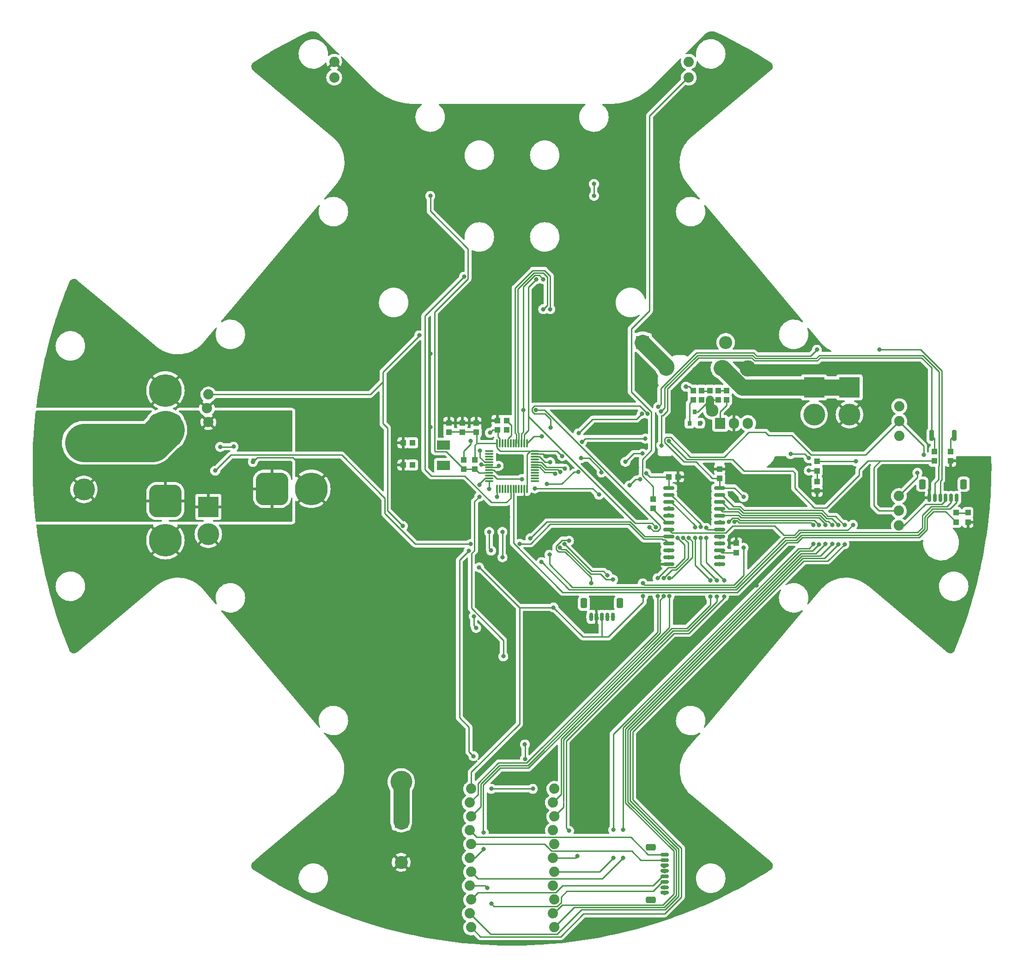
<source format=gtl>
%TF.GenerationSoftware,KiCad,Pcbnew,(6.0.0-0)*%
%TF.CreationDate,2022-03-23T00:11:17+08:00*%
%TF.ProjectId,layer1,6c617965-7231-42e6-9b69-6361645f7063,rev?*%
%TF.SameCoordinates,Original*%
%TF.FileFunction,Copper,L1,Top*%
%TF.FilePolarity,Positive*%
%FSLAX46Y46*%
G04 Gerber Fmt 4.6, Leading zero omitted, Abs format (unit mm)*
G04 Created by KiCad (PCBNEW (6.0.0-0)) date 2022-03-23 00:11:17*
%MOMM*%
%LPD*%
G01*
G04 APERTURE LIST*
G04 Aperture macros list*
%AMRoundRect*
0 Rectangle with rounded corners*
0 $1 Rounding radius*
0 $2 $3 $4 $5 $6 $7 $8 $9 X,Y pos of 4 corners*
0 Add a 4 corners polygon primitive as box body*
4,1,4,$2,$3,$4,$5,$6,$7,$8,$9,$2,$3,0*
0 Add four circle primitives for the rounded corners*
1,1,$1+$1,$2,$3*
1,1,$1+$1,$4,$5*
1,1,$1+$1,$6,$7*
1,1,$1+$1,$8,$9*
0 Add four rect primitives between the rounded corners*
20,1,$1+$1,$2,$3,$4,$5,0*
20,1,$1+$1,$4,$5,$6,$7,0*
20,1,$1+$1,$6,$7,$8,$9,0*
20,1,$1+$1,$8,$9,$2,$3,0*%
G04 Aperture macros list end*
%TA.AperFunction,ComponentPad*%
%ADD10C,4.000000*%
%TD*%
%TA.AperFunction,ComponentPad*%
%ADD11C,1.879600*%
%TD*%
%TA.AperFunction,SMDPad,CuDef*%
%ADD12R,0.998220X1.099820*%
%TD*%
%TA.AperFunction,SMDPad,CuDef*%
%ADD13R,1.099820X0.998220*%
%TD*%
%TA.AperFunction,ComponentPad*%
%ADD14RoundRect,1.500000X1.500000X-1.500000X1.500000X1.500000X-1.500000X1.500000X-1.500000X-1.500000X0*%
%TD*%
%TA.AperFunction,ComponentPad*%
%ADD15C,6.000000*%
%TD*%
%TA.AperFunction,ComponentPad*%
%ADD16RoundRect,1.500000X-1.500000X1.500000X-1.500000X-1.500000X1.500000X-1.500000X1.500000X1.500000X0*%
%TD*%
%TA.AperFunction,SMDPad,CuDef*%
%ADD17RoundRect,0.109200X-0.670800X0.030800X-0.670800X-0.030800X0.670800X-0.030800X0.670800X0.030800X0*%
%TD*%
%TA.AperFunction,SMDPad,CuDef*%
%ADD18RoundRect,0.109200X0.030800X0.670800X-0.030800X0.670800X-0.030800X-0.670800X0.030800X-0.670800X0*%
%TD*%
%TA.AperFunction,SMDPad,CuDef*%
%ADD19RoundRect,0.150000X-0.875000X-0.150000X0.875000X-0.150000X0.875000X0.150000X-0.875000X0.150000X0*%
%TD*%
%TA.AperFunction,ComponentPad*%
%ADD20R,2.200000X2.200000*%
%TD*%
%TA.AperFunction,ComponentPad*%
%ADD21O,2.200000X2.200000*%
%TD*%
%TA.AperFunction,ComponentPad*%
%ADD22R,1.905000X2.000000*%
%TD*%
%TA.AperFunction,ComponentPad*%
%ADD23O,1.905000X2.000000*%
%TD*%
%TA.AperFunction,ComponentPad*%
%ADD24R,2.400000X2.400000*%
%TD*%
%TA.AperFunction,ComponentPad*%
%ADD25O,2.400000X2.400000*%
%TD*%
%TA.AperFunction,SMDPad,CuDef*%
%ADD26RoundRect,0.150000X-0.150000X-0.625000X0.150000X-0.625000X0.150000X0.625000X-0.150000X0.625000X0*%
%TD*%
%TA.AperFunction,SMDPad,CuDef*%
%ADD27RoundRect,0.250000X-0.350000X-0.650000X0.350000X-0.650000X0.350000X0.650000X-0.350000X0.650000X0*%
%TD*%
%TA.AperFunction,ComponentPad*%
%ADD28R,3.800000X3.800000*%
%TD*%
%TA.AperFunction,SMDPad,CuDef*%
%ADD29R,0.797560X0.899160*%
%TD*%
%TA.AperFunction,SMDPad,CuDef*%
%ADD30RoundRect,0.200000X0.200000X0.800000X-0.200000X0.800000X-0.200000X-0.800000X0.200000X-0.800000X0*%
%TD*%
%TA.AperFunction,ComponentPad*%
%ADD31RoundRect,1.500000X-1.500000X-1.500000X1.500000X-1.500000X1.500000X1.500000X-1.500000X1.500000X0*%
%TD*%
%TA.AperFunction,SMDPad,CuDef*%
%ADD32R,2.397760X1.699260*%
%TD*%
%TA.AperFunction,ComponentPad*%
%ADD33C,2.400000*%
%TD*%
%TA.AperFunction,SMDPad,CuDef*%
%ADD34RoundRect,0.150000X0.625000X-0.150000X0.625000X0.150000X-0.625000X0.150000X-0.625000X-0.150000X0*%
%TD*%
%TA.AperFunction,SMDPad,CuDef*%
%ADD35RoundRect,0.250000X0.650000X-0.350000X0.650000X0.350000X-0.650000X0.350000X-0.650000X-0.350000X0*%
%TD*%
%TA.AperFunction,SMDPad,CuDef*%
%ADD36R,0.998220X0.998220*%
%TD*%
%TA.AperFunction,ViaPad*%
%ADD37C,0.800000*%
%TD*%
%TA.AperFunction,ViaPad*%
%ADD38C,2.300000*%
%TD*%
%TA.AperFunction,ViaPad*%
%ADD39C,2.700000*%
%TD*%
%TA.AperFunction,ViaPad*%
%ADD40C,3.000000*%
%TD*%
%TA.AperFunction,Conductor*%
%ADD41C,0.250000*%
%TD*%
%TA.AperFunction,Conductor*%
%ADD42C,3.000000*%
%TD*%
%TA.AperFunction,Conductor*%
%ADD43C,7.000000*%
%TD*%
%TA.AperFunction,Conductor*%
%ADD44C,1.500000*%
%TD*%
G04 APERTURE END LIST*
D10*
%TO.P,REF\u002A\u002A,1*%
%TO.N,/SOLENOIDPOWER*%
X105410000Y-159258000D03*
%TD*%
D11*
%TO.P,SW1,3,C*%
%TO.N,Net-(LIGHTR1-Pad1)*%
X196723000Y-90373200D03*
%TO.P,SW1,2,B*%
%TO.N,+3V3*%
X196723000Y-93091000D03*
%TO.P,SW1,1,A*%
%TO.N,unconnected-(SW1-Pad1)*%
X196723000Y-95808800D03*
%TD*%
D12*
%TO.P,U0FB2,1*%
%TO.N,VCCQ*%
X118879951Y-101894360D03*
%TO.P,U0FB2,2*%
%TO.N,/microcontroller/MCU3V3*%
X118879951Y-100197640D03*
%TD*%
%TO.P,U0C1,1*%
%TO.N,GND*%
X119129951Y-93397640D03*
%TO.P,U0C1,2*%
%TO.N,/microcontroller/MCU3V3*%
X119129951Y-95094360D03*
%TD*%
D13*
%TO.P,U0C6,1*%
%TO.N,GND*%
X105781591Y-101146000D03*
%TO.P,U0C6,2*%
%TO.N,/microcontroller/OSCOUT*%
X107478311Y-101146000D03*
%TD*%
D14*
%TO.P,J0,1,Pin_1*%
%TO.N,/BATT12V*%
X62186320Y-94671000D03*
D15*
%TO.P,J0,2,Pin_2*%
%TO.N,GND*%
X62186320Y-87471000D03*
%TD*%
D12*
%TO.P,SOLENOIDR4,1*%
%TO.N,Net-(SOLENOIDD1-Pad2)*%
X160451800Y-89189560D03*
%TO.P,SOLENOIDR4,2*%
%TO.N,Net-(SOLENOIDC1-Pad1)*%
X160451800Y-87492840D03*
%TD*%
D16*
%TO.P,J1,1,Pin_1*%
%TO.N,+12V*%
X62186320Y-107740000D03*
D15*
%TO.P,J1,2,Pin_2*%
%TO.N,GND*%
X62186320Y-114940000D03*
%TD*%
D13*
%TO.P,U0C5,1*%
%TO.N,GND*%
X105781591Y-97046000D03*
%TO.P,U0C5,2*%
%TO.N,/microcontroller/OSCIN*%
X107478311Y-97046000D03*
%TD*%
%TO.P,U0FB1,1*%
%TO.N,GND*%
X124728311Y-94671000D03*
%TO.P,U0FB1,2*%
%TO.N,GNDA*%
X123031591Y-94671000D03*
%TD*%
D10*
%TO.P,J3,1,Pin_1*%
%TO.N,+12V*%
X47244000Y-105625900D03*
%TD*%
D12*
%TO.P,R36,1*%
%TO.N,Net-(GATE1R1-Pad2)*%
X151629951Y-107422640D03*
%TO.P,R36,2*%
%TO.N,Net-(R36-Pad2)*%
X151629951Y-109119360D03*
%TD*%
D11*
%TO.P,SW2,1,A*%
%TO.N,+3V3*%
X196638320Y-106828200D03*
%TO.P,SW2,2,B*%
%TO.N,/microcontroller/MCU3V3*%
X196638320Y-109546000D03*
%TO.P,SW2,3,C*%
%TO.N,/microcontroller/PROG3V3*%
X196638320Y-112263800D03*
%TD*%
D12*
%TO.P,U0R1,1*%
%TO.N,Net-(SW3-Pad1)*%
X206129951Y-98697640D03*
%TO.P,U0R1,2*%
%TO.N,GND*%
X206129951Y-100394360D03*
%TD*%
%TO.P,SOLENOIDR3,1*%
%TO.N,Net-(SOLENOIDR2-Pad1)*%
X165023800Y-87492840D03*
%TO.P,SOLENOIDR3,2*%
%TO.N,Net-(SOLENOIDQ2-Pad1)*%
X165023800Y-89189560D03*
%TD*%
D17*
%TO.P,U0,1,VBAT*%
%TO.N,unconnected-(U0-Pad1)*%
X121549951Y-98595919D03*
%TO.P,U0,2,PC13-TAMPER-RTC*%
%TO.N,/microcontroller/BATT_LVL*%
X121549951Y-99095919D03*
%TO.P,U0,3,PC14-OSC32_IN*%
%TO.N,unconnected-(U0-Pad3)*%
X121549951Y-99595919D03*
%TO.P,U0,4,PC15-OSC32_OUT*%
%TO.N,unconnected-(U0-Pad4)*%
X121549951Y-100095919D03*
%TO.P,U0,5,PD0-OSC_IN*%
%TO.N,/microcontroller/OSCIN*%
X121549951Y-100595919D03*
%TO.P,U0,6,PD1-OSC_OUT*%
%TO.N,/microcontroller/OSCOUT*%
X121549951Y-101095919D03*
%TO.P,U0,7,NRST*%
%TO.N,/microcontroller/RESET*%
X121549951Y-101595919D03*
%TO.P,U0,8,VSSA*%
%TO.N,GND*%
X121549951Y-102095919D03*
%TO.P,U0,9,VDDA*%
%TO.N,VCCQ*%
X121549951Y-102595919D03*
%TO.P,U0,10,PA0-WKUP*%
%TO.N,U3OUT*%
X121549951Y-103095919D03*
%TO.P,U0,11,PA1*%
%TO.N,U2OUT*%
X121549951Y-103595919D03*
%TO.P,U0,12,PA2*%
%TO.N,/microcontroller/DEBUGTX*%
X121549951Y-104095919D03*
D18*
%TO.P,U0,13,PA3*%
%TO.N,/microcontroller/DEBUGRX*%
X122979951Y-105525919D03*
%TO.P,U0,14,PA4*%
%TO.N,unconnected-(U0-Pad14)*%
X123479951Y-105525919D03*
%TO.P,U0,15,PA5*%
%TO.N,unconnected-(U0-Pad15)*%
X123979951Y-105525919D03*
%TO.P,U0,16,PA6*%
%TO.N,unconnected-(U0-Pad16)*%
X124479951Y-105525919D03*
%TO.P,U0,17,PA7*%
%TO.N,unconnected-(U0-Pad17)*%
X124979951Y-105525919D03*
%TO.P,U0,18,PB0*%
%TO.N,U1OUT*%
X125479951Y-105525919D03*
%TO.P,U0,19,PB1*%
%TO.N,Net-(U0-Pad19)*%
X125979951Y-105525919D03*
%TO.P,U0,20,PB2*%
%TO.N,unconnected-(U0-Pad20)*%
X126479951Y-105525919D03*
%TO.P,U0,21,PB10*%
%TO.N,unconnected-(U0-Pad21)*%
X126979951Y-105525919D03*
%TO.P,U0,22,PB11*%
%TO.N,unconnected-(U0-Pad22)*%
X127479951Y-105525919D03*
%TO.P,U0,23,VSS_1*%
%TO.N,GND*%
X127979951Y-105525919D03*
%TO.P,U0,24,VDD_1*%
%TO.N,/microcontroller/MCU3V3*%
X128479951Y-105525919D03*
D17*
%TO.P,U0,25,PB12*%
%TO.N,unconnected-(U0-Pad25)*%
X129909951Y-104095919D03*
%TO.P,U0,26,PB13*%
%TO.N,unconnected-(U0-Pad26)*%
X129909951Y-103595919D03*
%TO.P,U0,27,PB14*%
%TO.N,unconnected-(U0-Pad27)*%
X129909951Y-103095919D03*
%TO.P,U0,28,PB15*%
%TO.N,unconnected-(U0-Pad28)*%
X129909951Y-102595919D03*
%TO.P,U0,29,PA8*%
%TO.N,/microcontroller/SOLENOIDON*%
X129909951Y-102095919D03*
%TO.P,U0,30,PA9*%
%TO.N,/microcontroller/TX*%
X129909951Y-101595919D03*
%TO.P,U0,31,PA10*%
%TO.N,/microcontroller/RX*%
X129909951Y-101095919D03*
%TO.P,U0,32,PA11*%
%TO.N,/microcontroller/LIGHT_INT*%
X129909951Y-100595919D03*
%TO.P,U0,33,PA12*%
%TO.N,unconnected-(U0-Pad33)*%
X129909951Y-100095919D03*
%TO.P,U0,34,PA13*%
%TO.N,/microcontroller/SWDIO*%
X129909951Y-99595919D03*
%TO.P,U0,35,VSS_2*%
%TO.N,GND*%
X129909951Y-99095919D03*
%TO.P,U0,36,VDD_2*%
%TO.N,/microcontroller/MCU3V3*%
X129909951Y-98595919D03*
D18*
%TO.P,U0,37,PA14*%
%TO.N,/microcontroller/SWDCLOCK*%
X128479951Y-97165919D03*
%TO.P,U0,38,PA15*%
%TO.N,S0*%
X127979951Y-97165919D03*
%TO.P,U0,39,PB3*%
%TO.N,S1*%
X127479951Y-97165919D03*
%TO.P,U0,40,PB4*%
%TO.N,S2*%
X126979951Y-97165919D03*
%TO.P,U0,41,PB5*%
%TO.N,S3*%
X126479951Y-97165919D03*
%TO.P,U0,42,PB6*%
%TO.N,unconnected-(U0-Pad42)*%
X125979951Y-97165919D03*
%TO.P,U0,43,PB7*%
%TO.N,unconnected-(U0-Pad43)*%
X125479951Y-97165919D03*
%TO.P,U0,44,BOOT0*%
%TO.N,Net-(U0-Pad44)*%
X124979951Y-97165919D03*
%TO.P,U0,45,PB8*%
%TO.N,unconnected-(U0-Pad45)*%
X124479951Y-97165919D03*
%TO.P,U0,46,PB9*%
%TO.N,unconnected-(U0-Pad46)*%
X123979951Y-97165919D03*
%TO.P,U0,47,VSS_3*%
%TO.N,GNDA*%
X123479951Y-97165919D03*
%TO.P,U0,48,VDD_3*%
%TO.N,/microcontroller/MCU3V3*%
X122979951Y-97165919D03*
%TD*%
D19*
%TO.P,U3,1,COM*%
%TO.N,U3OUT*%
X154479951Y-105351000D03*
%TO.P,U3,2,I7*%
%TO.N,M2C2*%
X154479951Y-106621000D03*
%TO.P,U3,3,I6*%
%TO.N,M2C1*%
X154479951Y-107891000D03*
%TO.P,U3,4,I5*%
%TO.N,M1C2*%
X154479951Y-109161000D03*
%TO.P,U3,5,I4*%
%TO.N,M1C1*%
X154479951Y-110431000D03*
%TO.P,U3,6,I3*%
%TO.N,Net-(R36-Pad2)*%
X154479951Y-111701000D03*
%TO.P,U3,7,I2*%
%TO.N,Net-(R35-Pad2)*%
X154479951Y-112971000D03*
%TO.P,U3,8,I1*%
%TO.N,Net-(R34-Pad2)*%
X154479951Y-114241000D03*
%TO.P,U3,9,I0*%
%TO.N,Net-(R33-Pad2)*%
X154479951Y-115511000D03*
%TO.P,U3,10,S0*%
%TO.N,S0*%
X154479951Y-116781000D03*
%TO.P,U3,11,S1*%
%TO.N,S1*%
X154479951Y-118051000D03*
%TO.P,U3,12,GND*%
%TO.N,GND*%
X154479951Y-119321000D03*
%TO.P,U3,13,S3*%
%TO.N,S3*%
X163779951Y-119321000D03*
%TO.P,U3,14,S2*%
%TO.N,S2*%
X163779951Y-118051000D03*
%TO.P,U3,15,~{E}*%
%TO.N,Net-(R42-Pad1)*%
X163779951Y-116781000D03*
%TO.P,U3,16,I15*%
%TO.N,M4CS*%
X163779951Y-115511000D03*
%TO.P,U3,17,I14*%
%TO.N,M3CS*%
X163779951Y-114241000D03*
%TO.P,U3,18,I13*%
%TO.N,M2CS*%
X163779951Y-112971000D03*
%TO.P,U3,19,I12*%
%TO.N,M1CS*%
X163779951Y-111701000D03*
%TO.P,U3,20,I11*%
%TO.N,M4C2*%
X163779951Y-110431000D03*
%TO.P,U3,21,I10*%
%TO.N,M4C1*%
X163779951Y-109161000D03*
%TO.P,U3,22,I9*%
%TO.N,M3C2*%
X163779951Y-107891000D03*
%TO.P,U3,23,I8*%
%TO.N,M3C1*%
X163779951Y-106621000D03*
%TO.P,U3,24,VCC*%
%TO.N,+3V3*%
X163779951Y-105351000D03*
%TD*%
D12*
%TO.P,U0R2,1*%
%TO.N,/microcontroller/RESET*%
X203129951Y-98697640D03*
%TO.P,U0R2,2*%
%TO.N,/microcontroller/MCU3V3*%
X203129951Y-100394360D03*
%TD*%
%TO.P,R42,1*%
%TO.N,Net-(R42-Pad1)*%
X166852600Y-117180360D03*
%TO.P,R42,2*%
%TO.N,GND*%
X166852600Y-115483640D03*
%TD*%
%TO.P,LIGHTC1,1*%
%TO.N,Net-(D1-Pad2)*%
X181629951Y-104197640D03*
%TO.P,LIGHTC1,2*%
%TO.N,GND*%
X181629951Y-105894360D03*
%TD*%
D11*
%TO.P,GATE1R1,1*%
%TO.N,VCCQ*%
X158129951Y-27198200D03*
%TO.P,GATE1R1,2*%
%TO.N,Net-(GATE1R1-Pad2)*%
X158129951Y-30093800D03*
%TD*%
D20*
%TO.P,SOLENOIDD2,1,K*%
%TO.N,Net-(SOLENOIDD1-Pad1)*%
X153974800Y-83286600D03*
D21*
%TO.P,SOLENOIDD2,2,A*%
%TO.N,/SOLENOIDPOWER*%
X164134800Y-83286600D03*
%TD*%
D12*
%TO.P,LIGHTR1,1*%
%TO.N,Net-(LIGHTR1-Pad1)*%
X181629951Y-100497559D03*
%TO.P,LIGHTR1,2*%
%TO.N,Net-(D1-Pad2)*%
X181629951Y-102194279D03*
%TD*%
D11*
%TO.P,MJ1,1,Pin_1*%
%TO.N,+3V3*%
X118237000Y-160525919D03*
%TO.P,MJ1,2,Pin_2*%
%TO.N,M1C1*%
X117983000Y-163065919D03*
%TO.P,MJ1,3,Pin_3*%
%TO.N,M1C2*%
X118237000Y-165605919D03*
%TO.P,MJ1,4,Pin_4*%
%TO.N,/microcontroller/M1INA*%
X117983000Y-168145919D03*
%TO.P,MJ1,5,Pin_5*%
%TO.N,/microcontroller/M1PWM*%
X118237000Y-170685919D03*
%TO.P,MJ1,6,Pin_6*%
%TO.N,M1CS*%
X117983000Y-173225919D03*
%TO.P,MJ1,7,Pin_7*%
%TO.N,M3CS*%
X118237000Y-175765919D03*
%TO.P,MJ1,8,Pin_8*%
%TO.N,/microcontroller/M3PWM*%
X117983000Y-178305919D03*
%TO.P,MJ1,9,Pin_9*%
%TO.N,/microcontroller/M3INA*%
X118237000Y-180845919D03*
%TO.P,MJ1,10,Pin_10*%
%TO.N,M3C2*%
X117983000Y-183385919D03*
%TO.P,MJ1,11,Pin_11*%
%TO.N,M3C1*%
X118237000Y-185925919D03*
%TD*%
D13*
%TO.P,R41,1*%
%TO.N,U3OUT*%
X154481591Y-103296000D03*
%TO.P,R41,2*%
%TO.N,GND*%
X156178311Y-103296000D03*
%TD*%
D22*
%TO.P,SOLENOIDQ2,1,G*%
%TO.N,Net-(SOLENOIDQ2-Pad1)*%
X163906200Y-93502600D03*
D23*
%TO.P,SOLENOIDQ2,2,D*%
%TO.N,Net-(SOLENOIDD1-Pad2)*%
X166446200Y-93502600D03*
%TO.P,SOLENOIDQ2,3,S*%
%TO.N,Net-(SOLENOIDC1-Pad2)*%
X168986200Y-93502600D03*
%TD*%
D24*
%TO.P,SOLENOIDD1,1,K*%
%TO.N,Net-(SOLENOIDD1-Pad1)*%
X149656800Y-78663800D03*
D25*
%TO.P,SOLENOIDD1,2,A*%
%TO.N,Net-(SOLENOIDD1-Pad2)*%
X164896800Y-78663800D03*
%TD*%
D13*
%TO.P,U0R44,1*%
%TO.N,GND*%
X123031591Y-92971000D03*
%TO.P,U0R44,2*%
%TO.N,Net-(U0-Pad44)*%
X124728311Y-92971000D03*
%TD*%
D12*
%TO.P,U0C4,1*%
%TO.N,GNDA*%
X116879951Y-100197640D03*
%TO.P,U0C4,2*%
%TO.N,VCCQ*%
X116879951Y-101894360D03*
%TD*%
D26*
%TO.P,TRJ1,1,Pin_1*%
%TO.N,/microcontroller/LIGHT_INT*%
X140214600Y-128985400D03*
%TO.P,TRJ1,2,Pin_2*%
%TO.N,GND*%
X141214600Y-128985400D03*
%TO.P,TRJ1,3,Pin_3*%
%TO.N,+3V3*%
X142214600Y-128985400D03*
%TO.P,TRJ1,4,Pin_4*%
%TO.N,/microcontroller/RX*%
X143214600Y-128985400D03*
%TO.P,TRJ1,5,Pin_5*%
%TO.N,/microcontroller/TX*%
X144214600Y-128985400D03*
D27*
%TO.P,TRJ1,MP*%
%TO.N,N/C*%
X145514600Y-126460400D03*
X138914600Y-126460400D03*
%TD*%
D28*
%TO.P,BOOSTJ2,1,Pin_1*%
%TO.N,/SOLENOIDPOWER*%
X181102000Y-86908000D03*
D10*
%TO.P,BOOSTJ2,2,Pin_2*%
%TO.N,GND*%
X181102000Y-91908000D03*
%TD*%
D29*
%TO.P,SOLENOIDQ1,1,G*%
%TO.N,/SOLENOIDON*%
X158242000Y-93479620D03*
%TO.P,SOLENOIDQ1,2,S*%
%TO.N,GND*%
X160141920Y-93479620D03*
%TO.P,SOLENOIDQ1,3,D*%
%TO.N,Net-(SOLENOIDC1-Pad2)*%
X159191960Y-91381580D03*
%TD*%
D10*
%TO.P,J4,1,Pin_1*%
%TO.N,/BATT12V*%
X47244000Y-97066100D03*
%TD*%
D12*
%TO.P,U0C2,1*%
%TO.N,GND*%
X116629951Y-93397640D03*
%TO.P,U0C2,2*%
%TO.N,/microcontroller/MCU3V3*%
X116629951Y-95094360D03*
%TD*%
D28*
%TO.P,BOOSTJ1,1,Pin_1*%
%TO.N,+12V*%
X70060320Y-108840000D03*
D10*
%TO.P,BOOSTJ1,2,Pin_2*%
%TO.N,GND*%
X70060320Y-113840000D03*
%TD*%
D12*
%TO.P,C3,1*%
%TO.N,+3V3*%
X163778320Y-103590573D03*
%TO.P,C3,2*%
%TO.N,GND*%
X163778320Y-101893853D03*
%TD*%
D30*
%TO.P,SW3,1,1*%
%TO.N,Net-(SW3-Pad1)*%
X206808320Y-95758000D03*
%TO.P,SW3,2,2*%
%TO.N,/microcontroller/RESET*%
X202608320Y-95758000D03*
%TD*%
D12*
%TO.P,SOLENOIDR1,1*%
%TO.N,/SOLENOIDON*%
X158927800Y-89189560D03*
%TO.P,SOLENOIDR1,2*%
%TO.N,GND*%
X158927800Y-87492840D03*
%TD*%
D11*
%TO.P,GATE1D1,1,Pin_1*%
%TO.N,Net-(D1-Pad2)*%
X93129951Y-30093800D03*
%TO.P,GATE1D1,2,Pin_2*%
%TO.N,GND*%
X93129951Y-27198200D03*
%TD*%
D31*
%TO.P,J2,1,Pin_1*%
%TO.N,+12V*%
X81744000Y-105511600D03*
D15*
%TO.P,J2,2,Pin_2*%
%TO.N,GND*%
X88944000Y-105511600D03*
%TD*%
D12*
%TO.P,U0C3,1*%
%TO.N,GND*%
X114129951Y-93397640D03*
%TO.P,U0C3,2*%
%TO.N,/microcontroller/MCU3V3*%
X114129951Y-95094360D03*
%TD*%
%TO.P,SOLENOIDC1,1*%
%TO.N,Net-(SOLENOIDC1-Pad1)*%
X161975800Y-87492840D03*
%TO.P,SOLENOIDC1,2*%
%TO.N,Net-(SOLENOIDC1-Pad2)*%
X161975800Y-89189560D03*
%TD*%
%TO.P,SOLENOIDR2,1*%
%TO.N,Net-(SOLENOIDR2-Pad1)*%
X163499800Y-87492840D03*
%TO.P,SOLENOIDR2,2*%
%TO.N,Net-(SOLENOIDC1-Pad2)*%
X163499800Y-89189560D03*
%TD*%
D26*
%TO.P,U0J1,1,Pin_1*%
%TO.N,GND*%
X202218320Y-107187213D03*
%TO.P,U0J1,2,Pin_2*%
%TO.N,/microcontroller/SWDCLOCK*%
X203218320Y-107187213D03*
%TO.P,U0J1,3,Pin_3*%
%TO.N,/microcontroller/SWDIO*%
X204218320Y-107187213D03*
%TO.P,U0J1,4,Pin_4*%
%TO.N,/microcontroller/PROG3V3*%
X205218320Y-107187213D03*
%TO.P,U0J1,5,Pin_5*%
%TO.N,/microcontroller/DEBUGTX*%
X206218320Y-107187213D03*
%TO.P,U0J1,6,Pin_6*%
%TO.N,/microcontroller/DEBUGRX*%
X207218320Y-107187213D03*
D27*
%TO.P,U0J1,MP*%
%TO.N,N/C*%
X200918320Y-104662213D03*
X208518320Y-104662213D03*
%TD*%
D12*
%TO.P,U0R19,1*%
%TO.N,Net-(U0-Pad19)*%
X207115000Y-111592360D03*
%TO.P,U0R19,2*%
%TO.N,Net-(U0D1-Pad2)*%
X207115000Y-109895640D03*
%TD*%
D32*
%TO.P,U0Y1,1,1*%
%TO.N,/microcontroller/OSCOUT*%
X113129951Y-101220120D03*
%TO.P,U0Y1,2,2*%
%TO.N,/microcontroller/OSCIN*%
X113129951Y-97521880D03*
%TD*%
D11*
%TO.P,BUCKJ1,1,Pin_1*%
%TO.N,+3V3*%
X70060320Y-88210213D03*
%TO.P,BUCKJ1,2,Pin_2*%
%TO.N,GND*%
X69806320Y-90750213D03*
%TO.P,BUCKJ1,3,Pin_3*%
%TO.N,+12V*%
X70060320Y-93290213D03*
%TD*%
D24*
%TO.P,C4,1*%
%TO.N,/SOLENOIDPOWER*%
X105410000Y-166497000D03*
D33*
%TO.P,C4,2*%
%TO.N,GND*%
X105410000Y-173997000D03*
%TD*%
D34*
%TO.P,TRJ2,1,Pin_1*%
%TO.N,/microcontroller/M4PWM*%
X153725000Y-179572800D03*
%TO.P,TRJ2,2,Pin_2*%
%TO.N,/microcontroller/M4INA*%
X153725000Y-178572800D03*
%TO.P,TRJ2,3,Pin_3*%
%TO.N,/microcontroller/M3PWM*%
X153725000Y-177572800D03*
%TO.P,TRJ2,4,Pin_4*%
%TO.N,/microcontroller/M3INA*%
X153725000Y-176572800D03*
%TO.P,TRJ2,5,Pin_5*%
%TO.N,/microcontroller/M2PWM*%
X153725000Y-175572800D03*
%TO.P,TRJ2,6,Pin_6*%
%TO.N,/microcontroller/M2INA*%
X153725000Y-174572800D03*
%TO.P,TRJ2,7,Pin_7*%
%TO.N,/microcontroller/M1PWM*%
X153725000Y-173572800D03*
%TO.P,TRJ2,8,Pin_8*%
%TO.N,/microcontroller/M1INA*%
X153725000Y-172572800D03*
D35*
%TO.P,TRJ2,MP*%
%TO.N,N/C*%
X151200000Y-171272800D03*
X151200000Y-180872800D03*
%TD*%
D10*
%TO.P,SOLENOIDJ1,2,Pin_2*%
%TO.N,Net-(SOLENOIDD1-Pad2)*%
X187579000Y-91908000D03*
D28*
%TO.P,SOLENOIDJ1,1,Pin_1*%
%TO.N,/SOLENOIDPOWER*%
X187579000Y-86908000D03*
%TD*%
D36*
%TO.P,U0D1,1,K*%
%TO.N,GND*%
X209296000Y-111620300D03*
%TO.P,U0D1,2,A*%
%TO.N,Net-(U0D1-Pad2)*%
X209296000Y-109867700D03*
%TD*%
D11*
%TO.P,MJ2,1,Pin_1*%
%TO.N,+3V3*%
X133477000Y-160521000D03*
%TO.P,MJ2,2,Pin_2*%
%TO.N,M2C1*%
X133223000Y-163061000D03*
%TO.P,MJ2,3,Pin_3*%
%TO.N,M2C2*%
X133477000Y-165601000D03*
%TO.P,MJ2,4,Pin_4*%
%TO.N,/microcontroller/M2INA*%
X133223000Y-168141000D03*
%TO.P,MJ2,5,Pin_5*%
%TO.N,/microcontroller/M2PWM*%
X133477000Y-170681000D03*
%TO.P,MJ2,6,Pin_6*%
%TO.N,M2CS*%
X133223000Y-173221000D03*
%TO.P,MJ2,7,Pin_7*%
%TO.N,M4CS*%
X133477000Y-175761000D03*
%TO.P,MJ2,8,Pin_8*%
%TO.N,/microcontroller/M4PWM*%
X133223000Y-178301000D03*
%TO.P,MJ2,9,Pin_9*%
%TO.N,/microcontroller/M4INA*%
X133477000Y-180841000D03*
%TO.P,MJ2,10,Pin_10*%
%TO.N,M4C2*%
X133223000Y-183381000D03*
%TO.P,MJ2,11,Pin_11*%
%TO.N,M4C1*%
X133477000Y-185921000D03*
%TD*%
D37*
%TO.N,GND*%
X136398000Y-68326000D03*
X130302000Y-69850000D03*
X110744000Y-80772000D03*
X110744000Y-94234000D03*
X150622000Y-87630000D03*
X149860000Y-93980000D03*
X143256000Y-94742000D03*
X144018000Y-91440000D03*
X135636000Y-91948000D03*
X148844000Y-97536000D03*
X145796000Y-103378000D03*
X148590000Y-101600000D03*
%TO.N,+3V3*%
X121920000Y-160528000D03*
X168173400Y-116306600D03*
X201168000Y-99314000D03*
X149758400Y-125196713D03*
X200038320Y-102562213D03*
X133318320Y-127262213D03*
X119698320Y-119922213D03*
X129540000Y-160528000D03*
X168173400Y-107009758D03*
X108718320Y-77372213D03*
X105718320Y-112332213D03*
X149707600Y-122848673D03*
%TO.N,/microcontroller/OSCIN*%
X119879951Y-98546000D03*
X107417451Y-97058500D03*
X113129951Y-97446000D03*
%TO.N,/microcontroller/OSCOUT*%
X107404951Y-101146000D03*
X120065800Y-101092000D03*
X113129951Y-101145120D03*
%TO.N,/microcontroller/RESET*%
X153118320Y-97562213D03*
X138378320Y-99892213D03*
X123288320Y-101292213D03*
X132105400Y-104648000D03*
X146508320Y-100552213D03*
X137853876Y-102430124D03*
X142135020Y-102525669D03*
X149648320Y-99052213D03*
%TO.N,/microcontroller/DEBUGTX*%
X121894600Y-116840000D03*
X132588320Y-117582213D03*
X121548320Y-113402213D03*
X121568320Y-105502213D03*
%TO.N,/microcontroller/DEBUGRX*%
X123968320Y-113402213D03*
X123978320Y-118062202D03*
X122979951Y-106943844D03*
X131140200Y-118948200D03*
%TO.N,/microcontroller/MCU3V3*%
X138529750Y-96871201D03*
X154482800Y-96774000D03*
X134932876Y-99509124D03*
X150167451Y-96296000D03*
%TO.N,M2C2*%
X163271200Y-122326400D03*
X160274000Y-112522000D03*
X163271200Y-125272800D03*
X160274000Y-114503200D03*
%TO.N,M2C1*%
X159258000Y-114503200D03*
X159258000Y-112572800D03*
X162052000Y-122326400D03*
X162052000Y-125272800D03*
%TO.N,M1C2*%
X154432000Y-109093000D03*
X157093545Y-114493495D03*
X153543000Y-121920000D03*
X153543000Y-125222000D03*
%TO.N,M1C1*%
X156093590Y-114518139D03*
X154432000Y-110363000D03*
X152400000Y-125222000D03*
X152400000Y-121920000D03*
%TO.N,M4CS*%
X163830000Y-115544600D03*
X144272000Y-168046400D03*
X180991956Y-112183356D03*
X166497000Y-111568889D03*
X180991956Y-115641326D03*
X144272000Y-173228000D03*
%TO.N,M3CS*%
X181991000Y-115671600D03*
X146050000Y-173228000D03*
X163830000Y-114320020D03*
X181991000Y-112141000D03*
X146050000Y-168046400D03*
X165455600Y-111582200D03*
%TO.N,VCCQ*%
X180129951Y-99906000D03*
X110744000Y-51816000D03*
X140754951Y-49615582D03*
X140766180Y-51781101D03*
X176779951Y-99146000D03*
X72235788Y-97822305D03*
X128129951Y-155046000D03*
X74679951Y-97786000D03*
X128089951Y-152396000D03*
%TO.N,GND*%
X99060000Y-52324000D03*
X156629951Y-129825919D03*
X142418320Y-110112213D03*
X126288751Y-53593919D03*
X169808320Y-118262213D03*
X147320000Y-118618000D03*
X170154600Y-114452400D03*
X170688000Y-68580000D03*
X164236400Y-74777600D03*
X168402000Y-78486000D03*
X143258320Y-104542213D03*
X146050000Y-48514000D03*
X139928320Y-138172213D03*
X161315400Y-78105000D03*
X124993400Y-121666000D03*
X98254320Y-109038213D03*
X131629951Y-149825919D03*
X141224000Y-129286000D03*
X142113000Y-147777200D03*
X119498320Y-88002213D03*
X110888320Y-108002213D03*
X198120000Y-101600000D03*
X111478320Y-130192213D03*
X137414000Y-108458000D03*
X104129951Y-59825919D03*
X153924000Y-48260000D03*
X159278320Y-103642213D03*
X144018000Y-98806000D03*
X148361400Y-143078200D03*
X158927800Y-87492840D03*
X88646000Y-127254000D03*
X80772000Y-133858000D03*
X159004000Y-70104000D03*
X141478000Y-133858000D03*
X153924000Y-50800000D03*
X137414000Y-113538000D03*
X92078320Y-131662213D03*
X91088320Y-111972213D03*
X96984320Y-80336213D03*
X119125951Y-52527119D03*
X146050000Y-46990000D03*
X101668320Y-132342213D03*
X130683000Y-156464000D03*
X125432320Y-102434213D03*
X78232000Y-100584000D03*
X71374000Y-119126000D03*
X134874000Y-133096000D03*
X101629951Y-102350919D03*
X157607518Y-86780478D03*
X148336000Y-130556000D03*
X153924000Y-137566400D03*
X160274000Y-93472000D03*
X198120000Y-120904000D03*
X127762000Y-107188000D03*
X99129951Y-64850919D03*
X141706600Y-126415800D03*
X143878320Y-80372213D03*
X134239000Y-100533200D03*
X186131200Y-104571800D03*
X124993400Y-110718600D03*
X86614000Y-100838000D03*
X153924000Y-45720000D03*
X82098320Y-122962213D03*
X135636000Y-126492000D03*
X146050000Y-45466000D03*
X131879951Y-99546000D03*
X119738320Y-126622213D03*
X91629951Y-72325919D03*
X133848320Y-83992213D03*
X113792000Y-78232000D03*
X139954000Y-131064000D03*
X151155400Y-100912213D03*
X124654951Y-94671000D03*
X143764000Y-64008000D03*
X120396000Y-123444000D03*
X125425200Y-148539200D03*
X174421800Y-107238800D03*
X121666000Y-70104000D03*
X105410000Y-85598000D03*
X71120000Y-83820000D03*
X131578320Y-108782213D03*
X191770000Y-110998000D03*
X84531200Y-79121000D03*
X99060000Y-152400000D03*
X152908000Y-68326000D03*
X116332000Y-57912000D03*
X138938000Y-149860000D03*
X146188320Y-107612213D03*
X170518320Y-123212213D03*
X92964000Y-93980000D03*
X171450000Y-104140000D03*
X120167400Y-108966000D03*
X109473951Y-55168719D03*
X128117600Y-150825200D03*
X185938320Y-118162213D03*
X161823400Y-131140200D03*
X96468320Y-129142213D03*
%TO.N,M2CS*%
X164592000Y-122275600D03*
X137718800Y-172847000D03*
X136194800Y-168198800D03*
X161290000Y-112674400D03*
X161290000Y-114503200D03*
X164592000Y-125272800D03*
%TO.N,M1CS*%
X120523000Y-168529000D03*
X154559000Y-125222000D03*
X158134124Y-114509476D03*
X163830000Y-111633000D03*
X154559000Y-121920000D03*
X120523000Y-171577000D03*
%TO.N,M4C2*%
X183134000Y-112166400D03*
X183134000Y-115646200D03*
%TO.N,M4C1*%
X184404000Y-115646200D03*
X184404000Y-112166400D03*
%TO.N,/microcontroller/M3PWM*%
X121920000Y-181610000D03*
X121158000Y-178663600D03*
%TO.N,M3C2*%
X185547000Y-115697000D03*
X185547000Y-112141000D03*
%TO.N,M3C1*%
X186690000Y-115671600D03*
X186690000Y-112115600D03*
%TO.N,/microcontroller/M2INA*%
X153644600Y-174673300D03*
%TO.N,/microcontroller/M2PWM*%
X153720800Y-175673300D03*
%TO.N,/microcontroller/TX*%
X133602220Y-102741731D03*
X144221200Y-122123200D03*
X134518400Y-116332000D03*
X144221200Y-128955800D03*
%TO.N,/microcontroller/RX*%
X134536932Y-102387727D03*
X135305800Y-115646200D03*
X143205200Y-128955800D03*
X143230600Y-121335800D03*
%TO.N,/microcontroller/LIGHT_INT*%
X136169400Y-115036600D03*
X140208000Y-122783600D03*
X135382000Y-101854000D03*
X140208000Y-128955800D03*
%TO.N,/microcontroller/SWDIO*%
X193040000Y-80010000D03*
X149526020Y-91734513D03*
X152538089Y-90482754D03*
X132728320Y-100622213D03*
X181610000Y-80010000D03*
X137918320Y-95332213D03*
%TO.N,/microcontroller/SWDCLOCK*%
X150548320Y-91732213D03*
X153048320Y-91342213D03*
X132778320Y-94242213D03*
X131158320Y-95862213D03*
%TO.N,GNDA*%
X121666000Y-95250000D03*
X118110000Y-96774000D03*
%TO.N,S0*%
X152119951Y-112546000D03*
X130204951Y-67075919D03*
X154479951Y-116796000D03*
%TO.N,S1*%
X154479951Y-118056000D03*
X150909951Y-112546000D03*
X131454951Y-67075919D03*
X127761951Y-91054000D03*
X130119951Y-91046000D03*
%TO.N,S2*%
X163779951Y-118021000D03*
X131454951Y-72575919D03*
%TO.N,S3*%
X132729951Y-72575919D03*
X119151400Y-131013200D03*
X163779951Y-119346000D03*
X118729951Y-128896000D03*
%TO.N,Net-(LIGHTR1-Pad1)*%
X188722000Y-100482400D03*
%TO.N,/microcontroller/M4PWM*%
X153670000Y-179628800D03*
%TO.N,/microcontroller/M4INA*%
X153616936Y-178630707D03*
%TO.N,U1OUT*%
X116929951Y-66625919D03*
%TO.N,U2OUT*%
X119729951Y-106946000D03*
X119729750Y-104771201D03*
X124129951Y-136225919D03*
%TO.N,U3OUT*%
X147269086Y-104884619D03*
X129904951Y-105446000D03*
X149258800Y-103750600D03*
X127554951Y-103721000D03*
X141654951Y-106596000D03*
X150342600Y-102666800D03*
%TO.N,Net-(D1-Pad2)*%
X180129951Y-102171000D03*
%TO.N,Net-(R33-Pad2)*%
X71330320Y-102180213D03*
X118139951Y-115616000D03*
X127119951Y-115576000D03*
%TO.N,Net-(R34-Pad2)*%
X118668800Y-154533600D03*
X117804951Y-116866000D03*
X129109951Y-114576000D03*
%TO.N,Net-(R35-Pad2)*%
X188214000Y-112115600D03*
D38*
%TO.N,Net-(SOLENOIDC1-Pad2)*%
X162407600Y-91160600D03*
D39*
%TO.N,Net-(SOLENOIDD1-Pad2)*%
X159893000Y-84277200D03*
D40*
X164211000Y-97155000D03*
D37*
X162052000Y-86004400D03*
D40*
X168986200Y-83413600D03*
D37*
X160445700Y-89160100D03*
%TD*%
D41*
%TO.N,GND*%
X158215438Y-86780478D02*
X158927800Y-87492840D01*
X157607518Y-86780478D02*
X158215438Y-86780478D01*
D42*
%TO.N,/SOLENOIDPOWER*%
X181102000Y-86908000D02*
X167955807Y-86908000D01*
X167955807Y-86908000D02*
X164367816Y-83320009D01*
X187579000Y-86908000D02*
X181102000Y-86908000D01*
D41*
%TO.N,/microcontroller/MCU3V3*%
X154482800Y-96799400D02*
X157802520Y-100119120D01*
X157802520Y-100119120D02*
X166184520Y-100119120D01*
X166184520Y-100119120D02*
X168300400Y-102235000D01*
X154482800Y-96774000D02*
X154482800Y-96799400D01*
X177165000Y-102235000D02*
X177546000Y-102616000D01*
X168300400Y-102235000D02*
X177165000Y-102235000D01*
X177546000Y-102616000D02*
X177546000Y-105410000D01*
X177546000Y-105410000D02*
X181157196Y-109021197D01*
X181157196Y-109021197D02*
X183332803Y-109021197D01*
X183332803Y-109021197D02*
X189334933Y-103019067D01*
X189334933Y-103019067D02*
X189334933Y-101955600D01*
X189334933Y-101955600D02*
X190919533Y-100371000D01*
X190919533Y-100371000D02*
X193253000Y-100371000D01*
%TO.N,+3V3*%
X180562565Y-99314000D02*
X176978511Y-95729946D01*
X159423663Y-100568640D02*
X162445596Y-103590573D01*
X176978511Y-95729946D02*
X172781461Y-95729946D01*
X196723000Y-93091000D02*
X190500000Y-99314000D01*
X172181461Y-95129946D02*
X169157054Y-95129946D01*
X164617400Y-99669600D02*
X158403014Y-99669600D01*
X190500000Y-99314000D02*
X180562565Y-99314000D01*
X169157054Y-95129946D02*
X164617400Y-99669600D01*
X154782903Y-96049489D02*
X153988111Y-96049489D01*
X158403014Y-99669600D02*
X154782903Y-96049489D01*
X153988111Y-96049489D02*
X153670000Y-96367600D01*
X172781461Y-95729946D02*
X172181461Y-95129946D01*
X153670000Y-96367600D02*
X153670000Y-96985814D01*
X153670000Y-96985814D02*
X157252826Y-100568640D01*
X157252826Y-100568640D02*
X159423663Y-100568640D01*
X162445596Y-103590573D02*
X163778320Y-103590573D01*
%TO.N,Net-(U0-Pad19)*%
X203005198Y-109669520D02*
X205215520Y-109669520D01*
X176118320Y-115352213D02*
X178019755Y-115352213D01*
X125979951Y-115460614D02*
X134991550Y-124472213D01*
X178019755Y-115352213D02*
X178934928Y-114437040D01*
X166998320Y-124472213D02*
X176118320Y-115352213D01*
X134991550Y-124472213D02*
X166998320Y-124472213D01*
X125979951Y-105525919D02*
X125979951Y-115460614D01*
X201813039Y-110861679D02*
X203005198Y-109669520D01*
X200397396Y-114437040D02*
X201813040Y-113021395D01*
X178934928Y-114437040D02*
X200397396Y-114437040D01*
X201813040Y-113021395D02*
X201813039Y-110861679D01*
X205215520Y-109669520D02*
X207115000Y-111569000D01*
%TO.N,/microcontroller/DEBUGRX*%
X131144307Y-118948200D02*
X136218800Y-124022693D01*
X178748731Y-113987520D02*
X200211198Y-113987520D01*
X175932122Y-114902693D02*
X177833557Y-114902693D01*
X131140200Y-118948200D02*
X131144307Y-118948200D01*
X205994000Y-109220000D02*
X207218320Y-107995680D01*
X177833557Y-114902693D02*
X178748731Y-113987520D01*
X200211198Y-113987520D02*
X201363520Y-112835198D01*
X201363520Y-110675480D02*
X202819000Y-109220000D01*
X136218800Y-124022693D02*
X166812122Y-124022693D01*
X201363520Y-112835198D02*
X201363520Y-110675480D01*
X202819000Y-109220000D02*
X205994000Y-109220000D01*
X166812122Y-124022693D02*
X175932122Y-114902693D01*
X207218320Y-107995680D02*
X207218320Y-107187213D01*
%TO.N,/microcontroller/DEBUGTX*%
X206218320Y-107187213D02*
X206218320Y-107997567D01*
X200914000Y-112649000D02*
X200025000Y-113538000D01*
X206218320Y-107997567D02*
X205464154Y-108751733D01*
X205464154Y-108751733D02*
X202525267Y-108751733D01*
X200914000Y-110363000D02*
X200914000Y-112649000D01*
X202525267Y-108751733D02*
X200914000Y-110363000D01*
X200025000Y-113538000D02*
X178562534Y-113538000D01*
X178562534Y-113538000D02*
X177647360Y-114453173D01*
X177647360Y-114453173D02*
X175745924Y-114453173D01*
X175745924Y-114453173D02*
X166625924Y-123573173D01*
X166625924Y-123573173D02*
X136793894Y-123573173D01*
X136793894Y-123573173D02*
X132588320Y-119367599D01*
X132588320Y-119367599D02*
X132588320Y-117582213D01*
D42*
%TO.N,/SOLENOIDPOWER*%
X105410000Y-159258000D02*
X105410000Y-166497000D01*
D41*
%TO.N,+3V3*%
X201168000Y-97651893D02*
X196638320Y-93122213D01*
X201168000Y-99314000D02*
X201168000Y-97651893D01*
D42*
%TO.N,/SOLENOIDPOWER*%
X164367816Y-83320009D02*
X164134800Y-83320009D01*
D41*
%TO.N,Net-(GATE1R1-Pad2)*%
X151629951Y-105097151D02*
X149618089Y-103085289D01*
X149618089Y-103085289D02*
X149618089Y-100107058D01*
X149618089Y-100107058D02*
X151272831Y-98452316D01*
X150918976Y-72855024D02*
X150918976Y-37126976D01*
X147599400Y-76174600D02*
X150918976Y-72855024D01*
X151272831Y-91432110D02*
X147599400Y-87758679D01*
X151272831Y-98452316D02*
X151272831Y-91432110D01*
X147599400Y-87758679D02*
X147599400Y-76174600D01*
X150918976Y-37126976D02*
X158129951Y-29916000D01*
X151629951Y-107446000D02*
X151629951Y-105097151D01*
%TO.N,/microcontroller/TX*%
X141969706Y-121099520D02*
X142993386Y-122123200D01*
X134793391Y-116606991D02*
X135630872Y-116606991D01*
X135630872Y-116606991D02*
X140123403Y-121099520D01*
X142993386Y-122123200D02*
X144221200Y-122123200D01*
X140123403Y-121099520D02*
X141969706Y-121099520D01*
X134518400Y-116332000D02*
X134793391Y-116606991D01*
%TO.N,/microcontroller/MCU3V3*%
X203129951Y-100371000D02*
X193253000Y-100371000D01*
X192024000Y-101604631D02*
X193253000Y-100375631D01*
X193253000Y-100375631D02*
X193253000Y-100371000D01*
X196638320Y-109546000D02*
X192962107Y-109546000D01*
X192962107Y-109546000D02*
X192024000Y-108607893D01*
X192024000Y-108607893D02*
X192024000Y-101604631D01*
%TO.N,+3V3*%
X142214600Y-128985400D02*
X142214600Y-132588000D01*
X108718320Y-77372213D02*
X108718320Y-77430631D01*
X200038320Y-103428200D02*
X196638320Y-106828200D01*
X118237000Y-160525919D02*
X118237000Y-157480000D01*
X127084413Y-127262213D02*
X133318320Y-127262213D01*
X200038320Y-102562213D02*
X200038320Y-103428200D01*
X102870000Y-109483893D02*
X105718320Y-112332213D01*
X118237000Y-157480000D02*
X127101600Y-148615400D01*
X149982580Y-123123653D02*
X166439726Y-123123653D01*
X121920000Y-160528000D02*
X129540000Y-160528000D01*
X166439726Y-123123653D02*
X168188320Y-121375059D01*
X142214600Y-132588000D02*
X142138400Y-132664200D01*
X133332813Y-127262213D02*
X138734800Y-132664200D01*
X168188320Y-116321520D02*
X168173400Y-116306600D01*
X127101600Y-127279400D02*
X127084413Y-127262213D01*
X99749787Y-88210213D02*
X102064320Y-85895680D01*
X143396333Y-132664200D02*
X142138400Y-132664200D01*
X108718320Y-77430631D02*
X102064320Y-84084631D01*
X138734800Y-132664200D02*
X142138400Y-132664200D01*
X168173400Y-107009758D02*
X166514642Y-105351000D01*
X127084413Y-127262213D02*
X119744413Y-119922213D01*
X168188320Y-121375059D02*
X168188320Y-116321520D01*
X166514642Y-105351000D02*
X163779951Y-105351000D01*
X102870000Y-94357951D02*
X102870000Y-109483893D01*
X149758400Y-125196713D02*
X149758400Y-126302133D01*
X149707600Y-122848673D02*
X149982580Y-123123653D01*
X70060320Y-88210213D02*
X99749787Y-88210213D01*
X102064320Y-84084631D02*
X102064320Y-93552271D01*
X127101600Y-148615400D02*
X127101600Y-127279400D01*
X133318320Y-127262213D02*
X133332813Y-127262213D01*
X163779951Y-105351000D02*
X163779951Y-103518844D01*
X102064320Y-93552271D02*
X102870000Y-94357951D01*
X149758400Y-126302133D02*
X143396333Y-132664200D01*
X119744413Y-119922213D02*
X119698320Y-119922213D01*
%TO.N,/microcontroller/OSCIN*%
X121549951Y-100595919D02*
X120734979Y-100595919D01*
X119879951Y-99740891D02*
X119879951Y-98546000D01*
X120734979Y-100595919D02*
X119879951Y-99740891D01*
%TO.N,/microcontroller/OSCOUT*%
X121549951Y-101095919D02*
X120069719Y-101095919D01*
X120069719Y-101095919D02*
X120065800Y-101092000D01*
%TO.N,/microcontroller/RESET*%
X139890446Y-99892213D02*
X138378320Y-99892213D01*
X154192351Y-91222796D02*
X154192351Y-87185285D01*
X142135020Y-102136787D02*
X139890446Y-99892213D01*
X159882147Y-81495489D02*
X169648338Y-81495489D01*
X200823253Y-81495489D02*
X202608320Y-83280556D01*
X153118320Y-97562213D02*
X153118320Y-92066724D01*
X121549951Y-101595919D02*
X122984614Y-101595919D01*
X137080409Y-102430124D02*
X134862533Y-104648000D01*
X134862533Y-104648000D02*
X132105400Y-104648000D01*
X203129951Y-98697640D02*
X203129951Y-96279631D01*
X154192351Y-87185285D02*
X159882147Y-81495489D01*
X146508320Y-100552213D02*
X148008320Y-99052213D01*
X142135020Y-102525669D02*
X142135020Y-102136787D01*
X170194849Y-82042000D02*
X181671351Y-82042000D01*
X182217862Y-81495489D02*
X200823253Y-81495489D01*
X169648338Y-81495489D02*
X170194849Y-82042000D01*
X153348423Y-92066724D02*
X154192351Y-91222796D01*
X181671351Y-82042000D02*
X182217862Y-81495489D01*
X122984614Y-101595919D02*
X123288320Y-101292213D01*
X137853876Y-102430124D02*
X137080409Y-102430124D01*
X203129951Y-96279631D02*
X202608320Y-95758000D01*
X153118320Y-92066724D02*
X153348423Y-92066724D01*
X202608320Y-83280556D02*
X202608320Y-95758000D01*
X148008320Y-99052213D02*
X149648320Y-99052213D01*
%TO.N,/microcontroller/DEBUGTX*%
X121549951Y-105433844D02*
X121568320Y-105502213D01*
X121894600Y-116840000D02*
X121538320Y-116483720D01*
X121549951Y-104095919D02*
X121549951Y-105433844D01*
X121568320Y-105502213D02*
X121558320Y-105442213D01*
X121538320Y-116483720D02*
X121538320Y-113412213D01*
X121538320Y-113412213D02*
X121548320Y-113402213D01*
%TO.N,/microcontroller/DEBUGRX*%
X123978320Y-113412213D02*
X123968320Y-113402213D01*
X123978320Y-118062202D02*
X123978320Y-113412213D01*
X122979951Y-105525919D02*
X122979951Y-106943844D01*
%TO.N,/microcontroller/MCU3V3*%
X150167451Y-96296000D02*
X139104951Y-96296000D01*
X118879951Y-97546000D02*
X119260032Y-97165919D01*
X123594979Y-98595919D02*
X129094979Y-98595919D01*
X122979951Y-97980891D02*
X123594979Y-98595919D01*
X128479951Y-99210947D02*
X128479951Y-105525919D01*
X129909951Y-98595919D02*
X129094979Y-98595919D01*
X119260032Y-95151081D02*
X119129951Y-95021000D01*
X114129951Y-95021000D02*
X116629951Y-95021000D01*
X118879951Y-100258500D02*
X118879951Y-97546000D01*
X119260032Y-97165919D02*
X119260032Y-95151081D01*
X122979951Y-97165919D02*
X122979951Y-97980891D01*
X134019671Y-98595919D02*
X129909951Y-98595919D01*
X134932876Y-99509124D02*
X134019671Y-98595919D01*
X129094979Y-98595919D02*
X128479951Y-99210947D01*
X119260032Y-97165919D02*
X122979951Y-97165919D01*
X139104951Y-96296000D02*
X138529750Y-96871201D01*
X119129951Y-95021000D02*
X116629951Y-95021000D01*
D43*
%TO.N,/BATT12V*%
X59791220Y-97066100D02*
X62186320Y-94671000D01*
X47244000Y-97066100D02*
X59791220Y-97066100D01*
D41*
%TO.N,/microcontroller/PROG3V3*%
X205218320Y-107633285D02*
X204549392Y-108302213D01*
X205218320Y-107187213D02*
X205218320Y-107633285D01*
X204549392Y-108302213D02*
X201558320Y-108302213D01*
X197596733Y-112263800D02*
X196638320Y-112263800D01*
X201558320Y-108302213D02*
X197596733Y-112263800D01*
%TO.N,Net-(U0D1-Pad2)*%
X208877500Y-109919000D02*
X208915000Y-109956500D01*
X207115000Y-109919000D02*
X208877500Y-109919000D01*
%TO.N,Net-(R42-Pad1)*%
X164179311Y-117180360D02*
X166852600Y-117180360D01*
X163779951Y-116781000D02*
X164179311Y-117180360D01*
%TO.N,M2C2*%
X160274000Y-111988977D02*
X154906023Y-106621000D01*
X154906023Y-106621000D02*
X154479951Y-106621000D01*
X160274000Y-112522000D02*
X160274000Y-111988977D01*
X135190831Y-162881176D02*
X135190831Y-151552604D01*
X135189691Y-163888309D02*
X135190008Y-163067926D01*
X163271200Y-126228678D02*
X163271200Y-125272800D01*
X157951161Y-131548717D02*
X163271200Y-126228678D01*
X160274000Y-119329200D02*
X160274000Y-114503200D01*
X133477000Y-165601000D02*
X135189691Y-163888309D01*
X155194718Y-131548717D02*
X157951161Y-131548717D01*
X135190831Y-151552604D02*
X155194718Y-131548717D01*
X163271200Y-122326400D02*
X160274000Y-119329200D01*
%TO.N,M2C1*%
X162052000Y-126812160D02*
X162052000Y-125272800D01*
X155008520Y-131099197D02*
X157764963Y-131099197D01*
X159258000Y-119532400D02*
X159258000Y-114503200D01*
X134741311Y-161542689D02*
X134741311Y-151366406D01*
X159258000Y-112572800D02*
X159258000Y-112242977D01*
X134741311Y-151366406D02*
X155008520Y-131099197D01*
X154906023Y-107891000D02*
X154479951Y-107891000D01*
X133223000Y-163061000D02*
X134741311Y-161542689D01*
X157764963Y-131099197D02*
X162052000Y-126812160D01*
X159258000Y-112242977D02*
X154906023Y-107891000D01*
X162052000Y-122326400D02*
X159258000Y-119532400D01*
%TO.N,M1C2*%
X155059346Y-120395040D02*
X153543000Y-121911386D01*
X123434687Y-156220031D02*
X128616252Y-156220031D01*
X152849520Y-131986763D02*
X152849520Y-125915480D01*
X120015359Y-163827560D02*
X120015359Y-159639359D01*
X157988000Y-118237718D02*
X155830678Y-120395040D01*
X157988000Y-115387950D02*
X157988000Y-118237718D01*
X118237000Y-165605919D02*
X120015359Y-163827560D01*
X128616252Y-156220031D02*
X152849520Y-131986763D01*
X155830678Y-120395040D02*
X155059346Y-120395040D01*
X120015359Y-159639359D02*
X123434687Y-156220031D01*
X152849520Y-125915480D02*
X153543000Y-125222000D01*
X153543000Y-121911386D02*
X153543000Y-121920000D01*
X157093545Y-114493495D02*
X157988000Y-115387950D01*
%TO.N,M1C1*%
X152400000Y-131800565D02*
X152400000Y-125222000D01*
X117983000Y-163065919D02*
X119501311Y-161547608D01*
X123248489Y-155770511D02*
X128430054Y-155770511D01*
X156093590Y-114518139D02*
X157353000Y-115777549D01*
X157353000Y-115777549D02*
X157353000Y-118237000D01*
X119501311Y-159517689D02*
X123248489Y-155770511D01*
X154374480Y-119945520D02*
X152400000Y-121920000D01*
X155644480Y-119945520D02*
X154374480Y-119945520D01*
X157353000Y-118237000D02*
X155644480Y-119945520D01*
X119501311Y-161547608D02*
X119501311Y-159517689D01*
X128430054Y-155770511D02*
X152400000Y-131800565D01*
%TO.N,M4CS*%
X180991956Y-115641326D02*
X180166602Y-116466680D01*
X144272000Y-150483147D02*
X144272000Y-168046400D01*
X178288467Y-116466680D02*
X144272000Y-150483147D01*
X166771980Y-111293909D02*
X166915705Y-111293909D01*
X166915705Y-111293909D02*
X167340114Y-111718317D01*
X180166602Y-116466680D02*
X178288467Y-116466680D01*
X180526917Y-111718317D02*
X180991956Y-112183356D01*
X133477000Y-175761000D02*
X141739000Y-175761000D01*
X141739000Y-175761000D02*
X144272000Y-173228000D01*
X167340114Y-111718317D02*
X180526917Y-111718317D01*
X166497000Y-111568889D02*
X166771980Y-111293909D01*
%TO.N,M3CS*%
X118237000Y-175765919D02*
X119507770Y-177036689D01*
X166193411Y-110844389D02*
X167101903Y-110844389D01*
X180771800Y-116916200D02*
X181991000Y-115697000D01*
X119507770Y-177036689D02*
X142241311Y-177036689D01*
X146050000Y-168046400D02*
X146050000Y-149340865D01*
X178474665Y-116916200D02*
X180771800Y-116916200D01*
X165455600Y-111582200D02*
X166193411Y-110844389D01*
X181991000Y-115697000D02*
X181991000Y-115671600D01*
X142241311Y-177036689D02*
X146050000Y-173228000D01*
X167101903Y-110844389D02*
X167526311Y-111268797D01*
X146050000Y-149340865D02*
X178474665Y-116916200D01*
X167526311Y-111268797D02*
X181118797Y-111268797D01*
X181118797Y-111268797D02*
X181991000Y-112141000D01*
%TO.N,VCCQ*%
X113681612Y-98696021D02*
X111606560Y-98696021D01*
X128129951Y-155046000D02*
X128129951Y-152436000D01*
X111506000Y-73152000D02*
X117654462Y-67003538D01*
X119642370Y-102595919D02*
X121549951Y-102595919D01*
X110744000Y-54610000D02*
X110744000Y-51816000D01*
X111606560Y-98696021D02*
X111506000Y-98595461D01*
X72235788Y-97822305D02*
X74643646Y-97822305D01*
X117654462Y-61520462D02*
X110744000Y-54610000D01*
X128129951Y-152436000D02*
X128089951Y-152396000D01*
X118879951Y-101833500D02*
X119642370Y-102595919D01*
X179369951Y-99146000D02*
X176779951Y-99146000D01*
X117654462Y-67003538D02*
X117654462Y-61520462D01*
X180129951Y-99906000D02*
X179369951Y-99146000D01*
X111506000Y-98595461D02*
X111506000Y-73152000D01*
X116879951Y-101894360D02*
X118879951Y-101894360D01*
X140754951Y-49615582D02*
X140754951Y-51746000D01*
X116879951Y-101894360D02*
X113681612Y-98696021D01*
X74643646Y-97822305D02*
X74679951Y-97786000D01*
%TO.N,GND*%
X127979951Y-106970049D02*
X127762000Y-107188000D01*
X129909951Y-99095919D02*
X131429870Y-99095919D01*
X131429870Y-99095919D02*
X131879951Y-99546000D01*
X79052480Y-99763520D02*
X85539520Y-99763520D01*
X127762000Y-107188000D02*
X127896951Y-107188000D01*
X85539520Y-99763520D02*
X86614000Y-100838000D01*
X122364923Y-102095919D02*
X121549951Y-102095919D01*
X127979951Y-105525919D02*
X127979951Y-106970049D01*
X78232000Y-100584000D02*
X79052480Y-99763520D01*
X125432320Y-102434213D02*
X122703217Y-102434213D01*
X122703217Y-102434213D02*
X122364923Y-102095919D01*
%TO.N,M2CS*%
X137344800Y-173221000D02*
X133223000Y-173221000D01*
X164592000Y-122275600D02*
X161290000Y-118973600D01*
X155380916Y-131998237D02*
X158137359Y-131998237D01*
X135640351Y-151738802D02*
X155380916Y-131998237D01*
X137718800Y-172847000D02*
X137344800Y-173221000D01*
X164592000Y-125543596D02*
X164592000Y-125272800D01*
X135640351Y-167644351D02*
X135640351Y-151738802D01*
X161586600Y-112971000D02*
X163779951Y-112971000D01*
X161290000Y-118973600D02*
X161290000Y-114503200D01*
X158137359Y-131998237D02*
X164592000Y-125543596D01*
X161290000Y-112674400D02*
X161586600Y-112971000D01*
X136194800Y-168198800D02*
X135640351Y-167644351D01*
%TO.N,M1CS*%
X158134124Y-114509476D02*
X158750000Y-115125352D01*
X154559000Y-130913000D02*
X154559000Y-125222000D01*
X118874081Y-173225919D02*
X117983000Y-173225919D01*
X120464879Y-168470879D02*
X120464879Y-159825557D01*
X120464879Y-159825557D02*
X123571718Y-156718718D01*
X120523000Y-171577000D02*
X118874081Y-173225919D01*
X123571718Y-156718718D02*
X128753282Y-156718718D01*
X158750000Y-118111435D02*
X154941435Y-121920000D01*
X158750000Y-115125352D02*
X158750000Y-118111435D01*
X120523000Y-168529000D02*
X120464879Y-168470879D01*
X154941435Y-121920000D02*
X154559000Y-121920000D01*
X128753282Y-156718718D02*
X154559000Y-130913000D01*
%TO.N,/microcontroller/M1INA*%
X147531396Y-169416689D02*
X119253770Y-169416689D01*
X153725000Y-172572800D02*
X150687507Y-172572800D01*
X119253770Y-169416689D02*
X117983000Y-168145919D01*
X150687507Y-172572800D02*
X147531396Y-169416689D01*
%TO.N,/microcontroller/M1PWM*%
X153725000Y-173572800D02*
X149324589Y-173572800D01*
X118237000Y-170685919D02*
X131693912Y-170685919D01*
X149324589Y-173572800D02*
X147708478Y-171956689D01*
X131693912Y-170685919D02*
X132964682Y-171956689D01*
X132964682Y-171956689D02*
X147708478Y-171956689D01*
%TO.N,M4C2*%
X178660863Y-117365720D02*
X181414480Y-117365720D01*
X146499520Y-149527063D02*
X178660863Y-117365720D01*
X181998691Y-110819277D02*
X167712509Y-110819277D01*
X153406480Y-181797320D02*
X155371800Y-179832000D01*
X133223000Y-183381000D02*
X133360725Y-183381000D01*
X146499520Y-163087154D02*
X146499520Y-149527063D01*
X183134000Y-111954586D02*
X181998691Y-110819277D01*
X181414480Y-117365720D02*
X183134000Y-115646200D01*
X183134000Y-112166400D02*
X183134000Y-111954586D01*
X134944405Y-181797320D02*
X153406480Y-181797320D01*
X155371800Y-171959436D02*
X146499520Y-163087154D01*
X163816082Y-110394869D02*
X163779951Y-110431000D01*
X167288101Y-110394869D02*
X163816082Y-110394869D01*
X155371800Y-179832000D02*
X155371800Y-171959436D01*
X167712509Y-110819277D02*
X167288101Y-110394869D01*
X133360725Y-183381000D02*
X134944405Y-181797320D01*
%TO.N,M4C1*%
X146949040Y-162900957D02*
X146949040Y-149713261D01*
X155821320Y-180018198D02*
X155821320Y-171773237D01*
X167898707Y-110369757D02*
X167175118Y-109646169D01*
X178847061Y-117815240D02*
X182234960Y-117815240D01*
X146949040Y-149713261D02*
X178847061Y-117815240D01*
X183679489Y-111441889D02*
X183257021Y-111441889D01*
X183257021Y-111441889D02*
X182184889Y-110369757D01*
X184404000Y-112166400D02*
X183679489Y-111441889D01*
X182184889Y-110369757D02*
X167898707Y-110369757D01*
X182234960Y-117815240D02*
X184404000Y-115646200D01*
X164265120Y-109646169D02*
X163779951Y-109161000D01*
X133477000Y-185921000D02*
X137151160Y-182246840D01*
X155821320Y-171773237D02*
X146949040Y-162900957D01*
X153592678Y-182246840D02*
X155821320Y-180018198D01*
X167175118Y-109646169D02*
X164265120Y-109646169D01*
X137151160Y-182246840D02*
X153592678Y-182246840D01*
%TO.N,/microcontroller/M3PWM*%
X121158000Y-178663600D02*
X120800319Y-178305919D01*
X122415311Y-182105311D02*
X134000696Y-182105311D01*
X120800319Y-178305919D02*
X117983000Y-178305919D01*
X121920000Y-181610000D02*
X122415311Y-182105311D01*
X134741311Y-181364696D02*
X134741311Y-180345689D01*
X134000696Y-182105311D02*
X134741311Y-181364696D01*
X153278928Y-177572800D02*
X153725000Y-177572800D01*
X151551728Y-179300000D02*
X153278928Y-177572800D01*
X135787000Y-179300000D02*
X151551728Y-179300000D01*
X134741311Y-180345689D02*
X135787000Y-179300000D01*
%TO.N,/microcontroller/M3INA*%
X153278928Y-176572800D02*
X153725000Y-176572800D01*
X133746696Y-179565311D02*
X135012007Y-178300000D01*
X119517608Y-179565311D02*
X133746696Y-179565311D01*
X118237000Y-180845919D02*
X119517608Y-179565311D01*
X135012007Y-178300000D02*
X151551728Y-178300000D01*
X151551728Y-178300000D02*
X153278928Y-176572800D01*
%TO.N,M3C2*%
X182979240Y-118264760D02*
X185547000Y-115697000D01*
X184398369Y-110992369D02*
X183443219Y-110992369D01*
X156270840Y-171587040D02*
X147398560Y-162714760D01*
X185547000Y-112141000D02*
X184398369Y-110992369D01*
X156270840Y-180204396D02*
X156270840Y-171587040D01*
X164206023Y-107891000D02*
X163779951Y-107891000D01*
X167361316Y-109196649D02*
X165511672Y-109196649D01*
X117983000Y-183385919D02*
X121782392Y-187185311D01*
X121782392Y-187185311D02*
X134000696Y-187185311D01*
X165511672Y-109196649D02*
X164206023Y-107891000D01*
X179033259Y-118264760D02*
X182979240Y-118264760D01*
X147398560Y-162714760D02*
X147398560Y-149899459D01*
X153778876Y-182696360D02*
X156270840Y-180204396D01*
X183443219Y-110992369D02*
X182371087Y-109920237D01*
X168084904Y-109920237D02*
X167361316Y-109196649D01*
X182371087Y-109920237D02*
X168084904Y-109920237D01*
X147398560Y-149899459D02*
X179033259Y-118264760D01*
X134000696Y-187185311D02*
X138489647Y-182696360D01*
X138489647Y-182696360D02*
X153778876Y-182696360D01*
%TO.N,M3C1*%
X119945912Y-187634831D02*
X134640369Y-187634831D01*
X147848080Y-150085657D02*
X179219457Y-118714280D01*
X138836400Y-183438800D02*
X153672153Y-183438800D01*
X166354329Y-108747129D02*
X164228200Y-106621000D01*
X156768800Y-171373800D02*
X156260800Y-170865800D01*
X134640369Y-187634831D02*
X138836400Y-183438800D01*
X185002219Y-110542849D02*
X183629417Y-110542849D01*
X164228200Y-106621000D02*
X163779951Y-106621000D01*
X183629417Y-110542849D02*
X182557284Y-109470717D01*
X167547513Y-108747129D02*
X166354329Y-108747129D01*
X168271102Y-109470717D02*
X167547513Y-108747129D01*
X147848080Y-162528562D02*
X147848080Y-150085657D01*
X156260800Y-170865800D02*
X156185318Y-170865800D01*
X186574970Y-112115600D02*
X185002219Y-110542849D01*
X156768800Y-180342153D02*
X156768800Y-171373800D01*
X186690000Y-112115600D02*
X186574970Y-112115600D01*
X156185318Y-170865800D02*
X147848080Y-162528562D01*
X118237000Y-185925919D02*
X119945912Y-187634831D01*
X183571120Y-118714280D02*
X186690000Y-115671600D01*
X153672153Y-183438800D02*
X156768800Y-180342153D01*
X179219457Y-118714280D02*
X183571120Y-118714280D01*
X182557284Y-109470717D02*
X168271102Y-109470717D01*
%TO.N,+12V*%
X64444107Y-107740000D02*
X64472320Y-107768213D01*
%TO.N,/microcontroller/TX*%
X133308729Y-102448240D02*
X131670090Y-102448240D01*
X130817769Y-101595919D02*
X129909951Y-101595919D01*
X131670090Y-102448240D02*
X130817769Y-101595919D01*
X133602220Y-102741731D02*
X133308729Y-102448240D01*
%TO.N,/microcontroller/RX*%
X131856288Y-101998720D02*
X130953487Y-101095919D01*
X135305800Y-115646200D02*
X140309600Y-120650000D01*
X134536932Y-102387727D02*
X134147925Y-101998720D01*
X140309600Y-120650000D02*
X142544800Y-120650000D01*
X134147925Y-101998720D02*
X131856288Y-101998720D01*
X142544800Y-120650000D02*
X143230600Y-121335800D01*
X130953487Y-101095919D02*
X129909951Y-101095919D01*
%TO.N,/microcontroller/LIGHT_INT*%
X134904097Y-114921689D02*
X133793889Y-116031897D01*
X135077200Y-101549200D02*
X132042486Y-101549200D01*
X134218297Y-117056511D02*
X135444675Y-117056511D01*
X131089205Y-100595919D02*
X129909951Y-100595919D01*
X132042486Y-101549200D02*
X131089205Y-100595919D01*
X133793889Y-116632103D02*
X134218297Y-117056511D01*
X136054489Y-114921689D02*
X134904097Y-114921689D01*
X135444675Y-117056511D02*
X140208000Y-121819836D01*
X135382000Y-101854000D02*
X135077200Y-101549200D01*
X136169400Y-115036600D02*
X136054489Y-114921689D01*
X140208000Y-121819836D02*
X140208000Y-122783600D01*
X133793889Y-116031897D02*
X133793889Y-116632103D01*
%TO.N,/microcontroller/SWDIO*%
X204470000Y-83870800D02*
X204470000Y-103886000D01*
X153018320Y-90002523D02*
X152538089Y-90482754D01*
X200609199Y-80010000D02*
X204470000Y-83870800D01*
X181610000Y-80010000D02*
X180477040Y-81142960D01*
X140498320Y-92752213D02*
X148508320Y-92752213D01*
X129909951Y-99595919D02*
X130724923Y-99595919D01*
X204470000Y-103886000D02*
X204218320Y-104137680D01*
X159509752Y-80596449D02*
X153018320Y-87087880D01*
X180477040Y-81142960D02*
X170567245Y-81142960D01*
X131751217Y-100622213D02*
X132728320Y-100622213D01*
X193040000Y-80010000D02*
X200609199Y-80010000D01*
X148508320Y-92752213D02*
X149526020Y-91734513D01*
X204218320Y-104137680D02*
X204218320Y-107187213D01*
X137918320Y-95332213D02*
X140498320Y-92752213D01*
X153018320Y-87087880D02*
X153018320Y-90002523D01*
X130724923Y-99595919D02*
X131751217Y-100622213D01*
X170020734Y-80596449D02*
X159509752Y-80596449D01*
X170567245Y-81142960D02*
X170020734Y-80596449D01*
%TO.N,/microcontroller/SWDCLOCK*%
X153742831Y-90647702D02*
X153048320Y-91342213D01*
X129819848Y-90321489D02*
X129395440Y-90745897D01*
X129783657Y-95862213D02*
X131158320Y-95862213D01*
X153742831Y-86999087D02*
X153742831Y-90647702D01*
X170381047Y-81592480D02*
X169834536Y-81045969D01*
X203218320Y-107187213D02*
X203218320Y-104499414D01*
X181485153Y-81592480D02*
X170381047Y-81592480D01*
X203218320Y-104499414D02*
X203929471Y-103788263D01*
X203929471Y-101313471D02*
X203962000Y-101280942D01*
X129395440Y-91346103D02*
X129819848Y-91770511D01*
X128479951Y-97165919D02*
X129783657Y-95862213D01*
X129819848Y-91770511D02*
X131768744Y-91770511D01*
X149137596Y-90321489D02*
X129819848Y-90321489D01*
X129395440Y-90745897D02*
X129395440Y-91346103D01*
X203962000Y-83998518D02*
X201009451Y-81045969D01*
X159695949Y-81045969D02*
X169834536Y-81045969D01*
X150548320Y-91732213D02*
X149137596Y-90321489D01*
X203962000Y-101280942D02*
X203962000Y-83998518D01*
X132778320Y-92780087D02*
X132778320Y-94242213D01*
X131768744Y-91770511D02*
X132778320Y-92780087D01*
X201009451Y-81045969D02*
X182031664Y-81045969D01*
X159695949Y-81045969D02*
X153742831Y-86999087D01*
X182031664Y-81045969D02*
X181485153Y-81592480D01*
X203929471Y-103788263D02*
X203929471Y-101313471D01*
%TO.N,GNDA*%
X122245000Y-94671000D02*
X123031591Y-94671000D01*
X121666000Y-95250000D02*
X122245000Y-94671000D01*
X118110000Y-97344299D02*
X118110000Y-96774000D01*
X123479951Y-96350947D02*
X123104951Y-95975947D01*
X123479951Y-97165919D02*
X123479951Y-96350947D01*
X116879951Y-98574348D02*
X118110000Y-97344299D01*
X116879951Y-100197640D02*
X116879951Y-98574348D01*
X123104951Y-95975947D02*
X123104951Y-94671000D01*
%TO.N,S0*%
X127979951Y-95539919D02*
X128727151Y-94792719D01*
X148269840Y-111821489D02*
X128727151Y-92278800D01*
X128727151Y-94792719D02*
X128727151Y-92278800D01*
X128727151Y-92278800D02*
X128727151Y-68553719D01*
X152119951Y-112546000D02*
X151395440Y-111821489D01*
X127979951Y-97165919D02*
X127979951Y-95539919D01*
X151395440Y-111821489D02*
X148269840Y-111821489D01*
X130204951Y-67075919D02*
X128727151Y-68553719D01*
%TO.N,S1*%
X129904848Y-66351408D02*
X130730440Y-66351408D01*
X127761951Y-68494305D02*
X129904848Y-66351408D01*
X152844462Y-112846103D02*
X152844462Y-112210511D01*
X151634462Y-113270511D02*
X152420054Y-113270511D01*
X131679951Y-91046000D02*
X130119951Y-91046000D01*
X152844462Y-112210511D02*
X131679951Y-91046000D01*
X130730440Y-66351408D02*
X131454951Y-67075919D01*
X152420054Y-113270511D02*
X152844462Y-112846103D01*
X127489751Y-95369719D02*
X127761951Y-95097519D01*
X150909951Y-112546000D02*
X151634462Y-113270511D01*
X127489751Y-97174604D02*
X127489751Y-95369719D01*
X127761951Y-95097519D02*
X127761951Y-91054000D01*
X127761951Y-91054000D02*
X127761951Y-68494305D01*
%TO.N,S2*%
X132179462Y-66650430D02*
X132179462Y-71851408D01*
X126989751Y-97174604D02*
X126989751Y-95341319D01*
X129718651Y-65901888D02*
X131430920Y-65901888D01*
X126745951Y-68874588D02*
X129718651Y-65901888D01*
X126989751Y-95341319D02*
X126745951Y-95097519D01*
X131430920Y-65901888D02*
X132179462Y-66650430D01*
X126745951Y-95097519D02*
X126745951Y-68874588D01*
X132179462Y-71851408D02*
X131454951Y-72575919D01*
%TO.N,S3*%
X118729951Y-130591751D02*
X118729951Y-128896000D01*
X119151400Y-131013200D02*
X118729951Y-130591751D01*
X126296431Y-68688391D02*
X129532454Y-65452368D01*
X129532454Y-65452368D02*
X131706400Y-65452368D01*
X126489751Y-97174604D02*
X126489751Y-95477037D01*
X126489751Y-95477037D02*
X126296431Y-95283716D01*
X131706400Y-65452368D02*
X132729951Y-66475919D01*
X126296431Y-95283716D02*
X126296431Y-68688391D01*
X132729951Y-66475919D02*
X132729951Y-72575919D01*
%TO.N,Net-(LIGHTR1-Pad1)*%
X181668470Y-100482400D02*
X181629951Y-100520919D01*
X188722000Y-100482400D02*
X181668470Y-100482400D01*
%TO.N,Net-(U0-Pad44)*%
X124979951Y-96350947D02*
X124979951Y-97165919D01*
X125602732Y-93845421D02*
X125602732Y-95728166D01*
X125602732Y-95728166D02*
X124979951Y-96350947D01*
X124728311Y-92971000D02*
X125602732Y-93845421D01*
%TO.N,U1OUT*%
X117079951Y-103146000D02*
X110954951Y-103146000D01*
X125479951Y-107240201D02*
X124694233Y-108025919D01*
X125479951Y-105525919D02*
X125479951Y-107240201D01*
X109754951Y-101946000D02*
X109754951Y-73800919D01*
X109754951Y-73800919D02*
X116929951Y-66625919D01*
X124694233Y-108025919D02*
X121959870Y-108025919D01*
X121959870Y-108025919D02*
X117079951Y-103146000D01*
X110954951Y-103146000D02*
X109754951Y-101946000D01*
%TO.N,U2OUT*%
X118864462Y-116831103D02*
X118279471Y-117416094D01*
X119729750Y-104771201D02*
X119729750Y-104601148D01*
X118279471Y-117416094D02*
X118279471Y-127420906D01*
X124129951Y-133271386D02*
X124129951Y-136225919D01*
X118279471Y-127420906D02*
X124129951Y-133271386D01*
X119729750Y-104601148D02*
X120734979Y-103595919D01*
X119729951Y-106946000D02*
X118864462Y-107811489D01*
X118864462Y-107811489D02*
X118864462Y-116831103D01*
X120734979Y-103595919D02*
X121549951Y-103595919D01*
%TO.N,U3OUT*%
X150971800Y-103296000D02*
X150342600Y-102666800D01*
X122364923Y-103095919D02*
X122973217Y-103704213D01*
X121549951Y-103095919D02*
X122364923Y-103095919D01*
X129904951Y-105446000D02*
X140504951Y-105446000D01*
X127538164Y-103704213D02*
X127554951Y-103721000D01*
X147269086Y-104884619D02*
X148403105Y-103750600D01*
X154504951Y-105326000D02*
X154479951Y-105351000D01*
X122973217Y-103704213D02*
X127538164Y-103704213D01*
X140504951Y-105446000D02*
X141654951Y-106596000D01*
X154504951Y-103296000D02*
X154504951Y-105326000D01*
X148403105Y-103750600D02*
X149258800Y-103750600D01*
X154481591Y-103296000D02*
X150971800Y-103296000D01*
%TO.N,Net-(R36-Pad2)*%
X154479951Y-111701000D02*
X154053879Y-111701000D01*
X151629951Y-109277072D02*
X151629951Y-109096000D01*
X154053879Y-111701000D02*
X151629951Y-109277072D01*
%TO.N,Net-(SW3-Pad1)*%
X206129951Y-96436369D02*
X206808320Y-95758000D01*
X206129951Y-98697640D02*
X206129951Y-96436369D01*
%TO.N,Net-(D1-Pad2)*%
X181629951Y-102170919D02*
X181629951Y-104271000D01*
X181629951Y-102170919D02*
X180129951Y-102171000D01*
%TO.N,Net-(R33-Pad2)*%
X132704245Y-112006320D02*
X147183235Y-112006320D01*
X94488000Y-99314000D02*
X102420480Y-107246480D01*
X127119951Y-115576000D02*
X129134565Y-115576000D01*
X107977493Y-115616000D02*
X118139951Y-115616000D01*
X102420480Y-110058987D02*
X107977493Y-115616000D01*
X147183235Y-112006320D02*
X149867435Y-114690520D01*
X71330320Y-102180213D02*
X74196533Y-99314000D01*
X153233399Y-114690520D02*
X153408399Y-114865520D01*
X149867435Y-114690520D02*
X153233399Y-114690520D01*
X153408399Y-114865520D02*
X153834471Y-114865520D01*
X102420480Y-107246480D02*
X102420480Y-110058987D01*
X129134565Y-115576000D02*
X132704245Y-112006320D01*
X74196533Y-99314000D02*
X94488000Y-99314000D01*
X153834471Y-114865520D02*
X154479951Y-115511000D01*
%TO.N,Net-(R34-Pad2)*%
X118668800Y-154533600D02*
X117812320Y-153677120D01*
X117812320Y-149205475D02*
X116078000Y-147471155D01*
X132129151Y-111556800D02*
X129109951Y-114576000D01*
X150053633Y-114241000D02*
X147369433Y-111556800D01*
X116078000Y-118592951D02*
X117804951Y-116866000D01*
X116078000Y-147471155D02*
X116078000Y-118592951D01*
X117812320Y-153677120D02*
X117812320Y-149205475D01*
X154479951Y-114241000D02*
X150053633Y-114241000D01*
X147369433Y-111556800D02*
X132129151Y-111556800D01*
%TO.N,Net-(R35-Pad2)*%
X155104471Y-113595520D02*
X154479951Y-112971000D01*
X166153623Y-112293400D02*
X164851503Y-113595520D01*
X177461162Y-114003653D02*
X175559727Y-114003653D01*
X188214000Y-112115600D02*
X188214000Y-112141000D01*
X188214000Y-112141000D02*
X187266520Y-113088480D01*
X164851503Y-113595520D02*
X155104471Y-113595520D01*
X173849474Y-112293400D02*
X166153623Y-112293400D01*
X178376336Y-113088480D02*
X177461162Y-114003653D01*
X175559727Y-114003653D02*
X173849474Y-112293400D01*
X187266520Y-113088480D02*
X178376336Y-113088480D01*
%TO.N,/SOLENOIDON*%
X158927800Y-89166200D02*
X158242000Y-89852000D01*
X158242000Y-89852000D02*
X158242000Y-93479620D01*
%TO.N,Net-(SOLENOIDC1-Pad2)*%
X159783780Y-91381580D02*
X161975800Y-89189560D01*
D44*
X161975800Y-90728800D02*
X162407600Y-91160600D01*
D41*
X163499800Y-89166200D02*
X162025800Y-89166200D01*
X159191960Y-91381580D02*
X159783780Y-91381580D01*
D44*
X161975800Y-89189560D02*
X161975800Y-90728800D01*
D41*
%TO.N,Net-(SOLENOIDR2-Pad1)*%
X165023800Y-87516200D02*
X163499800Y-87516200D01*
%TO.N,Net-(SOLENOIDQ2-Pad1)*%
X165023800Y-90246200D02*
X165023800Y-89166200D01*
X163906200Y-93502600D02*
X163906200Y-91363800D01*
X163906200Y-91363800D02*
X165023800Y-90246200D01*
%TO.N,Net-(SOLENOIDD1-Pad2)*%
X160451800Y-89166200D02*
X160445700Y-89160100D01*
X162052000Y-86004400D02*
X161620200Y-86004400D01*
X161620200Y-86004400D02*
X159893000Y-84277200D01*
%TO.N,Net-(SOLENOIDC1-Pad1)*%
X160501800Y-87566200D02*
X160451800Y-87516200D01*
X161975800Y-87566200D02*
X160501800Y-87566200D01*
D42*
%TO.N,Net-(SOLENOIDD1-Pad1)*%
X153974800Y-83286600D02*
X153974800Y-82981800D01*
X153974800Y-82981800D02*
X149656800Y-78663800D01*
%TD*%
%TA.AperFunction,Conductor*%
%TO.N,+12V*%
G36*
X59704715Y-91201602D02*
G01*
X59751208Y-91255258D01*
X59761312Y-91325532D01*
X59731818Y-91390112D01*
X59705219Y-91413272D01*
X59478318Y-91560623D01*
X59478314Y-91560626D01*
X59474623Y-91563023D01*
X59262628Y-91747308D01*
X59078343Y-91959303D01*
X59075946Y-91962994D01*
X59075943Y-91962998D01*
X58927753Y-92191190D01*
X58927749Y-92191196D01*
X58925356Y-92194882D01*
X58876229Y-92300236D01*
X58875151Y-92302548D01*
X58850051Y-92338394D01*
X58167750Y-93020695D01*
X58105438Y-93054721D01*
X58078655Y-93057600D01*
X47143783Y-93057600D01*
X47142220Y-93057678D01*
X47142212Y-93057678D01*
X47044991Y-93062518D01*
X46845381Y-93072455D01*
X46842296Y-93072919D01*
X46842294Y-93072919D01*
X46490720Y-93125776D01*
X46450704Y-93131792D01*
X46447669Y-93132563D01*
X46447668Y-93132563D01*
X46066915Y-93229262D01*
X46066912Y-93229263D01*
X46063872Y-93230035D01*
X46060925Y-93231105D01*
X46060924Y-93231105D01*
X45691648Y-93365145D01*
X45691638Y-93365149D01*
X45688710Y-93366212D01*
X45328929Y-93538977D01*
X44988085Y-93746621D01*
X44985575Y-93748516D01*
X44834834Y-93862314D01*
X44669549Y-93987091D01*
X44667267Y-93989201D01*
X44667258Y-93989208D01*
X44534008Y-94112384D01*
X44376472Y-94258009D01*
X44111751Y-94556695D01*
X43878005Y-94880197D01*
X43677545Y-95225315D01*
X43676255Y-95228152D01*
X43676253Y-95228156D01*
X43513651Y-95585779D01*
X43512352Y-95588636D01*
X43511344Y-95591605D01*
X43511341Y-95591613D01*
X43417914Y-95866842D01*
X43384062Y-95966568D01*
X43383358Y-95969606D01*
X43383355Y-95969616D01*
X43294647Y-96352330D01*
X43293942Y-96355372D01*
X43242883Y-96751205D01*
X43231391Y-97150152D01*
X43231612Y-97153271D01*
X43231612Y-97153278D01*
X43250104Y-97414444D01*
X43259579Y-97548268D01*
X43327169Y-97941615D01*
X43328001Y-97944624D01*
X43328002Y-97944630D01*
X43348422Y-98018511D01*
X43433491Y-98326305D01*
X43434614Y-98329207D01*
X43434617Y-98329217D01*
X43521773Y-98554500D01*
X43577495Y-98698533D01*
X43578908Y-98701324D01*
X43578911Y-98701331D01*
X43618952Y-98780427D01*
X43757757Y-99054618D01*
X43759436Y-99057248D01*
X43759442Y-99057259D01*
X43913425Y-99298498D01*
X43972494Y-99391039D01*
X43974423Y-99393486D01*
X43974428Y-99393493D01*
X44067939Y-99512110D01*
X44219582Y-99704468D01*
X44221757Y-99706724D01*
X44221762Y-99706730D01*
X44291886Y-99779472D01*
X44496578Y-99991808D01*
X44498971Y-99993841D01*
X44798348Y-100248181D01*
X44798357Y-100248188D01*
X44800743Y-100250215D01*
X44803323Y-100251998D01*
X45126497Y-100475358D01*
X45126506Y-100475363D01*
X45129069Y-100477135D01*
X45131804Y-100478648D01*
X45131809Y-100478651D01*
X45276022Y-100558425D01*
X45478309Y-100670324D01*
X45481178Y-100671557D01*
X45481189Y-100671562D01*
X45809461Y-100812598D01*
X45845010Y-100827871D01*
X45847987Y-100828812D01*
X45847991Y-100828814D01*
X45953061Y-100862043D01*
X46225545Y-100948218D01*
X46228613Y-100948862D01*
X46228614Y-100948862D01*
X46260517Y-100955556D01*
X46616152Y-101030176D01*
X46619269Y-101030512D01*
X46619270Y-101030512D01*
X47010516Y-101072670D01*
X47010519Y-101072670D01*
X47012967Y-101072934D01*
X47015430Y-101073005D01*
X47015431Y-101073005D01*
X47018681Y-101073099D01*
X47070803Y-101074600D01*
X59751978Y-101074600D01*
X59754286Y-101074621D01*
X59917287Y-101077609D01*
X59970071Y-101073316D01*
X60051447Y-101066697D01*
X60055397Y-101066438D01*
X60106791Y-101063879D01*
X60189839Y-101059745D01*
X60192932Y-101059280D01*
X60192942Y-101059279D01*
X60247987Y-101051003D01*
X60256499Y-101050018D01*
X60315086Y-101045253D01*
X60330504Y-101042437D01*
X60447480Y-101021074D01*
X60451384Y-101020424D01*
X60581412Y-101000875D01*
X60581418Y-101000874D01*
X60584516Y-101000408D01*
X60641509Y-100985933D01*
X60649873Y-100984110D01*
X60676099Y-100979320D01*
X60704634Y-100974109D01*
X60704640Y-100974108D01*
X60707704Y-100973548D01*
X60710696Y-100972687D01*
X60710714Y-100972683D01*
X60837061Y-100936333D01*
X60840849Y-100935307D01*
X60913354Y-100916893D01*
X60968306Y-100902938D01*
X60968314Y-100902935D01*
X60971348Y-100902165D01*
X61026612Y-100882105D01*
X61034767Y-100879455D01*
X61088256Y-100864067D01*
X61088257Y-100864067D01*
X61091259Y-100863203D01*
X61182907Y-100826639D01*
X61216257Y-100813334D01*
X61219956Y-100811925D01*
X61343572Y-100767055D01*
X61343582Y-100767051D01*
X61346510Y-100765988D01*
X61399519Y-100740533D01*
X61407355Y-100737094D01*
X61461958Y-100715309D01*
X61581404Y-100653262D01*
X61584944Y-100651493D01*
X61592068Y-100648072D01*
X61706291Y-100593223D01*
X61756503Y-100562634D01*
X61763963Y-100558430D01*
X61816136Y-100531328D01*
X61818765Y-100529611D01*
X61818770Y-100529608D01*
X61928820Y-100457731D01*
X61932168Y-100455618D01*
X62044452Y-100387214D01*
X62044459Y-100387209D01*
X62047135Y-100385579D01*
X62094069Y-100350147D01*
X62101069Y-100345228D01*
X62147675Y-100314788D01*
X62150289Y-100313081D01*
X62255131Y-100228635D01*
X62258248Y-100226205D01*
X62268151Y-100218729D01*
X62365671Y-100145109D01*
X62408847Y-100105198D01*
X62415337Y-100099596D01*
X62459193Y-100064271D01*
X62461114Y-100062724D01*
X62503189Y-100023006D01*
X62567784Y-99958411D01*
X62571350Y-99954981D01*
X62656451Y-99876314D01*
X62658748Y-99874191D01*
X62708801Y-99817716D01*
X62714000Y-99812195D01*
X64518926Y-98007269D01*
X64554772Y-97982169D01*
X64568156Y-97975928D01*
X64662438Y-97931964D01*
X64666124Y-97929571D01*
X64666130Y-97929567D01*
X64894322Y-97781377D01*
X64894326Y-97781374D01*
X64898017Y-97778977D01*
X65110012Y-97594692D01*
X65294297Y-97382697D01*
X65447284Y-97147118D01*
X65449143Y-97143132D01*
X65449146Y-97143126D01*
X65564133Y-96896534D01*
X65564135Y-96896529D01*
X65565995Y-96892540D01*
X65600728Y-96778934D01*
X65612937Y-96751350D01*
X65628216Y-96725668D01*
X65733304Y-96549031D01*
X65823815Y-96355372D01*
X65900961Y-96190309D01*
X65900965Y-96190300D01*
X65902292Y-96187460D01*
X65978793Y-95969616D01*
X66033498Y-95813839D01*
X66033501Y-95813829D01*
X66034532Y-95810893D01*
X66128719Y-95423053D01*
X66183920Y-95027776D01*
X66199589Y-94628972D01*
X66194247Y-94540350D01*
X66190652Y-94480716D01*
X69234646Y-94480716D01*
X69239927Y-94487771D01*
X69428141Y-94597754D01*
X69437428Y-94602204D01*
X69650181Y-94683446D01*
X69660083Y-94686323D01*
X69883231Y-94731723D01*
X69893483Y-94732946D01*
X70121058Y-94741290D01*
X70131344Y-94740823D01*
X70357235Y-94711886D01*
X70367321Y-94709743D01*
X70585448Y-94644301D01*
X70595043Y-94640541D01*
X70799557Y-94540350D01*
X70808403Y-94535076D01*
X70873951Y-94488321D01*
X70882352Y-94477621D01*
X70875365Y-94464469D01*
X70073131Y-93662234D01*
X70059188Y-93654621D01*
X70057354Y-93654752D01*
X70050740Y-93659003D01*
X69241403Y-94468341D01*
X69234646Y-94480716D01*
X66190652Y-94480716D01*
X66175760Y-94233702D01*
X66175572Y-94230583D01*
X66136353Y-93987091D01*
X66112603Y-93839639D01*
X66112602Y-93839633D01*
X66112105Y-93836549D01*
X66009816Y-93450767D01*
X65938255Y-93259875D01*
X68608289Y-93259875D01*
X68621398Y-93487230D01*
X68622834Y-93497450D01*
X68672900Y-93719606D01*
X68675979Y-93729434D01*
X68761658Y-93940436D01*
X68766311Y-93949647D01*
X68861473Y-94104936D01*
X68871931Y-94114398D01*
X68880707Y-94110615D01*
X69688299Y-93303024D01*
X69694676Y-93291345D01*
X70424728Y-93291345D01*
X70424859Y-93293179D01*
X70429110Y-93299793D01*
X71235146Y-94105828D01*
X71247152Y-94112384D01*
X71258891Y-94103415D01*
X71302561Y-94042642D01*
X71307871Y-94033805D01*
X71408770Y-93829651D01*
X71412569Y-93820056D01*
X71478769Y-93602170D01*
X71480948Y-93592089D01*
X71510911Y-93364501D01*
X71511430Y-93357828D01*
X71513000Y-93293578D01*
X71512806Y-93286859D01*
X71493999Y-93058100D01*
X71492314Y-93047920D01*
X71436835Y-92827050D01*
X71433515Y-92817299D01*
X71342704Y-92608446D01*
X71337838Y-92599371D01*
X71258328Y-92476469D01*
X71247642Y-92467265D01*
X71238075Y-92471669D01*
X70432341Y-93277402D01*
X70424728Y-93291345D01*
X69694676Y-93291345D01*
X69695912Y-93289081D01*
X69695781Y-93287247D01*
X69691530Y-93280633D01*
X68885540Y-92474644D01*
X68874008Y-92468347D01*
X68861726Y-92477970D01*
X68800067Y-92568359D01*
X68794974Y-92577323D01*
X68699088Y-92783892D01*
X68695531Y-92793560D01*
X68634672Y-93013010D01*
X68632741Y-93023129D01*
X68608541Y-93249586D01*
X68608289Y-93259875D01*
X65938255Y-93259875D01*
X65869718Y-93077051D01*
X65693195Y-92719098D01*
X65614134Y-92592327D01*
X65600554Y-92562495D01*
X65567283Y-92453671D01*
X65567280Y-92453664D01*
X65565995Y-92449460D01*
X65564138Y-92445477D01*
X65564135Y-92445470D01*
X65449146Y-92198874D01*
X65449143Y-92198868D01*
X65447284Y-92194882D01*
X65360219Y-92060814D01*
X65296697Y-91962998D01*
X65296694Y-91962994D01*
X65294297Y-91959303D01*
X65110012Y-91747308D01*
X64898017Y-91563023D01*
X64894326Y-91560626D01*
X64894322Y-91560623D01*
X64667421Y-91413272D01*
X64621184Y-91359396D01*
X64611415Y-91289075D01*
X64641215Y-91224635D01*
X64701124Y-91186536D01*
X64736046Y-91181600D01*
X68333430Y-91181600D01*
X68401551Y-91201602D01*
X68450173Y-91260196D01*
X68509157Y-91405457D01*
X68633594Y-91608519D01*
X68789524Y-91788530D01*
X68972762Y-91940657D01*
X68977214Y-91943259D01*
X68977219Y-91943262D01*
X69173927Y-92058209D01*
X69178385Y-92060814D01*
X69183209Y-92062656D01*
X69187878Y-92064893D01*
X69187100Y-92066517D01*
X69237334Y-92104738D01*
X69243101Y-92113783D01*
X70047509Y-92918192D01*
X70061452Y-92925805D01*
X70063286Y-92925674D01*
X70069900Y-92921423D01*
X70877651Y-92113671D01*
X70884668Y-92100820D01*
X70876894Y-92090150D01*
X70868324Y-92083382D01*
X70859737Y-92077677D01*
X70791961Y-92040262D01*
X70741990Y-91989829D01*
X70727219Y-91920386D01*
X70752336Y-91853981D01*
X70763915Y-91840703D01*
X70812957Y-91791832D01*
X70913036Y-91692102D01*
X71052010Y-91498699D01*
X71095831Y-91410036D01*
X71155237Y-91289837D01*
X71155238Y-91289835D01*
X71157531Y-91285195D01*
X71161852Y-91270974D01*
X71200792Y-91211609D01*
X71265645Y-91182720D01*
X71282411Y-91181600D01*
X85364151Y-91181600D01*
X85432272Y-91201602D01*
X85478765Y-91255258D01*
X85490151Y-91307600D01*
X85490151Y-98554500D01*
X85470149Y-98622621D01*
X85416493Y-98669114D01*
X85364151Y-98680500D01*
X75378927Y-98680500D01*
X75310806Y-98660498D01*
X75264313Y-98606842D01*
X75254209Y-98536568D01*
X75283703Y-98471988D01*
X75289414Y-98466166D01*
X75291204Y-98464866D01*
X75391451Y-98353531D01*
X75414572Y-98327852D01*
X75414573Y-98327851D01*
X75418991Y-98322944D01*
X75514478Y-98157556D01*
X75573493Y-97975928D01*
X75577100Y-97941615D01*
X75592765Y-97792565D01*
X75593455Y-97786000D01*
X75573493Y-97596072D01*
X75514478Y-97414444D01*
X75418991Y-97249056D01*
X75332018Y-97152462D01*
X75295626Y-97112045D01*
X75295625Y-97112044D01*
X75291204Y-97107134D01*
X75136703Y-96994882D01*
X75130675Y-96992198D01*
X75130673Y-96992197D01*
X74968270Y-96919891D01*
X74968269Y-96919891D01*
X74962239Y-96917206D01*
X74868838Y-96897353D01*
X74781895Y-96878872D01*
X74781890Y-96878872D01*
X74775438Y-96877500D01*
X74584464Y-96877500D01*
X74578012Y-96878872D01*
X74578007Y-96878872D01*
X74491064Y-96897353D01*
X74397663Y-96917206D01*
X74391633Y-96919891D01*
X74391632Y-96919891D01*
X74229229Y-96992197D01*
X74229227Y-96992198D01*
X74223199Y-96994882D01*
X74217858Y-96998762D01*
X74217857Y-96998763D01*
X74167888Y-97035068D01*
X74068698Y-97107134D01*
X74064285Y-97112036D01*
X74064283Y-97112037D01*
X74032698Y-97147116D01*
X73972252Y-97184355D01*
X73939062Y-97188805D01*
X72943988Y-97188805D01*
X72875867Y-97168803D01*
X72856641Y-97152462D01*
X72856368Y-97152765D01*
X72851456Y-97148342D01*
X72847041Y-97143439D01*
X72692540Y-97031187D01*
X72686512Y-97028503D01*
X72686510Y-97028502D01*
X72524107Y-96956196D01*
X72524106Y-96956196D01*
X72518076Y-96953511D01*
X72424676Y-96933658D01*
X72337732Y-96915177D01*
X72337727Y-96915177D01*
X72331275Y-96913805D01*
X72140301Y-96913805D01*
X72133849Y-96915177D01*
X72133844Y-96915177D01*
X72046900Y-96933658D01*
X71953500Y-96953511D01*
X71947470Y-96956196D01*
X71947469Y-96956196D01*
X71785066Y-97028502D01*
X71785064Y-97028503D01*
X71779036Y-97031187D01*
X71624535Y-97143439D01*
X71620114Y-97148349D01*
X71620113Y-97148350D01*
X71524289Y-97254774D01*
X71496748Y-97285361D01*
X71401261Y-97450749D01*
X71342246Y-97632377D01*
X71322284Y-97822305D01*
X71322974Y-97828870D01*
X71334500Y-97938530D01*
X71342246Y-98012233D01*
X71401261Y-98193861D01*
X71496748Y-98359249D01*
X71501166Y-98364156D01*
X71501167Y-98364157D01*
X71601697Y-98475807D01*
X71624535Y-98501171D01*
X71779036Y-98613423D01*
X71785064Y-98616107D01*
X71785066Y-98616108D01*
X71947469Y-98688414D01*
X71953500Y-98691099D01*
X72046901Y-98710952D01*
X72133844Y-98729433D01*
X72133849Y-98729433D01*
X72140301Y-98730805D01*
X72331275Y-98730805D01*
X72337727Y-98729433D01*
X72337732Y-98729433D01*
X72424675Y-98710952D01*
X72518076Y-98691099D01*
X72524107Y-98688414D01*
X72686510Y-98616108D01*
X72686512Y-98616107D01*
X72692540Y-98613423D01*
X72742510Y-98577118D01*
X72825459Y-98516851D01*
X72847041Y-98501171D01*
X72851456Y-98496268D01*
X72856368Y-98491845D01*
X72857493Y-98493094D01*
X72910802Y-98460254D01*
X72943988Y-98455805D01*
X73982687Y-98455805D01*
X74050808Y-98475807D01*
X74097301Y-98529463D01*
X74107405Y-98599737D01*
X74077911Y-98664317D01*
X74029069Y-98698957D01*
X73996630Y-98711800D01*
X73985402Y-98715645D01*
X73942940Y-98727982D01*
X73936118Y-98732016D01*
X73936112Y-98732019D01*
X73925501Y-98738294D01*
X73907751Y-98746990D01*
X73896289Y-98751528D01*
X73896284Y-98751531D01*
X73888916Y-98754448D01*
X73882501Y-98759109D01*
X73853158Y-98780427D01*
X73843240Y-98786943D01*
X73825535Y-98797414D01*
X73805170Y-98809458D01*
X73790846Y-98823782D01*
X73775814Y-98836621D01*
X73759426Y-98848528D01*
X73731245Y-98882593D01*
X73723255Y-98891373D01*
X71379820Y-101234808D01*
X71317508Y-101268834D01*
X71290725Y-101271713D01*
X71234833Y-101271713D01*
X71228381Y-101273085D01*
X71228376Y-101273085D01*
X71141433Y-101291566D01*
X71048032Y-101311419D01*
X71042002Y-101314104D01*
X71042001Y-101314104D01*
X70879598Y-101386410D01*
X70879596Y-101386411D01*
X70873568Y-101389095D01*
X70719067Y-101501347D01*
X70714646Y-101506257D01*
X70714645Y-101506258D01*
X70604022Y-101629118D01*
X70591280Y-101643269D01*
X70495793Y-101808657D01*
X70436778Y-101990285D01*
X70436088Y-101996846D01*
X70436088Y-101996848D01*
X70421646Y-102134255D01*
X70416816Y-102180213D01*
X70436778Y-102370141D01*
X70495793Y-102551769D01*
X70591280Y-102717157D01*
X70719067Y-102859079D01*
X70873568Y-102971331D01*
X70879596Y-102974015D01*
X70879598Y-102974016D01*
X71009896Y-103032028D01*
X71048032Y-103049007D01*
X71141432Y-103068860D01*
X71228376Y-103087341D01*
X71228381Y-103087341D01*
X71234833Y-103088713D01*
X71425807Y-103088713D01*
X71432259Y-103087341D01*
X71432264Y-103087341D01*
X71519208Y-103068860D01*
X71612608Y-103049007D01*
X71650744Y-103032028D01*
X71781042Y-102974016D01*
X71781044Y-102974015D01*
X71787072Y-102971331D01*
X71941573Y-102859079D01*
X72069360Y-102717157D01*
X72164847Y-102551769D01*
X72223862Y-102370141D01*
X72241227Y-102204919D01*
X72268240Y-102139263D01*
X72277442Y-102128995D01*
X74422032Y-99984405D01*
X74484344Y-99950379D01*
X74511127Y-99947500D01*
X77332200Y-99947500D01*
X77400321Y-99967502D01*
X77446814Y-100021158D01*
X77456918Y-100091432D01*
X77441319Y-100136500D01*
X77400777Y-100206721D01*
X77397473Y-100212444D01*
X77338458Y-100394072D01*
X77337768Y-100400633D01*
X77337768Y-100400635D01*
X77329728Y-100477135D01*
X77318496Y-100584000D01*
X77319186Y-100590565D01*
X77337736Y-100767055D01*
X77338458Y-100773928D01*
X77397473Y-100955556D01*
X77400776Y-100961278D01*
X77400777Y-100961279D01*
X77414403Y-100984879D01*
X77492960Y-101120944D01*
X77497378Y-101125851D01*
X77497379Y-101125852D01*
X77595483Y-101234808D01*
X77620747Y-101262866D01*
X77775248Y-101375118D01*
X77781276Y-101377802D01*
X77781278Y-101377803D01*
X77943681Y-101450109D01*
X77949712Y-101452794D01*
X78043112Y-101472647D01*
X78130056Y-101491128D01*
X78130061Y-101491128D01*
X78136513Y-101492500D01*
X78327487Y-101492500D01*
X78333939Y-101491128D01*
X78333944Y-101491128D01*
X78420888Y-101472647D01*
X78514288Y-101452794D01*
X78520319Y-101450109D01*
X78682722Y-101377803D01*
X78682724Y-101377802D01*
X78688752Y-101375118D01*
X78843253Y-101262866D01*
X78868517Y-101234808D01*
X78966621Y-101125852D01*
X78966622Y-101125851D01*
X78971040Y-101120944D01*
X79049597Y-100984879D01*
X79063223Y-100961279D01*
X79063224Y-100961278D01*
X79066527Y-100955556D01*
X79125542Y-100773928D01*
X79126265Y-100767055D01*
X79142907Y-100608708D01*
X79169920Y-100543051D01*
X79179122Y-100532782D01*
X79277981Y-100433924D01*
X79340293Y-100399899D01*
X79367076Y-100397020D01*
X85224926Y-100397020D01*
X85293047Y-100417022D01*
X85314021Y-100433925D01*
X85453246Y-100573150D01*
X85487272Y-100635462D01*
X85490151Y-100662245D01*
X85490151Y-103756214D01*
X85470149Y-103824335D01*
X85416493Y-103870828D01*
X85346219Y-103880932D01*
X85281639Y-103851438D01*
X85243255Y-103791712D01*
X85239702Y-103775925D01*
X85206001Y-103563146D01*
X85204022Y-103554577D01*
X85124496Y-103294457D01*
X85121345Y-103286247D01*
X85006387Y-103039718D01*
X85002124Y-103032028D01*
X84853976Y-102803900D01*
X84848686Y-102796881D01*
X84670217Y-102591576D01*
X84664024Y-102585383D01*
X84458719Y-102406914D01*
X84451700Y-102401624D01*
X84223572Y-102253476D01*
X84215882Y-102249213D01*
X83969353Y-102134255D01*
X83961143Y-102131104D01*
X83701023Y-102051578D01*
X83692453Y-102049599D01*
X83422956Y-102006915D01*
X83415872Y-102006201D01*
X83357669Y-102003660D01*
X83354917Y-102003600D01*
X82016115Y-102003600D01*
X82000876Y-102008075D01*
X81999671Y-102009465D01*
X81998000Y-102017148D01*
X81998000Y-109001484D01*
X82002475Y-109016723D01*
X82003865Y-109017928D01*
X82011548Y-109019599D01*
X83354915Y-109019599D01*
X83357672Y-109019539D01*
X83415855Y-109016999D01*
X83422972Y-109016283D01*
X83692453Y-108973601D01*
X83701023Y-108971622D01*
X83961143Y-108892096D01*
X83969353Y-108888945D01*
X84215882Y-108773987D01*
X84223572Y-108769724D01*
X84451700Y-108621576D01*
X84458719Y-108616286D01*
X84664024Y-108437817D01*
X84670217Y-108431624D01*
X84848686Y-108226319D01*
X84853976Y-108219300D01*
X85002124Y-107991172D01*
X85006387Y-107983482D01*
X85121345Y-107736953D01*
X85124496Y-107728743D01*
X85204022Y-107468623D01*
X85206001Y-107460054D01*
X85239702Y-107247275D01*
X85270114Y-107183122D01*
X85330383Y-107145595D01*
X85401372Y-107146609D01*
X85460544Y-107185842D01*
X85489112Y-107250837D01*
X85490151Y-107266986D01*
X85490151Y-111385000D01*
X85470149Y-111453121D01*
X85416493Y-111499614D01*
X85364151Y-111511000D01*
X71016246Y-111511000D01*
X70969862Y-111502152D01*
X70942077Y-111491151D01*
X70886103Y-111447476D01*
X70862627Y-111380473D01*
X70879103Y-111311415D01*
X70930299Y-111262226D01*
X70988461Y-111247999D01*
X72004989Y-111247999D01*
X72011810Y-111247629D01*
X72062672Y-111242105D01*
X72077924Y-111238479D01*
X72198374Y-111193324D01*
X72213969Y-111184786D01*
X72316044Y-111108285D01*
X72328605Y-111095724D01*
X72405106Y-110993649D01*
X72413644Y-110978054D01*
X72458798Y-110857606D01*
X72462425Y-110842351D01*
X72467951Y-110791486D01*
X72468320Y-110784672D01*
X72468320Y-109112115D01*
X72463845Y-109096876D01*
X72462455Y-109095671D01*
X72454772Y-109094000D01*
X67670436Y-109094000D01*
X67655197Y-109098475D01*
X67653992Y-109099865D01*
X67652321Y-109107548D01*
X67652321Y-110784669D01*
X67652691Y-110791490D01*
X67658215Y-110842352D01*
X67661841Y-110857604D01*
X67706996Y-110978054D01*
X67715534Y-110993649D01*
X67792035Y-111095724D01*
X67804596Y-111108285D01*
X67906671Y-111184786D01*
X67922266Y-111193324D01*
X68042714Y-111238478D01*
X68057969Y-111242105D01*
X68108834Y-111247631D01*
X68115648Y-111248000D01*
X69132178Y-111248000D01*
X69200299Y-111268002D01*
X69246792Y-111321658D01*
X69256896Y-111391932D01*
X69227402Y-111456512D01*
X69178562Y-111491152D01*
X69150776Y-111502153D01*
X69104394Y-111511000D01*
X62961513Y-111511000D01*
X62928903Y-111506707D01*
X62919968Y-111504313D01*
X62919959Y-111504311D01*
X62916779Y-111503459D01*
X62892503Y-111499614D01*
X62885142Y-111498448D01*
X62820989Y-111468035D01*
X62783462Y-111407767D01*
X62784476Y-111336777D01*
X62823709Y-111277606D01*
X62888705Y-111249038D01*
X62904853Y-111247999D01*
X63797235Y-111247999D01*
X63799992Y-111247939D01*
X63858175Y-111245399D01*
X63865292Y-111244683D01*
X64134773Y-111202001D01*
X64143343Y-111200022D01*
X64403463Y-111120496D01*
X64411673Y-111117345D01*
X64658202Y-111002387D01*
X64665892Y-110998124D01*
X64894020Y-110849976D01*
X64901039Y-110844686D01*
X65106344Y-110666217D01*
X65112537Y-110660024D01*
X65291006Y-110454719D01*
X65296296Y-110447700D01*
X65444444Y-110219572D01*
X65448707Y-110211882D01*
X65563665Y-109965353D01*
X65566816Y-109957143D01*
X65646342Y-109697023D01*
X65648321Y-109688453D01*
X65691005Y-109418956D01*
X65691719Y-109411872D01*
X65694260Y-109353669D01*
X65694320Y-109350917D01*
X65694320Y-108567885D01*
X67652320Y-108567885D01*
X67656795Y-108583124D01*
X67658185Y-108584329D01*
X67665868Y-108586000D01*
X69788205Y-108586000D01*
X69803444Y-108581525D01*
X69804649Y-108580135D01*
X69806320Y-108572452D01*
X69806320Y-108567885D01*
X70314320Y-108567885D01*
X70318795Y-108583124D01*
X70320185Y-108584329D01*
X70327868Y-108586000D01*
X72450204Y-108586000D01*
X72465443Y-108581525D01*
X72466648Y-108580135D01*
X72468319Y-108572452D01*
X72468319Y-107122515D01*
X78236001Y-107122515D01*
X78236061Y-107125272D01*
X78238601Y-107183455D01*
X78239317Y-107190572D01*
X78281999Y-107460053D01*
X78283978Y-107468623D01*
X78363504Y-107728743D01*
X78366655Y-107736953D01*
X78481613Y-107983482D01*
X78485876Y-107991172D01*
X78634024Y-108219300D01*
X78639314Y-108226319D01*
X78817783Y-108431624D01*
X78823976Y-108437817D01*
X79029281Y-108616286D01*
X79036300Y-108621576D01*
X79264428Y-108769724D01*
X79272118Y-108773987D01*
X79518647Y-108888945D01*
X79526857Y-108892096D01*
X79786977Y-108971622D01*
X79795547Y-108973601D01*
X80065044Y-109016285D01*
X80072128Y-109016999D01*
X80130331Y-109019540D01*
X80133083Y-109019600D01*
X81471885Y-109019600D01*
X81487124Y-109015125D01*
X81488329Y-109013735D01*
X81490000Y-109006052D01*
X81490000Y-105783715D01*
X81485525Y-105768476D01*
X81484135Y-105767271D01*
X81476452Y-105765600D01*
X78254116Y-105765600D01*
X78238877Y-105770075D01*
X78237672Y-105771465D01*
X78236001Y-105779148D01*
X78236001Y-107122515D01*
X72468319Y-107122515D01*
X72468319Y-106895331D01*
X72467949Y-106888510D01*
X72462425Y-106837648D01*
X72458799Y-106822396D01*
X72413644Y-106701946D01*
X72405106Y-106686351D01*
X72328605Y-106584276D01*
X72316044Y-106571715D01*
X72213969Y-106495214D01*
X72198374Y-106486676D01*
X72077926Y-106441522D01*
X72062671Y-106437895D01*
X72011806Y-106432369D01*
X72004992Y-106432000D01*
X70332435Y-106432000D01*
X70317196Y-106436475D01*
X70315991Y-106437865D01*
X70314320Y-106445548D01*
X70314320Y-108567885D01*
X69806320Y-108567885D01*
X69806320Y-106450116D01*
X69801845Y-106434877D01*
X69800455Y-106433672D01*
X69792772Y-106432001D01*
X68115651Y-106432001D01*
X68108830Y-106432371D01*
X68057968Y-106437895D01*
X68042716Y-106441521D01*
X67922266Y-106486676D01*
X67906671Y-106495214D01*
X67804596Y-106571715D01*
X67792035Y-106584276D01*
X67715534Y-106686351D01*
X67706996Y-106701946D01*
X67661842Y-106822394D01*
X67658215Y-106837649D01*
X67652689Y-106888514D01*
X67652320Y-106895328D01*
X67652320Y-108567885D01*
X65694320Y-108567885D01*
X65694320Y-108012115D01*
X65689845Y-107996876D01*
X65688455Y-107995671D01*
X65680772Y-107994000D01*
X58696436Y-107994000D01*
X58681197Y-107998475D01*
X58679992Y-107999865D01*
X58678321Y-108007548D01*
X58678321Y-109350915D01*
X58678381Y-109353672D01*
X58680921Y-109411855D01*
X58681637Y-109418972D01*
X58724319Y-109688453D01*
X58726298Y-109697023D01*
X58805824Y-109957143D01*
X58808975Y-109965353D01*
X58923933Y-110211882D01*
X58928196Y-110219572D01*
X59076344Y-110447700D01*
X59081634Y-110454719D01*
X59260103Y-110660024D01*
X59266296Y-110666217D01*
X59471601Y-110844686D01*
X59478620Y-110849976D01*
X59706748Y-110998124D01*
X59714438Y-111002387D01*
X59960967Y-111117345D01*
X59969177Y-111120496D01*
X60229297Y-111200022D01*
X60237867Y-111202001D01*
X60507364Y-111244685D01*
X60514448Y-111245399D01*
X60572651Y-111247940D01*
X60575403Y-111248000D01*
X61467784Y-111248000D01*
X61535905Y-111268002D01*
X61582398Y-111321658D01*
X61592502Y-111391932D01*
X61563008Y-111456512D01*
X61503282Y-111494896D01*
X61487493Y-111498449D01*
X61459118Y-111502943D01*
X61459115Y-111502944D01*
X61455861Y-111503459D01*
X61452681Y-111504311D01*
X61452672Y-111504313D01*
X61443737Y-111506707D01*
X61411127Y-111511000D01*
X38549061Y-111511000D01*
X38480940Y-111490998D01*
X38434447Y-111437342D01*
X38423880Y-111399346D01*
X38314719Y-110446820D01*
X38314448Y-110444218D01*
X38144596Y-108629774D01*
X38144380Y-108627166D01*
X38108519Y-108133900D01*
X38067659Y-107571887D01*
X45662721Y-107571887D01*
X45671548Y-107583505D01*
X45894281Y-107745330D01*
X45900961Y-107749570D01*
X46170572Y-107897790D01*
X46177707Y-107901147D01*
X46463770Y-108014408D01*
X46471296Y-108016853D01*
X46769279Y-108093362D01*
X46777050Y-108094845D01*
X47082278Y-108133403D01*
X47090169Y-108133900D01*
X47397831Y-108133900D01*
X47405722Y-108133403D01*
X47710950Y-108094845D01*
X47718721Y-108093362D01*
X48016704Y-108016853D01*
X48024230Y-108014408D01*
X48310293Y-107901147D01*
X48317428Y-107897790D01*
X48587039Y-107749570D01*
X48593719Y-107745330D01*
X48816823Y-107583236D01*
X48825246Y-107572313D01*
X48818342Y-107559452D01*
X48726775Y-107467885D01*
X58678320Y-107467885D01*
X58682795Y-107483124D01*
X58684185Y-107484329D01*
X58691868Y-107486000D01*
X61914205Y-107486000D01*
X61929444Y-107481525D01*
X61930649Y-107480135D01*
X61932320Y-107472452D01*
X61932320Y-107467885D01*
X62440320Y-107467885D01*
X62444795Y-107483124D01*
X62446185Y-107484329D01*
X62453868Y-107486000D01*
X65676204Y-107486000D01*
X65691443Y-107481525D01*
X65692648Y-107480135D01*
X65694319Y-107472452D01*
X65694319Y-106129086D01*
X65694259Y-106126328D01*
X65691719Y-106068145D01*
X65691003Y-106061028D01*
X65648321Y-105791547D01*
X65646342Y-105782977D01*
X65566816Y-105522857D01*
X65563665Y-105514647D01*
X65448707Y-105268118D01*
X65444444Y-105260428D01*
X65430843Y-105239485D01*
X78236000Y-105239485D01*
X78240475Y-105254724D01*
X78241865Y-105255929D01*
X78249548Y-105257600D01*
X81471885Y-105257600D01*
X81487124Y-105253125D01*
X81488329Y-105251735D01*
X81490000Y-105244052D01*
X81490000Y-102021716D01*
X81485525Y-102006477D01*
X81484135Y-102005272D01*
X81476452Y-102003601D01*
X80133086Y-102003601D01*
X80130328Y-102003661D01*
X80072145Y-102006201D01*
X80065028Y-102006917D01*
X79795547Y-102049599D01*
X79786977Y-102051578D01*
X79526857Y-102131104D01*
X79518647Y-102134255D01*
X79272118Y-102249213D01*
X79264428Y-102253476D01*
X79036300Y-102401624D01*
X79029281Y-102406914D01*
X78823976Y-102585383D01*
X78817783Y-102591576D01*
X78639314Y-102796881D01*
X78634024Y-102803900D01*
X78485876Y-103032028D01*
X78481613Y-103039718D01*
X78366655Y-103286247D01*
X78363504Y-103294457D01*
X78283978Y-103554577D01*
X78281999Y-103563147D01*
X78239315Y-103832644D01*
X78238601Y-103839728D01*
X78236060Y-103897931D01*
X78236000Y-103900683D01*
X78236000Y-105239485D01*
X65430843Y-105239485D01*
X65296296Y-105032300D01*
X65291006Y-105025281D01*
X65112537Y-104819976D01*
X65106344Y-104813783D01*
X64901039Y-104635314D01*
X64894020Y-104630024D01*
X64665892Y-104481876D01*
X64658202Y-104477613D01*
X64411673Y-104362655D01*
X64403463Y-104359504D01*
X64143343Y-104279978D01*
X64134773Y-104277999D01*
X63865276Y-104235315D01*
X63858192Y-104234601D01*
X63799989Y-104232060D01*
X63797237Y-104232000D01*
X62458435Y-104232000D01*
X62443196Y-104236475D01*
X62441991Y-104237865D01*
X62440320Y-104245548D01*
X62440320Y-107467885D01*
X61932320Y-107467885D01*
X61932320Y-104250116D01*
X61927845Y-104234877D01*
X61926455Y-104233672D01*
X61918772Y-104232001D01*
X60575406Y-104232001D01*
X60572648Y-104232061D01*
X60514465Y-104234601D01*
X60507348Y-104235317D01*
X60237867Y-104277999D01*
X60229297Y-104279978D01*
X59969177Y-104359504D01*
X59960967Y-104362655D01*
X59714438Y-104477613D01*
X59706748Y-104481876D01*
X59478620Y-104630024D01*
X59471601Y-104635314D01*
X59266296Y-104813783D01*
X59260103Y-104819976D01*
X59081634Y-105025281D01*
X59076344Y-105032300D01*
X58928196Y-105260428D01*
X58923933Y-105268118D01*
X58808975Y-105514647D01*
X58805824Y-105522857D01*
X58726298Y-105782977D01*
X58724319Y-105791547D01*
X58681635Y-106061044D01*
X58680921Y-106068128D01*
X58678380Y-106126331D01*
X58678320Y-106129083D01*
X58678320Y-107467885D01*
X48726775Y-107467885D01*
X47256812Y-105997922D01*
X47242868Y-105990308D01*
X47241035Y-105990439D01*
X47234420Y-105994690D01*
X45669334Y-107559776D01*
X45662721Y-107571887D01*
X38067659Y-107571887D01*
X38012244Y-106809669D01*
X38012083Y-106807083D01*
X38005823Y-106686351D01*
X37951037Y-105629858D01*
X44731290Y-105629858D01*
X44750607Y-105936894D01*
X44751600Y-105944755D01*
X44809246Y-106246946D01*
X44811217Y-106254623D01*
X44906284Y-106547209D01*
X44909199Y-106554572D01*
X45040189Y-106832941D01*
X45044001Y-106839874D01*
X45208851Y-107099636D01*
X45213495Y-107106029D01*
X45288497Y-107196690D01*
X45301014Y-107205145D01*
X45311752Y-107198938D01*
X46871978Y-105638712D01*
X46878356Y-105627032D01*
X47608408Y-105627032D01*
X47608539Y-105628865D01*
X47612790Y-105635480D01*
X49175145Y-107197835D01*
X49188407Y-107205077D01*
X49198512Y-107197888D01*
X49274505Y-107106029D01*
X49279149Y-107099636D01*
X49443999Y-106839874D01*
X49447811Y-106832941D01*
X49578801Y-106554572D01*
X49581716Y-106547209D01*
X49676783Y-106254623D01*
X49678754Y-106246946D01*
X49736400Y-105944755D01*
X49737393Y-105936894D01*
X49756710Y-105629858D01*
X49756710Y-105621942D01*
X49737393Y-105314906D01*
X49736400Y-105307045D01*
X49678754Y-105004854D01*
X49676783Y-104997177D01*
X49581716Y-104704591D01*
X49578801Y-104697228D01*
X49447811Y-104418859D01*
X49443999Y-104411926D01*
X49279149Y-104152164D01*
X49274505Y-104145771D01*
X49199503Y-104055110D01*
X49186986Y-104046655D01*
X49176248Y-104052862D01*
X47616022Y-105613088D01*
X47608408Y-105627032D01*
X46878356Y-105627032D01*
X46879592Y-105624768D01*
X46879461Y-105622935D01*
X46875210Y-105616320D01*
X45312855Y-104053965D01*
X45299593Y-104046723D01*
X45289488Y-104053912D01*
X45213495Y-104145771D01*
X45208851Y-104152164D01*
X45044001Y-104411926D01*
X45040189Y-104418859D01*
X44909199Y-104697228D01*
X44906284Y-104704591D01*
X44811217Y-104997177D01*
X44809246Y-105004854D01*
X44751600Y-105307045D01*
X44750607Y-105314906D01*
X44731290Y-105621942D01*
X44731290Y-105629858D01*
X37951037Y-105629858D01*
X37931647Y-105255929D01*
X37917710Y-104987163D01*
X37917602Y-104984549D01*
X37877075Y-103679487D01*
X45662754Y-103679487D01*
X45669658Y-103692348D01*
X47231188Y-105253878D01*
X47245132Y-105261492D01*
X47246965Y-105261361D01*
X47253580Y-105257110D01*
X48818666Y-103692024D01*
X48825279Y-103679913D01*
X48816452Y-103668295D01*
X48593719Y-103506470D01*
X48587039Y-103502230D01*
X48317428Y-103354010D01*
X48310293Y-103350653D01*
X48024230Y-103237392D01*
X48016704Y-103234947D01*
X47718721Y-103158438D01*
X47710950Y-103156955D01*
X47405722Y-103118397D01*
X47397831Y-103117900D01*
X47090169Y-103117900D01*
X47082278Y-103118397D01*
X46777050Y-103156955D01*
X46769279Y-103158438D01*
X46471296Y-103234947D01*
X46463770Y-103237392D01*
X46177707Y-103350653D01*
X46170572Y-103354010D01*
X45900961Y-103502230D01*
X45894281Y-103506470D01*
X45671177Y-103668564D01*
X45662754Y-103679487D01*
X37877075Y-103679487D01*
X37861039Y-103163111D01*
X37860985Y-103160495D01*
X37842252Y-101338277D01*
X37842252Y-101335661D01*
X37853655Y-100248181D01*
X37861360Y-99513353D01*
X37861414Y-99510783D01*
X37865158Y-99391039D01*
X37914197Y-97822305D01*
X37918352Y-97689405D01*
X37918460Y-97686791D01*
X37996672Y-96184496D01*
X38013211Y-95866829D01*
X38013374Y-95864231D01*
X38033467Y-95588636D01*
X38145885Y-94046741D01*
X38146098Y-94044179D01*
X38146243Y-94042642D01*
X38316321Y-92229810D01*
X38316591Y-92227214D01*
X38320727Y-92191190D01*
X38423822Y-91293227D01*
X38451464Y-91227834D01*
X38510072Y-91187764D01*
X38549000Y-91181600D01*
X59636594Y-91181600D01*
X59704715Y-91201602D01*
G37*
%TD.AperFunction*%
%TD*%
%TA.AperFunction,Conductor*%
%TO.N,Net-(SOLENOIDD1-Pad2)*%
G36*
X162353102Y-82148991D02*
G01*
X162399595Y-82202647D01*
X162409699Y-82272921D01*
X162394100Y-82317989D01*
X162325164Y-82437390D01*
X162219938Y-82697833D01*
X162218873Y-82702106D01*
X162218872Y-82702108D01*
X162157898Y-82946662D01*
X162151983Y-82970385D01*
X162151524Y-82974753D01*
X162151523Y-82974758D01*
X162123081Y-83245373D01*
X162122622Y-83249742D01*
X162122775Y-83254130D01*
X162122775Y-83254136D01*
X162132151Y-83522613D01*
X162132425Y-83530467D01*
X162133187Y-83534790D01*
X162133188Y-83534797D01*
X162155206Y-83659665D01*
X162181202Y-83807096D01*
X162268003Y-84074244D01*
X162391140Y-84326711D01*
X162393595Y-84330350D01*
X162393598Y-84330356D01*
X162466690Y-84438719D01*
X162548215Y-84559585D01*
X162736171Y-84768331D01*
X162951350Y-84948888D01*
X163189564Y-85097740D01*
X163283547Y-85139584D01*
X163376491Y-85180966D01*
X163414337Y-85206978D01*
X164446313Y-86238954D01*
X164480339Y-86301266D01*
X164475274Y-86372081D01*
X164432727Y-86428917D01*
X164401447Y-86446031D01*
X164306029Y-86481801D01*
X164235222Y-86486984D01*
X164217571Y-86481801D01*
X164116628Y-86443959D01*
X164116622Y-86443957D01*
X164109226Y-86441185D01*
X164047044Y-86434430D01*
X162952556Y-86434430D01*
X162890374Y-86441185D01*
X162882978Y-86443957D01*
X162882972Y-86443959D01*
X162782029Y-86481801D01*
X162711222Y-86486984D01*
X162693571Y-86481801D01*
X162592628Y-86443959D01*
X162592622Y-86443957D01*
X162585226Y-86441185D01*
X162523044Y-86434430D01*
X161428556Y-86434430D01*
X161366374Y-86441185D01*
X161358978Y-86443957D01*
X161358972Y-86443959D01*
X161258029Y-86481801D01*
X161187222Y-86486984D01*
X161169571Y-86481801D01*
X161068628Y-86443959D01*
X161068622Y-86443957D01*
X161061226Y-86441185D01*
X160999044Y-86434430D01*
X159904556Y-86434430D01*
X159842374Y-86441185D01*
X159834978Y-86443957D01*
X159834972Y-86443959D01*
X159734029Y-86481801D01*
X159663222Y-86486984D01*
X159645571Y-86481801D01*
X159544628Y-86443959D01*
X159544622Y-86443957D01*
X159537226Y-86441185D01*
X159475044Y-86434430D01*
X158817485Y-86434430D01*
X158749364Y-86414428D01*
X158728390Y-86397525D01*
X158719090Y-86388225D01*
X158711550Y-86379939D01*
X158707438Y-86373460D01*
X158657786Y-86326834D01*
X158654945Y-86324080D01*
X158635208Y-86304343D01*
X158632011Y-86301863D01*
X158622989Y-86294158D01*
X158596538Y-86269319D01*
X158590759Y-86263892D01*
X158583813Y-86260073D01*
X158583810Y-86260071D01*
X158573004Y-86254130D01*
X158556485Y-86243279D01*
X158550486Y-86238626D01*
X158540479Y-86230864D01*
X158533210Y-86227719D01*
X158533206Y-86227716D01*
X158499901Y-86213304D01*
X158489251Y-86208087D01*
X158450498Y-86186783D01*
X158430875Y-86181745D01*
X158412172Y-86175341D01*
X158400858Y-86170445D01*
X158400857Y-86170445D01*
X158393583Y-86167297D01*
X158385760Y-86166058D01*
X158385750Y-86166055D01*
X158349914Y-86160379D01*
X158338294Y-86157973D01*
X158303149Y-86148950D01*
X158303148Y-86148950D01*
X158302073Y-86148674D01*
X158302071Y-86148673D01*
X158295469Y-86146978D01*
X158295742Y-86145913D01*
X158237448Y-86120490D01*
X158224681Y-86108176D01*
X158218771Y-86101612D01*
X158088679Y-86007094D01*
X158069612Y-85993241D01*
X158069611Y-85993240D01*
X158064270Y-85989360D01*
X158058242Y-85986676D01*
X158058240Y-85986675D01*
X157895837Y-85914369D01*
X157895836Y-85914369D01*
X157889806Y-85911684D01*
X157796406Y-85891831D01*
X157709462Y-85873350D01*
X157709457Y-85873350D01*
X157703005Y-85871978D01*
X157512031Y-85871978D01*
X157505579Y-85873350D01*
X157505574Y-85873350D01*
X157418630Y-85891831D01*
X157325230Y-85911684D01*
X157319200Y-85914369D01*
X157319199Y-85914369D01*
X157156796Y-85986675D01*
X157156794Y-85986676D01*
X157150766Y-85989360D01*
X157145425Y-85993240D01*
X157145424Y-85993241D01*
X157126357Y-86007094D01*
X156996265Y-86101612D01*
X156991846Y-86106520D01*
X156991843Y-86106523D01*
X156882721Y-86227716D01*
X156868478Y-86243534D01*
X156772991Y-86408922D01*
X156713976Y-86590550D01*
X156694014Y-86780478D01*
X156713976Y-86970406D01*
X156772991Y-87152034D01*
X156868478Y-87317422D01*
X156996265Y-87459344D01*
X157150766Y-87571596D01*
X157156794Y-87574280D01*
X157156796Y-87574281D01*
X157294845Y-87635744D01*
X157325230Y-87649272D01*
X157418630Y-87669125D01*
X157505574Y-87687606D01*
X157505579Y-87687606D01*
X157512031Y-87688978D01*
X157703005Y-87688978D01*
X157709460Y-87687606D01*
X157709469Y-87687605D01*
X157767992Y-87675165D01*
X157838783Y-87680566D01*
X157895416Y-87723382D01*
X157919910Y-87790020D01*
X157920190Y-87798411D01*
X157920190Y-88090884D01*
X157926945Y-88153066D01*
X157929719Y-88160465D01*
X157978075Y-88289455D01*
X157976754Y-88289950D01*
X157989896Y-88350054D01*
X157977379Y-88392684D01*
X157978075Y-88392945D01*
X157926945Y-88529334D01*
X157920190Y-88591516D01*
X157920190Y-89225715D01*
X157900188Y-89293836D01*
X157883285Y-89314810D01*
X157849747Y-89348348D01*
X157841461Y-89355888D01*
X157834982Y-89360000D01*
X157829557Y-89365777D01*
X157788357Y-89409651D01*
X157785602Y-89412493D01*
X157765865Y-89432230D01*
X157763385Y-89435427D01*
X157755682Y-89444447D01*
X157725414Y-89476679D01*
X157721595Y-89483625D01*
X157721593Y-89483628D01*
X157715652Y-89494434D01*
X157704801Y-89510953D01*
X157692386Y-89526959D01*
X157689241Y-89534228D01*
X157689238Y-89534232D01*
X157674826Y-89567537D01*
X157669609Y-89578187D01*
X157648305Y-89616940D01*
X157643499Y-89635660D01*
X157643267Y-89636562D01*
X157636863Y-89655266D01*
X157634786Y-89660067D01*
X157628819Y-89673855D01*
X157627580Y-89681678D01*
X157627577Y-89681688D01*
X157621901Y-89717524D01*
X157619495Y-89729144D01*
X157608500Y-89771970D01*
X157608500Y-89792224D01*
X157606949Y-89811934D01*
X157603780Y-89831943D01*
X157604526Y-89839835D01*
X157607941Y-89875961D01*
X157608500Y-89887819D01*
X157608500Y-92507416D01*
X157588498Y-92575537D01*
X157558066Y-92608241D01*
X157479959Y-92666779D01*
X157392605Y-92783335D01*
X157341475Y-92919724D01*
X157334720Y-92981906D01*
X157334720Y-93977334D01*
X157341475Y-94039516D01*
X157392605Y-94175905D01*
X157479959Y-94292461D01*
X157596515Y-94379815D01*
X157732904Y-94430945D01*
X157795086Y-94437700D01*
X158688914Y-94437700D01*
X158751096Y-94430945D01*
X158887485Y-94379815D01*
X159004041Y-94292461D01*
X159091134Y-94176253D01*
X159147993Y-94133738D01*
X159218812Y-94128712D01*
X159281105Y-94162772D01*
X159292785Y-94176251D01*
X159379879Y-94292461D01*
X159496435Y-94379815D01*
X159632824Y-94430945D01*
X159695006Y-94437700D01*
X160588834Y-94437700D01*
X160651016Y-94430945D01*
X160787405Y-94379815D01*
X160903961Y-94292461D01*
X160991315Y-94175905D01*
X161042445Y-94039516D01*
X161049200Y-93977334D01*
X161049200Y-93973916D01*
X161049220Y-93973547D01*
X161065917Y-93917358D01*
X161105223Y-93849279D01*
X161105224Y-93849278D01*
X161108527Y-93843556D01*
X161167542Y-93661928D01*
X161170762Y-93631297D01*
X161186814Y-93478565D01*
X161187504Y-93472000D01*
X161178689Y-93388129D01*
X161168232Y-93288635D01*
X161168232Y-93288633D01*
X161167542Y-93282072D01*
X161108527Y-93100444D01*
X161103075Y-93091000D01*
X161064588Y-93024340D01*
X161048444Y-92974947D01*
X161043299Y-92927580D01*
X161043298Y-92927576D01*
X161042445Y-92919724D01*
X160991315Y-92783335D01*
X160903961Y-92666779D01*
X160787405Y-92579425D01*
X160651016Y-92528295D01*
X160588834Y-92521540D01*
X159889377Y-92521540D01*
X159821256Y-92501538D01*
X159774763Y-92447882D01*
X159764659Y-92377608D01*
X159794153Y-92313028D01*
X159828868Y-92285020D01*
X159829040Y-92284926D01*
X159837445Y-92281775D01*
X159860761Y-92264301D01*
X159940822Y-92204298D01*
X159954001Y-92194421D01*
X160041355Y-92077865D01*
X160056560Y-92037307D01*
X160079779Y-91975370D01*
X160123704Y-91917660D01*
X160127170Y-91915142D01*
X160137087Y-91908628D01*
X160168315Y-91890160D01*
X160168318Y-91890158D01*
X160175142Y-91886122D01*
X160189463Y-91871801D01*
X160204497Y-91858960D01*
X160214474Y-91851711D01*
X160220887Y-91847052D01*
X160249078Y-91812975D01*
X160257068Y-91804196D01*
X160581349Y-91479915D01*
X160643661Y-91445889D01*
X160714476Y-91450954D01*
X160771312Y-91493501D01*
X160792963Y-91539595D01*
X160825396Y-91674689D01*
X160827289Y-91679260D01*
X160827290Y-91679262D01*
X160923265Y-91910965D01*
X160925297Y-91915871D01*
X161061697Y-92138456D01*
X161231237Y-92336963D01*
X161429744Y-92506503D01*
X161652329Y-92642903D01*
X161656899Y-92644796D01*
X161656903Y-92644798D01*
X161888938Y-92740910D01*
X161893511Y-92742804D01*
X161974871Y-92762337D01*
X162142538Y-92802591D01*
X162142544Y-92802592D01*
X162147351Y-92803746D01*
X162266071Y-92813089D01*
X162329086Y-92818049D01*
X162395427Y-92843335D01*
X162437567Y-92900473D01*
X162445200Y-92943661D01*
X162445200Y-94550734D01*
X162451955Y-94612916D01*
X162503085Y-94749305D01*
X162590439Y-94865861D01*
X162706995Y-94953215D01*
X162843384Y-95004345D01*
X162905566Y-95011100D01*
X164906834Y-95011100D01*
X164969016Y-95004345D01*
X165105405Y-94953215D01*
X165221961Y-94865861D01*
X165309315Y-94749305D01*
X165316958Y-94728917D01*
X165359601Y-94672153D01*
X165426162Y-94647454D01*
X165495511Y-94662662D01*
X165513032Y-94674266D01*
X165631144Y-94767545D01*
X165639731Y-94773250D01*
X165840922Y-94884314D01*
X165850334Y-94888544D01*
X166066968Y-94965259D01*
X166076939Y-94967893D01*
X166174363Y-94985247D01*
X166187660Y-94983787D01*
X166192200Y-94969230D01*
X166192200Y-92034504D01*
X166188282Y-92021160D01*
X166174006Y-92019173D01*
X166111685Y-92028710D01*
X166101657Y-92031099D01*
X165883212Y-92102498D01*
X165873703Y-92106495D01*
X165669856Y-92212611D01*
X165661139Y-92218100D01*
X165510101Y-92331502D01*
X165443616Y-92356407D01*
X165374220Y-92341414D01*
X165323947Y-92291284D01*
X165316468Y-92274975D01*
X165309315Y-92255895D01*
X165221961Y-92139339D01*
X165105405Y-92051985D01*
X164969016Y-92000855D01*
X164906834Y-91994100D01*
X164665700Y-91994100D01*
X164597579Y-91974098D01*
X164551086Y-91920442D01*
X164539700Y-91868100D01*
X164539700Y-91678395D01*
X164559702Y-91610274D01*
X164576605Y-91589299D01*
X164987388Y-91178517D01*
X165416058Y-90749847D01*
X165424337Y-90742313D01*
X165430818Y-90738200D01*
X165477444Y-90688548D01*
X165480198Y-90685707D01*
X165499935Y-90665970D01*
X165502415Y-90662773D01*
X165510120Y-90653751D01*
X165534959Y-90627300D01*
X165540386Y-90621521D01*
X165544205Y-90614575D01*
X165544207Y-90614572D01*
X165550148Y-90603766D01*
X165560999Y-90587247D01*
X165568558Y-90577501D01*
X165573414Y-90571241D01*
X165576559Y-90563972D01*
X165576562Y-90563968D01*
X165590974Y-90530663D01*
X165596191Y-90520013D01*
X165617495Y-90481260D01*
X165622533Y-90461637D01*
X165628937Y-90442934D01*
X165633833Y-90431620D01*
X165633833Y-90431619D01*
X165636981Y-90424345D01*
X165638220Y-90416522D01*
X165638223Y-90416512D01*
X165643899Y-90380676D01*
X165646305Y-90369056D01*
X165655328Y-90333911D01*
X165655328Y-90333910D01*
X165657300Y-90326230D01*
X165657300Y-90318301D01*
X165658293Y-90310440D01*
X165659905Y-90310644D01*
X165677302Y-90251396D01*
X165730958Y-90204903D01*
X165739047Y-90201544D01*
X165769615Y-90190085D01*
X165776794Y-90184705D01*
X165776797Y-90184703D01*
X165862477Y-90120489D01*
X165886171Y-90102731D01*
X165973525Y-89986175D01*
X166024655Y-89849786D01*
X166031410Y-89787604D01*
X166031410Y-88591516D01*
X166024655Y-88529334D01*
X165973525Y-88392945D01*
X165974846Y-88392450D01*
X165961704Y-88332346D01*
X165974221Y-88289716D01*
X165973525Y-88289455D01*
X166021881Y-88160465D01*
X166024655Y-88153066D01*
X166025508Y-88145214D01*
X166025509Y-88145210D01*
X166029155Y-88111642D01*
X166056397Y-88046079D01*
X166114760Y-88005653D01*
X166185714Y-88003197D01*
X166243513Y-88036154D01*
X166496042Y-88288683D01*
X166500583Y-88293467D01*
X166557178Y-88356322D01*
X166650494Y-88434624D01*
X166652146Y-88436035D01*
X166744110Y-88515977D01*
X166747796Y-88518371D01*
X166747803Y-88518376D01*
X166752410Y-88521368D01*
X166764768Y-88530512D01*
X166768981Y-88534047D01*
X166768988Y-88534052D01*
X166772357Y-88536879D01*
X166875713Y-88601463D01*
X166877486Y-88602592D01*
X166935877Y-88640512D01*
X166976003Y-88666570D01*
X166976007Y-88666572D01*
X166979690Y-88668964D01*
X166983673Y-88670821D01*
X166983676Y-88670823D01*
X166988662Y-88673148D01*
X167002177Y-88680486D01*
X167010571Y-88685731D01*
X167081071Y-88717120D01*
X167121861Y-88735281D01*
X167123862Y-88736193D01*
X167230282Y-88785818D01*
X167230291Y-88785821D01*
X167234268Y-88787676D01*
X167238476Y-88788963D01*
X167238477Y-88788963D01*
X167243739Y-88790572D01*
X167258140Y-88795956D01*
X167267182Y-88799982D01*
X167384302Y-88833566D01*
X167386366Y-88834177D01*
X167502890Y-88869802D01*
X167512680Y-88871353D01*
X167527679Y-88874678D01*
X167537197Y-88877407D01*
X167577563Y-88883080D01*
X167657778Y-88894354D01*
X167659952Y-88894679D01*
X167749830Y-88908914D01*
X167780327Y-88913744D01*
X167784725Y-88913821D01*
X167784729Y-88913821D01*
X167790237Y-88913917D01*
X167805567Y-88915124D01*
X167815359Y-88916500D01*
X167937119Y-88916500D01*
X167939317Y-88916519D01*
X168061181Y-88918646D01*
X168065537Y-88918111D01*
X168065540Y-88918111D01*
X168068595Y-88917736D01*
X168071013Y-88917439D01*
X168086366Y-88916500D01*
X178612246Y-88916500D01*
X178680367Y-88936502D01*
X178726860Y-88990158D01*
X178730228Y-88998270D01*
X178751385Y-89054705D01*
X178838739Y-89171261D01*
X178955295Y-89258615D01*
X179091684Y-89309745D01*
X179153866Y-89316500D01*
X180172594Y-89316500D01*
X180240715Y-89336502D01*
X180287208Y-89390158D01*
X180297312Y-89460432D01*
X180267818Y-89525012D01*
X180218978Y-89559652D01*
X180035495Y-89632298D01*
X180035490Y-89632300D01*
X180031821Y-89633753D01*
X180028353Y-89635659D01*
X180028352Y-89635660D01*
X179765984Y-89779899D01*
X179755221Y-89785816D01*
X179499860Y-89971346D01*
X179269767Y-90187418D01*
X179068568Y-90430625D01*
X178976656Y-90575455D01*
X178905791Y-90687121D01*
X178899438Y-90697131D01*
X178897754Y-90700710D01*
X178897750Y-90700717D01*
X178766733Y-90979144D01*
X178765044Y-90982734D01*
X178763818Y-90986506D01*
X178763818Y-90986507D01*
X178753126Y-91019413D01*
X178667505Y-91282928D01*
X178608359Y-91592980D01*
X178588540Y-91908000D01*
X178608359Y-92223020D01*
X178667505Y-92533072D01*
X178765044Y-92833266D01*
X178766731Y-92836852D01*
X178766733Y-92836856D01*
X178897750Y-93115283D01*
X178897754Y-93115290D01*
X178899438Y-93118869D01*
X179068568Y-93385375D01*
X179166535Y-93503796D01*
X179255224Y-93611002D01*
X179269767Y-93628582D01*
X179499860Y-93844654D01*
X179755221Y-94030184D01*
X179758690Y-94032091D01*
X179758693Y-94032093D01*
X180028352Y-94180340D01*
X180031821Y-94182247D01*
X180035490Y-94183700D01*
X180035495Y-94183702D01*
X180310189Y-94292461D01*
X180325298Y-94298443D01*
X180631025Y-94376940D01*
X180944179Y-94416500D01*
X181259821Y-94416500D01*
X181572975Y-94376940D01*
X181878702Y-94298443D01*
X181893811Y-94292461D01*
X182168505Y-94183702D01*
X182168510Y-94183700D01*
X182172179Y-94182247D01*
X182175648Y-94180340D01*
X182445307Y-94032093D01*
X182445310Y-94032091D01*
X182448779Y-94030184D01*
X182691294Y-93853987D01*
X185997721Y-93853987D01*
X186006548Y-93865605D01*
X186229281Y-94027430D01*
X186235961Y-94031670D01*
X186505572Y-94179890D01*
X186512707Y-94183247D01*
X186798770Y-94296508D01*
X186806296Y-94298953D01*
X187104279Y-94375462D01*
X187112050Y-94376945D01*
X187417278Y-94415503D01*
X187425169Y-94416000D01*
X187732831Y-94416000D01*
X187740722Y-94415503D01*
X188045950Y-94376945D01*
X188053721Y-94375462D01*
X188351704Y-94298953D01*
X188359230Y-94296508D01*
X188645293Y-94183247D01*
X188652428Y-94179890D01*
X188922039Y-94031670D01*
X188928719Y-94027430D01*
X189151823Y-93865336D01*
X189160246Y-93854413D01*
X189153342Y-93841552D01*
X187591812Y-92280022D01*
X187577868Y-92272408D01*
X187576035Y-92272539D01*
X187569420Y-92276790D01*
X186004334Y-93841876D01*
X185997721Y-93853987D01*
X182691294Y-93853987D01*
X182704140Y-93844654D01*
X182934233Y-93628582D01*
X182948777Y-93611002D01*
X183037465Y-93503796D01*
X183135432Y-93385375D01*
X183304562Y-93118869D01*
X183306246Y-93115290D01*
X183306250Y-93115283D01*
X183437267Y-92836856D01*
X183437269Y-92836852D01*
X183438956Y-92833266D01*
X183536495Y-92533072D01*
X183595641Y-92223020D01*
X183615211Y-91911958D01*
X185066290Y-91911958D01*
X185085607Y-92218994D01*
X185086600Y-92226855D01*
X185144246Y-92529046D01*
X185146217Y-92536723D01*
X185241284Y-92829309D01*
X185244199Y-92836672D01*
X185375189Y-93115041D01*
X185379001Y-93121974D01*
X185543851Y-93381736D01*
X185548495Y-93388129D01*
X185623497Y-93478790D01*
X185636014Y-93487245D01*
X185646752Y-93481038D01*
X187206978Y-91920812D01*
X187213356Y-91909132D01*
X187943408Y-91909132D01*
X187943539Y-91910965D01*
X187947790Y-91917580D01*
X189510145Y-93479935D01*
X189523407Y-93487177D01*
X189533512Y-93479988D01*
X189609505Y-93388129D01*
X189614149Y-93381736D01*
X189778999Y-93121974D01*
X189782811Y-93115041D01*
X189913801Y-92836672D01*
X189916716Y-92829309D01*
X190011783Y-92536723D01*
X190013754Y-92529046D01*
X190071400Y-92226855D01*
X190072393Y-92218994D01*
X190091710Y-91911958D01*
X190091710Y-91904042D01*
X190072393Y-91597006D01*
X190071400Y-91589145D01*
X190013754Y-91286954D01*
X190011783Y-91279277D01*
X189916716Y-90986691D01*
X189913801Y-90979328D01*
X189782811Y-90700959D01*
X189778999Y-90694026D01*
X189614149Y-90434264D01*
X189609505Y-90427871D01*
X189534503Y-90337210D01*
X189521986Y-90328755D01*
X189511248Y-90334962D01*
X187951022Y-91895188D01*
X187943408Y-91909132D01*
X187213356Y-91909132D01*
X187214592Y-91906868D01*
X187214461Y-91905035D01*
X187210210Y-91898420D01*
X185647855Y-90336065D01*
X185634593Y-90328823D01*
X185624488Y-90336012D01*
X185548495Y-90427871D01*
X185543851Y-90434264D01*
X185379001Y-90694026D01*
X185375189Y-90700959D01*
X185244199Y-90979328D01*
X185241284Y-90986691D01*
X185146217Y-91279277D01*
X185144246Y-91286954D01*
X185086600Y-91589145D01*
X185085607Y-91597006D01*
X185066290Y-91904042D01*
X185066290Y-91911958D01*
X183615211Y-91911958D01*
X183615460Y-91908000D01*
X183595641Y-91592980D01*
X183536495Y-91282928D01*
X183450874Y-91019413D01*
X183440182Y-90986507D01*
X183440182Y-90986506D01*
X183438956Y-90982734D01*
X183437267Y-90979144D01*
X183306250Y-90700717D01*
X183306246Y-90700710D01*
X183304562Y-90697131D01*
X183298210Y-90687121D01*
X183227344Y-90575455D01*
X183135432Y-90430625D01*
X182934233Y-90187418D01*
X182704140Y-89971346D01*
X182448779Y-89785816D01*
X182438017Y-89779899D01*
X182175648Y-89635660D01*
X182175647Y-89635659D01*
X182172179Y-89633753D01*
X182168510Y-89632300D01*
X182168505Y-89632298D01*
X181985022Y-89559652D01*
X181929048Y-89515977D01*
X181905572Y-89448974D01*
X181922048Y-89379916D01*
X181973244Y-89330727D01*
X182031406Y-89316500D01*
X183050134Y-89316500D01*
X183112316Y-89309745D01*
X183248705Y-89258615D01*
X183365261Y-89171261D01*
X183452615Y-89054705D01*
X183473772Y-88998270D01*
X183516414Y-88941505D01*
X183582976Y-88916806D01*
X183591754Y-88916500D01*
X185089246Y-88916500D01*
X185157367Y-88936502D01*
X185203860Y-88990158D01*
X185207228Y-88998270D01*
X185228385Y-89054705D01*
X185315739Y-89171261D01*
X185432295Y-89258615D01*
X185568684Y-89309745D01*
X185630866Y-89316500D01*
X186650954Y-89316500D01*
X186719075Y-89336502D01*
X186765568Y-89390158D01*
X186775672Y-89460432D01*
X186746178Y-89525012D01*
X186697338Y-89559652D01*
X186512707Y-89632753D01*
X186505572Y-89636110D01*
X186235961Y-89784330D01*
X186229281Y-89788570D01*
X186006177Y-89950664D01*
X185997754Y-89961587D01*
X186004658Y-89974448D01*
X187566188Y-91535978D01*
X187580132Y-91543592D01*
X187581965Y-91543461D01*
X187588580Y-91539210D01*
X189153666Y-89974124D01*
X189160279Y-89962013D01*
X189151452Y-89950395D01*
X188928719Y-89788570D01*
X188922039Y-89784330D01*
X188652428Y-89636110D01*
X188645293Y-89632753D01*
X188460662Y-89559652D01*
X188404688Y-89515977D01*
X188381212Y-89448974D01*
X188397688Y-89379916D01*
X188448883Y-89330727D01*
X188507046Y-89316500D01*
X189527134Y-89316500D01*
X189589316Y-89309745D01*
X189725705Y-89258615D01*
X189842261Y-89171261D01*
X189929615Y-89054705D01*
X189980745Y-88918316D01*
X189987500Y-88856134D01*
X189987500Y-84959866D01*
X189980745Y-84897684D01*
X189929615Y-84761295D01*
X189842261Y-84644739D01*
X189725705Y-84557385D01*
X189589316Y-84506255D01*
X189527134Y-84499500D01*
X185630866Y-84499500D01*
X185568684Y-84506255D01*
X185432295Y-84557385D01*
X185315739Y-84644739D01*
X185228385Y-84761295D01*
X185225233Y-84769703D01*
X185207228Y-84817730D01*
X185164586Y-84874495D01*
X185098024Y-84899194D01*
X185089246Y-84899500D01*
X183591754Y-84899500D01*
X183523633Y-84879498D01*
X183477140Y-84825842D01*
X183473772Y-84817730D01*
X183455767Y-84769703D01*
X183452615Y-84761295D01*
X183365261Y-84644739D01*
X183248705Y-84557385D01*
X183112316Y-84506255D01*
X183050134Y-84499500D01*
X179153866Y-84499500D01*
X179091684Y-84506255D01*
X178955295Y-84557385D01*
X178838739Y-84644739D01*
X178751385Y-84761295D01*
X178748233Y-84769703D01*
X178730228Y-84817730D01*
X178687586Y-84874495D01*
X178621024Y-84899194D01*
X178612246Y-84899500D01*
X168839945Y-84899500D01*
X168771824Y-84879498D01*
X168750850Y-84862595D01*
X166232339Y-82344084D01*
X166198313Y-82281772D01*
X166203378Y-82210957D01*
X166245925Y-82154121D01*
X166312445Y-82129310D01*
X166321434Y-82128989D01*
X169333744Y-82128989D01*
X169401865Y-82148991D01*
X169422839Y-82165894D01*
X169691192Y-82434247D01*
X169698736Y-82442537D01*
X169702849Y-82449018D01*
X169708626Y-82454443D01*
X169752516Y-82495658D01*
X169755358Y-82498413D01*
X169775079Y-82518134D01*
X169778274Y-82520612D01*
X169787296Y-82528318D01*
X169819528Y-82558586D01*
X169826477Y-82562406D01*
X169837281Y-82568346D01*
X169853805Y-82579199D01*
X169869808Y-82591613D01*
X169910392Y-82609176D01*
X169921022Y-82614383D01*
X169959789Y-82635695D01*
X169967466Y-82637666D01*
X169967471Y-82637668D01*
X169979407Y-82640732D01*
X169998115Y-82647137D01*
X170016704Y-82655181D01*
X170024532Y-82656421D01*
X170024539Y-82656423D01*
X170060373Y-82662099D01*
X170071993Y-82664505D01*
X170098168Y-82671225D01*
X170114819Y-82675500D01*
X170135073Y-82675500D01*
X170154783Y-82677051D01*
X170174792Y-82680220D01*
X170182684Y-82679474D01*
X170201429Y-82677702D01*
X170218811Y-82676059D01*
X170230668Y-82675500D01*
X181592584Y-82675500D01*
X181603767Y-82676027D01*
X181611260Y-82677702D01*
X181619186Y-82677453D01*
X181619187Y-82677453D01*
X181679337Y-82675562D01*
X181683296Y-82675500D01*
X181711207Y-82675500D01*
X181715142Y-82675003D01*
X181715207Y-82674995D01*
X181727044Y-82674062D01*
X181759302Y-82673048D01*
X181763321Y-82672922D01*
X181771240Y-82672673D01*
X181790694Y-82667021D01*
X181810051Y-82663013D01*
X181822281Y-82661468D01*
X181822282Y-82661468D01*
X181830148Y-82660474D01*
X181837519Y-82657555D01*
X181837521Y-82657555D01*
X181871263Y-82644196D01*
X181882493Y-82640351D01*
X181917334Y-82630229D01*
X181917335Y-82630229D01*
X181924944Y-82628018D01*
X181931763Y-82623985D01*
X181931768Y-82623983D01*
X181942379Y-82617707D01*
X181960127Y-82609012D01*
X181978968Y-82601552D01*
X181999338Y-82586753D01*
X182014738Y-82575564D01*
X182024658Y-82569048D01*
X182055886Y-82550580D01*
X182055889Y-82550578D01*
X182062713Y-82546542D01*
X182077034Y-82532221D01*
X182092068Y-82519380D01*
X182093783Y-82518134D01*
X182108458Y-82507472D01*
X182136649Y-82473395D01*
X182144639Y-82464616D01*
X182443361Y-82165894D01*
X182505673Y-82131868D01*
X182532456Y-82128989D01*
X200508659Y-82128989D01*
X200576780Y-82148991D01*
X200597754Y-82165894D01*
X201937915Y-83506056D01*
X201971941Y-83568368D01*
X201974820Y-83595151D01*
X201974820Y-94337290D01*
X201954818Y-94405411D01*
X201937915Y-94426385D01*
X201846681Y-94517619D01*
X201757848Y-94664301D01*
X201706567Y-94827938D01*
X201699820Y-94901365D01*
X201699821Y-96614634D01*
X201700084Y-96617492D01*
X201700084Y-96617501D01*
X201703346Y-96653004D01*
X201706567Y-96688062D01*
X201708566Y-96694440D01*
X201708566Y-96694441D01*
X201755188Y-96843210D01*
X201757848Y-96851699D01*
X201846681Y-96998381D01*
X201967939Y-97119639D01*
X202114621Y-97208472D01*
X202121868Y-97210743D01*
X202121870Y-97210744D01*
X202184296Y-97230307D01*
X202278258Y-97259753D01*
X202351685Y-97266500D01*
X202370451Y-97266500D01*
X202438572Y-97286502D01*
X202485065Y-97340158D01*
X202496451Y-97392500D01*
X202496451Y-97567683D01*
X202476449Y-97635804D01*
X202422793Y-97682297D01*
X202414705Y-97685655D01*
X202384136Y-97697115D01*
X202376957Y-97702495D01*
X202376954Y-97702497D01*
X202351152Y-97721835D01*
X202267580Y-97784469D01*
X202180226Y-97901025D01*
X202129096Y-98037414D01*
X202122341Y-98099596D01*
X202122341Y-98687931D01*
X202102339Y-98756052D01*
X202048683Y-98802545D01*
X201978409Y-98812649D01*
X201913829Y-98783155D01*
X201902705Y-98772242D01*
X201899535Y-98768721D01*
X201833863Y-98695785D01*
X201803147Y-98631779D01*
X201801500Y-98611476D01*
X201801500Y-97730660D01*
X201802027Y-97719477D01*
X201803702Y-97711984D01*
X201801562Y-97643893D01*
X201801500Y-97639936D01*
X201801500Y-97612037D01*
X201800996Y-97608046D01*
X201800063Y-97596204D01*
X201799274Y-97571080D01*
X201798674Y-97552004D01*
X201796462Y-97544390D01*
X201796461Y-97544385D01*
X201793023Y-97532552D01*
X201789012Y-97513188D01*
X201787467Y-97500957D01*
X201786474Y-97493096D01*
X201783557Y-97485729D01*
X201783556Y-97485724D01*
X201770198Y-97451985D01*
X201766354Y-97440758D01*
X201756230Y-97405915D01*
X201754018Y-97398300D01*
X201743707Y-97380865D01*
X201735012Y-97363117D01*
X201727552Y-97344276D01*
X201701564Y-97308506D01*
X201695048Y-97298586D01*
X201676580Y-97267358D01*
X201676578Y-97267355D01*
X201672542Y-97260531D01*
X201658221Y-97246210D01*
X201645380Y-97231176D01*
X201638131Y-97221199D01*
X201633472Y-97214786D01*
X201599395Y-97186595D01*
X201590616Y-97178605D01*
X198119200Y-93707188D01*
X198085174Y-93644876D01*
X198087736Y-93581465D01*
X198089808Y-93574647D01*
X198143443Y-93398111D01*
X198145599Y-93381736D01*
X198174092Y-93165313D01*
X198174092Y-93165309D01*
X198174529Y-93161992D01*
X198175671Y-93115283D01*
X198176182Y-93094365D01*
X198176182Y-93094361D01*
X198176264Y-93091000D01*
X198156750Y-92853644D01*
X198098731Y-92622663D01*
X198030465Y-92465660D01*
X198005827Y-92408996D01*
X198005825Y-92408993D01*
X198003767Y-92404259D01*
X197992680Y-92387120D01*
X197889231Y-92227214D01*
X197874406Y-92204298D01*
X197858886Y-92187241D01*
X197815298Y-92139339D01*
X197714124Y-92028150D01*
X197710073Y-92024951D01*
X197710069Y-92024947D01*
X197531278Y-91883747D01*
X197531273Y-91883744D01*
X197527224Y-91880546D01*
X197522706Y-91878052D01*
X197522700Y-91878048D01*
X197462192Y-91844646D01*
X197412221Y-91794213D01*
X197397449Y-91724770D01*
X197422565Y-91658365D01*
X197458567Y-91626109D01*
X197462497Y-91623766D01*
X197467133Y-91621495D01*
X197576533Y-91543461D01*
X197656816Y-91486196D01*
X197656818Y-91486194D01*
X197661020Y-91483197D01*
X197829716Y-91315089D01*
X197833009Y-91310507D01*
X197893243Y-91226682D01*
X197968690Y-91121686D01*
X198008693Y-91040748D01*
X198071917Y-90912824D01*
X198071918Y-90912822D01*
X198074211Y-90908182D01*
X198125855Y-90738200D01*
X198141941Y-90685255D01*
X198141941Y-90685254D01*
X198143443Y-90680311D01*
X198144118Y-90675185D01*
X198174092Y-90447513D01*
X198174092Y-90447509D01*
X198174529Y-90444192D01*
X198175200Y-90416730D01*
X198176182Y-90376565D01*
X198176182Y-90376561D01*
X198176264Y-90373200D01*
X198156750Y-90135844D01*
X198098731Y-89904863D01*
X198022327Y-89729144D01*
X198005827Y-89691196D01*
X198005825Y-89691193D01*
X198003767Y-89686459D01*
X198000681Y-89681688D01*
X197916882Y-89552155D01*
X197874406Y-89486498D01*
X197865472Y-89476679D01*
X197795244Y-89399500D01*
X197714124Y-89310350D01*
X197710073Y-89307151D01*
X197710069Y-89307147D01*
X197531278Y-89165947D01*
X197531273Y-89165944D01*
X197527224Y-89162746D01*
X197522708Y-89160253D01*
X197522705Y-89160251D01*
X197323250Y-89050146D01*
X197323246Y-89050144D01*
X197318726Y-89047649D01*
X197313857Y-89045925D01*
X197313853Y-89045923D01*
X197099105Y-88969876D01*
X197099101Y-88969875D01*
X197094230Y-88968150D01*
X197089140Y-88967243D01*
X197089135Y-88967242D01*
X196944643Y-88941505D01*
X196859764Y-88926386D01*
X196770637Y-88925297D01*
X196626795Y-88923539D01*
X196626793Y-88923539D01*
X196621625Y-88923476D01*
X196386209Y-88959500D01*
X196159838Y-89033489D01*
X195948590Y-89143458D01*
X195944457Y-89146561D01*
X195944454Y-89146563D01*
X195762275Y-89283347D01*
X195758140Y-89286452D01*
X195715830Y-89330727D01*
X195607155Y-89444449D01*
X195593602Y-89458631D01*
X195590688Y-89462903D01*
X195590687Y-89462904D01*
X195581290Y-89476679D01*
X195459394Y-89655372D01*
X195409258Y-89763381D01*
X195369151Y-89849786D01*
X195359122Y-89871391D01*
X195295477Y-90100885D01*
X195294928Y-90106019D01*
X195294928Y-90106021D01*
X195291164Y-90141244D01*
X195270170Y-90337694D01*
X195270467Y-90342846D01*
X195270467Y-90342850D01*
X195276502Y-90447513D01*
X195283879Y-90575455D01*
X195285016Y-90580501D01*
X195285017Y-90580507D01*
X195308725Y-90685707D01*
X195336237Y-90807785D01*
X195338179Y-90812567D01*
X195338180Y-90812571D01*
X195423893Y-91023657D01*
X195425837Y-91028444D01*
X195550274Y-91231506D01*
X195706204Y-91411517D01*
X195889442Y-91563644D01*
X195893899Y-91566248D01*
X195893904Y-91566252D01*
X195989593Y-91622168D01*
X196038317Y-91673807D01*
X196051388Y-91743590D01*
X196024657Y-91809361D01*
X195984203Y-91842719D01*
X195966930Y-91851711D01*
X195948590Y-91861258D01*
X195944457Y-91864361D01*
X195944454Y-91864363D01*
X195768458Y-91996505D01*
X195758140Y-92004252D01*
X195732951Y-92030611D01*
X195622187Y-92146519D01*
X195593602Y-92176431D01*
X195590688Y-92180703D01*
X195590687Y-92180704D01*
X195522937Y-92280022D01*
X195459394Y-92373172D01*
X195446978Y-92399921D01*
X195365741Y-92574932D01*
X195359122Y-92589191D01*
X195295477Y-92818685D01*
X195294928Y-92823819D01*
X195294928Y-92823821D01*
X195289449Y-92875089D01*
X195270170Y-93055494D01*
X195270467Y-93060646D01*
X195270467Y-93060650D01*
X195276502Y-93165313D01*
X195283879Y-93293255D01*
X195285018Y-93298308D01*
X195285018Y-93298310D01*
X195331326Y-93503796D01*
X195326790Y-93574647D01*
X195297504Y-93620591D01*
X190274500Y-98643595D01*
X190212188Y-98677621D01*
X190185405Y-98680500D01*
X180877159Y-98680500D01*
X180809038Y-98660498D01*
X180788064Y-98643595D01*
X179148227Y-97003757D01*
X177482163Y-95337693D01*
X177474623Y-95329407D01*
X177470511Y-95322928D01*
X177420859Y-95276302D01*
X177418018Y-95273548D01*
X177398281Y-95253811D01*
X177395084Y-95251331D01*
X177386062Y-95243626D01*
X177359611Y-95218787D01*
X177353832Y-95213360D01*
X177346886Y-95209541D01*
X177346883Y-95209539D01*
X177336077Y-95203598D01*
X177319558Y-95192747D01*
X177319094Y-95192387D01*
X177303552Y-95180332D01*
X177296283Y-95177187D01*
X177296279Y-95177184D01*
X177262974Y-95162772D01*
X177252324Y-95157555D01*
X177213571Y-95136251D01*
X177193948Y-95131213D01*
X177175245Y-95124809D01*
X177163931Y-95119913D01*
X177163930Y-95119913D01*
X177156656Y-95116765D01*
X177148833Y-95115526D01*
X177148823Y-95115523D01*
X177112987Y-95109847D01*
X177101367Y-95107441D01*
X177066222Y-95098418D01*
X177066221Y-95098418D01*
X177058541Y-95096446D01*
X177038287Y-95096446D01*
X177018576Y-95094895D01*
X177006397Y-95092966D01*
X176998568Y-95091726D01*
X176990676Y-95092472D01*
X176954550Y-95095887D01*
X176942692Y-95096446D01*
X173096056Y-95096446D01*
X173027935Y-95076444D01*
X173006960Y-95059541D01*
X172851683Y-94904263D01*
X172685108Y-94737688D01*
X172677574Y-94729409D01*
X172673461Y-94722928D01*
X172623809Y-94676302D01*
X172620968Y-94673548D01*
X172601231Y-94653811D01*
X172598034Y-94651331D01*
X172589012Y-94643626D01*
X172562561Y-94618787D01*
X172556782Y-94613360D01*
X172549836Y-94609541D01*
X172549833Y-94609539D01*
X172539027Y-94603598D01*
X172522508Y-94592747D01*
X172522044Y-94592387D01*
X172506502Y-94580332D01*
X172499233Y-94577187D01*
X172499229Y-94577184D01*
X172465924Y-94562772D01*
X172455274Y-94557555D01*
X172416521Y-94536251D01*
X172396898Y-94531213D01*
X172378195Y-94524809D01*
X172366881Y-94519913D01*
X172366880Y-94519913D01*
X172359606Y-94516765D01*
X172351783Y-94515526D01*
X172351773Y-94515523D01*
X172315937Y-94509847D01*
X172304317Y-94507441D01*
X172269172Y-94498418D01*
X172269171Y-94498418D01*
X172261491Y-94496446D01*
X172241237Y-94496446D01*
X172221526Y-94494895D01*
X172209347Y-94492966D01*
X172201518Y-94491726D01*
X172193626Y-94492472D01*
X172157500Y-94495887D01*
X172145642Y-94496446D01*
X170347771Y-94496446D01*
X170279650Y-94476444D01*
X170233157Y-94422788D01*
X170223053Y-94352514D01*
X170243682Y-94299442D01*
X170257975Y-94278489D01*
X170260886Y-94274222D01*
X170269514Y-94255636D01*
X170359858Y-94061005D01*
X170359859Y-94061001D01*
X170362037Y-94056310D01*
X170426240Y-93824802D01*
X170443646Y-93661928D01*
X170446844Y-93632007D01*
X170446844Y-93631999D01*
X170447200Y-93628672D01*
X170447200Y-93394198D01*
X170446200Y-93382024D01*
X170432946Y-93220824D01*
X170432522Y-93215663D01*
X170373994Y-92982656D01*
X170278197Y-92762337D01*
X170159866Y-92579425D01*
X170150510Y-92564963D01*
X170150508Y-92564960D01*
X170147702Y-92560623D01*
X169986014Y-92382930D01*
X169869970Y-92291284D01*
X169801530Y-92237233D01*
X169801525Y-92237230D01*
X169797476Y-92234032D01*
X169792960Y-92231539D01*
X169792957Y-92231537D01*
X169591674Y-92120423D01*
X169591670Y-92120421D01*
X169587150Y-92117926D01*
X169582281Y-92116202D01*
X169582277Y-92116200D01*
X169365560Y-92039456D01*
X169365556Y-92039455D01*
X169360685Y-92037730D01*
X169355592Y-92036823D01*
X169355589Y-92036822D01*
X169129252Y-91996505D01*
X169129246Y-91996504D01*
X169124163Y-91995599D01*
X169031674Y-91994469D01*
X168889107Y-91992727D01*
X168889105Y-91992727D01*
X168883937Y-91992664D01*
X168646456Y-92029004D01*
X168534203Y-92065694D01*
X168423017Y-92102034D01*
X168423011Y-92102037D01*
X168418099Y-92103642D01*
X168413513Y-92106029D01*
X168413509Y-92106031D01*
X168285452Y-92172694D01*
X168205000Y-92214575D01*
X168186460Y-92228495D01*
X168036067Y-92341414D01*
X168012880Y-92358823D01*
X167846899Y-92532512D01*
X167821360Y-92569951D01*
X167766449Y-92614952D01*
X167695925Y-92623123D01*
X167632178Y-92591869D01*
X167611484Y-92567390D01*
X167610115Y-92565274D01*
X167603822Y-92557102D01*
X167449150Y-92387120D01*
X167441617Y-92380094D01*
X167261256Y-92237655D01*
X167252669Y-92231950D01*
X167051478Y-92120886D01*
X167042066Y-92116656D01*
X166825432Y-92039941D01*
X166815461Y-92037307D01*
X166718037Y-92019953D01*
X166704740Y-92021413D01*
X166700200Y-92035970D01*
X166700200Y-94970696D01*
X166704118Y-94984040D01*
X166718394Y-94986027D01*
X166780715Y-94976490D01*
X166790743Y-94974101D01*
X167009188Y-94902702D01*
X167018697Y-94898705D01*
X167222544Y-94792589D01*
X167231269Y-94787095D01*
X167415052Y-94649107D01*
X167422759Y-94642264D01*
X167581539Y-94476109D01*
X167588023Y-94468102D01*
X167610437Y-94435244D01*
X167665348Y-94390241D01*
X167735872Y-94382068D01*
X167799620Y-94413322D01*
X167820316Y-94437804D01*
X167824698Y-94444577D01*
X167986386Y-94622270D01*
X168049549Y-94672153D01*
X168170870Y-94767967D01*
X168170875Y-94767970D01*
X168174924Y-94771168D01*
X168179439Y-94773661D01*
X168179452Y-94773669D01*
X168314997Y-94848494D01*
X168364967Y-94898926D01*
X168379739Y-94968369D01*
X168354622Y-95034775D01*
X168343198Y-95047897D01*
X164391900Y-98999195D01*
X164329588Y-99033221D01*
X164302805Y-99036100D01*
X158717608Y-99036100D01*
X158649487Y-99016098D01*
X158628513Y-98999195D01*
X156969477Y-97340158D01*
X155286555Y-95657236D01*
X155279015Y-95648950D01*
X155274903Y-95642471D01*
X155225251Y-95595845D01*
X155222410Y-95593091D01*
X155202673Y-95573354D01*
X155199476Y-95570874D01*
X155190454Y-95563169D01*
X155164003Y-95538330D01*
X155158224Y-95532903D01*
X155151278Y-95529084D01*
X155151275Y-95529082D01*
X155140469Y-95523141D01*
X155123950Y-95512290D01*
X155123486Y-95511930D01*
X155107944Y-95499875D01*
X155100675Y-95496730D01*
X155100671Y-95496727D01*
X155067366Y-95482315D01*
X155056716Y-95477098D01*
X155017963Y-95455794D01*
X154998340Y-95450756D01*
X154979637Y-95444352D01*
X154968323Y-95439456D01*
X154968322Y-95439456D01*
X154961048Y-95436308D01*
X154953225Y-95435069D01*
X154953215Y-95435066D01*
X154917379Y-95429390D01*
X154905759Y-95426984D01*
X154870614Y-95417961D01*
X154870613Y-95417961D01*
X154862933Y-95415989D01*
X154842679Y-95415989D01*
X154822968Y-95414438D01*
X154810789Y-95412509D01*
X154802960Y-95411269D01*
X154773689Y-95414036D01*
X154758942Y-95415430D01*
X154747084Y-95415989D01*
X154066878Y-95415989D01*
X154055695Y-95415462D01*
X154048202Y-95413787D01*
X154040276Y-95414036D01*
X154040275Y-95414036D01*
X153980112Y-95415927D01*
X153976154Y-95415989D01*
X153948255Y-95415989D01*
X153944265Y-95416493D01*
X153932431Y-95417425D01*
X153891406Y-95418715D01*
X153888221Y-95418815D01*
X153888168Y-95417134D01*
X153827129Y-95409251D01*
X153772811Y-95363534D01*
X153751820Y-95293898D01*
X153751820Y-92617015D01*
X153771822Y-92548894D01*
X153785640Y-92532287D01*
X153785530Y-92532196D01*
X153813721Y-92498119D01*
X153821711Y-92489340D01*
X154584598Y-91726453D01*
X154592888Y-91718909D01*
X154599369Y-91714796D01*
X154646010Y-91665128D01*
X154648764Y-91662287D01*
X154668485Y-91642566D01*
X154670963Y-91639371D01*
X154678669Y-91630349D01*
X154703509Y-91603897D01*
X154708937Y-91598117D01*
X154718697Y-91580364D01*
X154729550Y-91563841D01*
X154730707Y-91562349D01*
X154741964Y-91547837D01*
X154759527Y-91507253D01*
X154764734Y-91496623D01*
X154786046Y-91457856D01*
X154788017Y-91450179D01*
X154788019Y-91450174D01*
X154791083Y-91438238D01*
X154797489Y-91419526D01*
X154802385Y-91408213D01*
X154805532Y-91400941D01*
X154808476Y-91382357D01*
X154812448Y-91357277D01*
X154814855Y-91345656D01*
X154823879Y-91310507D01*
X154823879Y-91310506D01*
X154825851Y-91302826D01*
X154825851Y-91282565D01*
X154827402Y-91262854D01*
X154829330Y-91250681D01*
X154830570Y-91242853D01*
X154826410Y-91198842D01*
X154825851Y-91186985D01*
X154825851Y-87499879D01*
X154845853Y-87431758D01*
X154862756Y-87410784D01*
X160107646Y-82165894D01*
X160169958Y-82131868D01*
X160196741Y-82128989D01*
X162284981Y-82128989D01*
X162353102Y-82148991D01*
G37*
%TD.AperFunction*%
%TD*%
%TA.AperFunction,Conductor*%
%TO.N,GND*%
G36*
X94241527Y-99967502D02*
G01*
X94262501Y-99984405D01*
X101750075Y-107471980D01*
X101784101Y-107534292D01*
X101786980Y-107561075D01*
X101786980Y-109980220D01*
X101786453Y-109991403D01*
X101784778Y-109998896D01*
X101785027Y-110006822D01*
X101785027Y-110006823D01*
X101786918Y-110066973D01*
X101786980Y-110070932D01*
X101786980Y-110098843D01*
X101787477Y-110102777D01*
X101787477Y-110102778D01*
X101787485Y-110102843D01*
X101788418Y-110114680D01*
X101789807Y-110158876D01*
X101795122Y-110177169D01*
X101795458Y-110178326D01*
X101799467Y-110197687D01*
X101802006Y-110217784D01*
X101804925Y-110225155D01*
X101804925Y-110225157D01*
X101818284Y-110258899D01*
X101822129Y-110270129D01*
X101832251Y-110304970D01*
X101834462Y-110312580D01*
X101838495Y-110319399D01*
X101838497Y-110319404D01*
X101844773Y-110330015D01*
X101853468Y-110347763D01*
X101860928Y-110366604D01*
X101865590Y-110373020D01*
X101865590Y-110373021D01*
X101886916Y-110402374D01*
X101893432Y-110412294D01*
X101915938Y-110450349D01*
X101930259Y-110464670D01*
X101943099Y-110479703D01*
X101955008Y-110496094D01*
X101961114Y-110501145D01*
X101989085Y-110524285D01*
X101997864Y-110532275D01*
X107473836Y-116008247D01*
X107481380Y-116016537D01*
X107485493Y-116023018D01*
X107491270Y-116028443D01*
X107535160Y-116069658D01*
X107538002Y-116072413D01*
X107557723Y-116092134D01*
X107560918Y-116094612D01*
X107569940Y-116102318D01*
X107602172Y-116132586D01*
X107609121Y-116136406D01*
X107619925Y-116142346D01*
X107636449Y-116153199D01*
X107652452Y-116165613D01*
X107693036Y-116183176D01*
X107703666Y-116188383D01*
X107742433Y-116209695D01*
X107750110Y-116211666D01*
X107750115Y-116211668D01*
X107762051Y-116214732D01*
X107780759Y-116221137D01*
X107799348Y-116229181D01*
X107807176Y-116230421D01*
X107807183Y-116230423D01*
X107843017Y-116236099D01*
X107854637Y-116238505D01*
X107889782Y-116247528D01*
X107897463Y-116249500D01*
X107917717Y-116249500D01*
X107937427Y-116251051D01*
X107957436Y-116254220D01*
X107965328Y-116253474D01*
X108001454Y-116250059D01*
X108013312Y-116249500D01*
X116893604Y-116249500D01*
X116961725Y-116269502D01*
X117008218Y-116323158D01*
X117018322Y-116393432D01*
X117002723Y-116438500D01*
X116987191Y-116465403D01*
X116970424Y-116494444D01*
X116911409Y-116676072D01*
X116910719Y-116682633D01*
X116910719Y-116682635D01*
X116907201Y-116716105D01*
X116898880Y-116795284D01*
X116894044Y-116841293D01*
X116867031Y-116906950D01*
X116857829Y-116917218D01*
X116264877Y-117510169D01*
X115685747Y-118089299D01*
X115677461Y-118096839D01*
X115670982Y-118100951D01*
X115665557Y-118106728D01*
X115624357Y-118150602D01*
X115621602Y-118153444D01*
X115601865Y-118173181D01*
X115599385Y-118176378D01*
X115591682Y-118185398D01*
X115561414Y-118217630D01*
X115557595Y-118224576D01*
X115557593Y-118224579D01*
X115551652Y-118235385D01*
X115540801Y-118251904D01*
X115528386Y-118267910D01*
X115525241Y-118275179D01*
X115525238Y-118275183D01*
X115510826Y-118308488D01*
X115505609Y-118319138D01*
X115484305Y-118357891D01*
X115482334Y-118365566D01*
X115482334Y-118365567D01*
X115479267Y-118377513D01*
X115472863Y-118396217D01*
X115464819Y-118414806D01*
X115463580Y-118422629D01*
X115463577Y-118422639D01*
X115457901Y-118458475D01*
X115455495Y-118470095D01*
X115446472Y-118505240D01*
X115444500Y-118512921D01*
X115444500Y-118533175D01*
X115442949Y-118552885D01*
X115439780Y-118572894D01*
X115440526Y-118580786D01*
X115443941Y-118616912D01*
X115444500Y-118628770D01*
X115444500Y-147392388D01*
X115443973Y-147403571D01*
X115442298Y-147411064D01*
X115442547Y-147418990D01*
X115442547Y-147418991D01*
X115444438Y-147479141D01*
X115444500Y-147483100D01*
X115444500Y-147511011D01*
X115444997Y-147514945D01*
X115444997Y-147514946D01*
X115445005Y-147515011D01*
X115445938Y-147526848D01*
X115447327Y-147571044D01*
X115452978Y-147590494D01*
X115456987Y-147609855D01*
X115459526Y-147629952D01*
X115462445Y-147637323D01*
X115462445Y-147637325D01*
X115475804Y-147671067D01*
X115479649Y-147682297D01*
X115491982Y-147724748D01*
X115496015Y-147731567D01*
X115496017Y-147731572D01*
X115502293Y-147742183D01*
X115510988Y-147759931D01*
X115518448Y-147778772D01*
X115523110Y-147785188D01*
X115523110Y-147785189D01*
X115544436Y-147814542D01*
X115550952Y-147824462D01*
X115573458Y-147862517D01*
X115587779Y-147876838D01*
X115600619Y-147891871D01*
X115612528Y-147908262D01*
X115618634Y-147913313D01*
X115646605Y-147936453D01*
X115655384Y-147944443D01*
X117141915Y-149430975D01*
X117175941Y-149493287D01*
X117178820Y-149520070D01*
X117178820Y-153598353D01*
X117178293Y-153609536D01*
X117176618Y-153617029D01*
X117176867Y-153624955D01*
X117176867Y-153624956D01*
X117178758Y-153685106D01*
X117178820Y-153689065D01*
X117178820Y-153716976D01*
X117179317Y-153720910D01*
X117179317Y-153720911D01*
X117179325Y-153720976D01*
X117180258Y-153732813D01*
X117181647Y-153777009D01*
X117187298Y-153796459D01*
X117191307Y-153815820D01*
X117193846Y-153835917D01*
X117196765Y-153843288D01*
X117196765Y-153843290D01*
X117210124Y-153877032D01*
X117213969Y-153888262D01*
X117222113Y-153916295D01*
X117226302Y-153930713D01*
X117230335Y-153937532D01*
X117230337Y-153937537D01*
X117236613Y-153948148D01*
X117245308Y-153965896D01*
X117252768Y-153984737D01*
X117257430Y-153991153D01*
X117257430Y-153991154D01*
X117278756Y-154020507D01*
X117285272Y-154030427D01*
X117307778Y-154068482D01*
X117322099Y-154082803D01*
X117334939Y-154097836D01*
X117346848Y-154114227D01*
X117352954Y-154119278D01*
X117380925Y-154142418D01*
X117389704Y-154150408D01*
X117721678Y-154482382D01*
X117755704Y-154544694D01*
X117757892Y-154558303D01*
X117775258Y-154723528D01*
X117834273Y-154905156D01*
X117929760Y-155070544D01*
X117934178Y-155075451D01*
X117934179Y-155075452D01*
X118019760Y-155170499D01*
X118057547Y-155212466D01*
X118212048Y-155324718D01*
X118218076Y-155327402D01*
X118218078Y-155327403D01*
X118365929Y-155393230D01*
X118386512Y-155402394D01*
X118479912Y-155422247D01*
X118566856Y-155440728D01*
X118566861Y-155440728D01*
X118573313Y-155442100D01*
X118764287Y-155442100D01*
X118770739Y-155440728D01*
X118770744Y-155440728D01*
X118857688Y-155422247D01*
X118951088Y-155402394D01*
X118971671Y-155393230D01*
X119119522Y-155327403D01*
X119119524Y-155327402D01*
X119125552Y-155324718D01*
X119186396Y-155280512D01*
X119253263Y-155256654D01*
X119322415Y-155272734D01*
X119371895Y-155323648D01*
X119385995Y-155393230D01*
X119360237Y-155459389D01*
X119349552Y-155471543D01*
X117844747Y-156976348D01*
X117836461Y-156983888D01*
X117829982Y-156988000D01*
X117824557Y-156993777D01*
X117783357Y-157037651D01*
X117780602Y-157040493D01*
X117760865Y-157060230D01*
X117758385Y-157063427D01*
X117750682Y-157072447D01*
X117720414Y-157104679D01*
X117716595Y-157111625D01*
X117716593Y-157111628D01*
X117710652Y-157122434D01*
X117699801Y-157138953D01*
X117687386Y-157154959D01*
X117684241Y-157162228D01*
X117684238Y-157162232D01*
X117669826Y-157195537D01*
X117664609Y-157206187D01*
X117643305Y-157244940D01*
X117641334Y-157252615D01*
X117641334Y-157252616D01*
X117638267Y-157264562D01*
X117631863Y-157283266D01*
X117623819Y-157301855D01*
X117622580Y-157309678D01*
X117622577Y-157309688D01*
X117616901Y-157345524D01*
X117614495Y-157357144D01*
X117603500Y-157399970D01*
X117603500Y-157420224D01*
X117601949Y-157439934D01*
X117598780Y-157459943D01*
X117599526Y-157467835D01*
X117602941Y-157503961D01*
X117603500Y-157515819D01*
X117603500Y-159146366D01*
X117583498Y-159214487D01*
X117535683Y-159258127D01*
X117462590Y-159296177D01*
X117458457Y-159299280D01*
X117458454Y-159299282D01*
X117278691Y-159434252D01*
X117272140Y-159439171D01*
X117107602Y-159611350D01*
X117104688Y-159615622D01*
X117104687Y-159615623D01*
X117075893Y-159657834D01*
X116973394Y-159808091D01*
X116935350Y-159890051D01*
X116877585Y-160014496D01*
X116873122Y-160024110D01*
X116809477Y-160253604D01*
X116808928Y-160258738D01*
X116808928Y-160258740D01*
X116803449Y-160310008D01*
X116784170Y-160490413D01*
X116784467Y-160495565D01*
X116784467Y-160495569D01*
X116786337Y-160528000D01*
X116797879Y-160728174D01*
X116799016Y-160733220D01*
X116799017Y-160733226D01*
X116816366Y-160810208D01*
X116850237Y-160960504D01*
X116852179Y-160965286D01*
X116852180Y-160965290D01*
X116937893Y-161176376D01*
X116939837Y-161181163D01*
X117064274Y-161384225D01*
X117220204Y-161564236D01*
X117271137Y-161606521D01*
X117310772Y-161665423D01*
X117312270Y-161736404D01*
X117275156Y-161796927D01*
X117248834Y-161815227D01*
X117208590Y-161836177D01*
X117204457Y-161839280D01*
X117204454Y-161839282D01*
X117024691Y-161974252D01*
X117018140Y-161979171D01*
X116853602Y-162151350D01*
X116719394Y-162348091D01*
X116717215Y-162352786D01*
X116623585Y-162554496D01*
X116619122Y-162564110D01*
X116555477Y-162793604D01*
X116530170Y-163030413D01*
X116543879Y-163268174D01*
X116545016Y-163273220D01*
X116545017Y-163273226D01*
X116578111Y-163420075D01*
X116596237Y-163500504D01*
X116598179Y-163505286D01*
X116598180Y-163505290D01*
X116683893Y-163716376D01*
X116685837Y-163721163D01*
X116810274Y-163924225D01*
X116966204Y-164104236D01*
X117149442Y-164256363D01*
X117153899Y-164258967D01*
X117153904Y-164258971D01*
X117252328Y-164316485D01*
X117301052Y-164368123D01*
X117314123Y-164437906D01*
X117287392Y-164503678D01*
X117274146Y-164517665D01*
X117272140Y-164519171D01*
X117107602Y-164691350D01*
X116973394Y-164888091D01*
X116971215Y-164892786D01*
X116877585Y-165094496D01*
X116873122Y-165104110D01*
X116809477Y-165333604D01*
X116784170Y-165570413D01*
X116784467Y-165575565D01*
X116784467Y-165575569D01*
X116796053Y-165776511D01*
X116797879Y-165808174D01*
X116799016Y-165813220D01*
X116799017Y-165813226D01*
X116820401Y-165908111D01*
X116850237Y-166040504D01*
X116852179Y-166045286D01*
X116852180Y-166045290D01*
X116937893Y-166256376D01*
X116939837Y-166261163D01*
X117064274Y-166464225D01*
X117220204Y-166644236D01*
X117271137Y-166686521D01*
X117310772Y-166745423D01*
X117312270Y-166816404D01*
X117275156Y-166876927D01*
X117248834Y-166895227D01*
X117208590Y-166916177D01*
X117204457Y-166919280D01*
X117204454Y-166919282D01*
X117024691Y-167054252D01*
X117018140Y-167059171D01*
X117009747Y-167067954D01*
X116871959Y-167212141D01*
X116853602Y-167231350D01*
X116850688Y-167235622D01*
X116850687Y-167235623D01*
X116795908Y-167315926D01*
X116719394Y-167428091D01*
X116704964Y-167459178D01*
X116623585Y-167634496D01*
X116619122Y-167644110D01*
X116555477Y-167873604D01*
X116554928Y-167878738D01*
X116554928Y-167878740D01*
X116551013Y-167915379D01*
X116530170Y-168110413D01*
X116530467Y-168115565D01*
X116530467Y-168115569D01*
X116537052Y-168229765D01*
X116543879Y-168348174D01*
X116545016Y-168353220D01*
X116545017Y-168353226D01*
X116573306Y-168478753D01*
X116596237Y-168580504D01*
X116598179Y-168585286D01*
X116598180Y-168585290D01*
X116679339Y-168785161D01*
X116685837Y-168801163D01*
X116810274Y-169004225D01*
X116966204Y-169184236D01*
X117149442Y-169336363D01*
X117153899Y-169338967D01*
X117153904Y-169338971D01*
X117252328Y-169396485D01*
X117301052Y-169448123D01*
X117314123Y-169517906D01*
X117287392Y-169583678D01*
X117274146Y-169597665D01*
X117272140Y-169599171D01*
X117107602Y-169771350D01*
X116973394Y-169968091D01*
X116971215Y-169972786D01*
X116877224Y-170175274D01*
X116873122Y-170184110D01*
X116809477Y-170413604D01*
X116784170Y-170650413D01*
X116784467Y-170655565D01*
X116784467Y-170655569D01*
X116792183Y-170789393D01*
X116797879Y-170888174D01*
X116799016Y-170893220D01*
X116799017Y-170893226D01*
X116820401Y-170988111D01*
X116850237Y-171120504D01*
X116852179Y-171125286D01*
X116852180Y-171125290D01*
X116937003Y-171334184D01*
X116939837Y-171341163D01*
X117064274Y-171544225D01*
X117220204Y-171724236D01*
X117271137Y-171766521D01*
X117310772Y-171825423D01*
X117312270Y-171896404D01*
X117275156Y-171956927D01*
X117248834Y-171975227D01*
X117208590Y-171996177D01*
X117204457Y-171999280D01*
X117204454Y-171999282D01*
X117051739Y-172113944D01*
X117018140Y-172139171D01*
X116853602Y-172311350D01*
X116850688Y-172315622D01*
X116850687Y-172315623D01*
X116842348Y-172327848D01*
X116719394Y-172508091D01*
X116681286Y-172590189D01*
X116623585Y-172714496D01*
X116619122Y-172724110D01*
X116555477Y-172953604D01*
X116530170Y-173190413D01*
X116530467Y-173195565D01*
X116530467Y-173195569D01*
X116534412Y-173263983D01*
X116543879Y-173428174D01*
X116545016Y-173433220D01*
X116545017Y-173433226D01*
X116560243Y-173500786D01*
X116596237Y-173660504D01*
X116598179Y-173665286D01*
X116598180Y-173665290D01*
X116683893Y-173876376D01*
X116685837Y-173881163D01*
X116767998Y-174015237D01*
X116803791Y-174073645D01*
X116810274Y-174084225D01*
X116966204Y-174264236D01*
X117149442Y-174416363D01*
X117153899Y-174418967D01*
X117153904Y-174418971D01*
X117252328Y-174476485D01*
X117301052Y-174528123D01*
X117314123Y-174597906D01*
X117287392Y-174663678D01*
X117274146Y-174677665D01*
X117272140Y-174679171D01*
X117268568Y-174682909D01*
X117137350Y-174820221D01*
X117107602Y-174851350D01*
X117104688Y-174855622D01*
X117104687Y-174855623D01*
X117071384Y-174904444D01*
X116973394Y-175048091D01*
X116925608Y-175151038D01*
X116877585Y-175254496D01*
X116873122Y-175264110D01*
X116809477Y-175493604D01*
X116808928Y-175498738D01*
X116808928Y-175498740D01*
X116803449Y-175550008D01*
X116784170Y-175730413D01*
X116784467Y-175735565D01*
X116784467Y-175735569D01*
X116790502Y-175840232D01*
X116797879Y-175968174D01*
X116799016Y-175973220D01*
X116799017Y-175973226D01*
X116821509Y-176073030D01*
X116850237Y-176200504D01*
X116852179Y-176205286D01*
X116852180Y-176205290D01*
X116937893Y-176416376D01*
X116939837Y-176421163D01*
X117064274Y-176624225D01*
X117220204Y-176804236D01*
X117271137Y-176846521D01*
X117310772Y-176905423D01*
X117312270Y-176976404D01*
X117275156Y-177036927D01*
X117248834Y-177055227D01*
X117208590Y-177076177D01*
X117204457Y-177079280D01*
X117204454Y-177079282D01*
X117035694Y-177205991D01*
X117018140Y-177219171D01*
X116853602Y-177391350D01*
X116850688Y-177395622D01*
X116850687Y-177395623D01*
X116778012Y-177502161D01*
X116719394Y-177588091D01*
X116687075Y-177657716D01*
X116623441Y-177794806D01*
X116619122Y-177804110D01*
X116555477Y-178033604D01*
X116530170Y-178270413D01*
X116530467Y-178275565D01*
X116530467Y-178275569D01*
X116539475Y-178431789D01*
X116543879Y-178508174D01*
X116545016Y-178513220D01*
X116545017Y-178513226D01*
X116577426Y-178657035D01*
X116596237Y-178740504D01*
X116598179Y-178745286D01*
X116598180Y-178745290D01*
X116678484Y-178943055D01*
X116685837Y-178961163D01*
X116810274Y-179164225D01*
X116966204Y-179344236D01*
X117149442Y-179496363D01*
X117153899Y-179498967D01*
X117153904Y-179498971D01*
X117252328Y-179556485D01*
X117301052Y-179608123D01*
X117314123Y-179677906D01*
X117287392Y-179743678D01*
X117274146Y-179757665D01*
X117272140Y-179759171D01*
X117107602Y-179931350D01*
X116973394Y-180128091D01*
X116939231Y-180201690D01*
X116878769Y-180331945D01*
X116873122Y-180344110D01*
X116809477Y-180573604D01*
X116808928Y-180578738D01*
X116808928Y-180578740D01*
X116804950Y-180615966D01*
X116784170Y-180810413D01*
X116784467Y-180815565D01*
X116784467Y-180815569D01*
X116796053Y-181016511D01*
X116797879Y-181048174D01*
X116799016Y-181053220D01*
X116799017Y-181053226D01*
X116823292Y-181160941D01*
X116850237Y-181280504D01*
X116852179Y-181285286D01*
X116852180Y-181285290D01*
X116919796Y-181451809D01*
X116939837Y-181501163D01*
X117064274Y-181704225D01*
X117220204Y-181884236D01*
X117271137Y-181926521D01*
X117310772Y-181985423D01*
X117312270Y-182056404D01*
X117275156Y-182116927D01*
X117248834Y-182135227D01*
X117208590Y-182156177D01*
X117204457Y-182159280D01*
X117204454Y-182159282D01*
X117026693Y-182292749D01*
X117018140Y-182299171D01*
X116853602Y-182471350D01*
X116850688Y-182475622D01*
X116850687Y-182475623D01*
X116822374Y-182517128D01*
X116719394Y-182668091D01*
X116619122Y-182884110D01*
X116555477Y-183113604D01*
X116554928Y-183118738D01*
X116554928Y-183118740D01*
X116549449Y-183170008D01*
X116530170Y-183350413D01*
X116530467Y-183355565D01*
X116530467Y-183355569D01*
X116536502Y-183460232D01*
X116543879Y-183588174D01*
X116545016Y-183593220D01*
X116545017Y-183593226D01*
X116578111Y-183740075D01*
X116596237Y-183820504D01*
X116598179Y-183825286D01*
X116598180Y-183825290D01*
X116683893Y-184036376D01*
X116685837Y-184041163D01*
X116810274Y-184244225D01*
X116966204Y-184424236D01*
X117149442Y-184576363D01*
X117153899Y-184578967D01*
X117153904Y-184578971D01*
X117252328Y-184636485D01*
X117301052Y-184688123D01*
X117314123Y-184757906D01*
X117287392Y-184823678D01*
X117274146Y-184837665D01*
X117272140Y-184839171D01*
X117107602Y-185011350D01*
X116973394Y-185208091D01*
X116971215Y-185212786D01*
X116877585Y-185414496D01*
X116873122Y-185424110D01*
X116809477Y-185653604D01*
X116784170Y-185890413D01*
X116784467Y-185895565D01*
X116784467Y-185895569D01*
X116796053Y-186096511D01*
X116797879Y-186128174D01*
X116799016Y-186133220D01*
X116799017Y-186133226D01*
X116816247Y-186209679D01*
X116850237Y-186360504D01*
X116852179Y-186365286D01*
X116852180Y-186365290D01*
X116912933Y-186514906D01*
X116939837Y-186581163D01*
X117064274Y-186784225D01*
X117220204Y-186964236D01*
X117403442Y-187116363D01*
X117407894Y-187118965D01*
X117407899Y-187118968D01*
X117604607Y-187233915D01*
X117609065Y-187236520D01*
X117831552Y-187321479D01*
X117836618Y-187322510D01*
X117836619Y-187322510D01*
X117890956Y-187333565D01*
X118064928Y-187368960D01*
X118199121Y-187373881D01*
X118297760Y-187377498D01*
X118297764Y-187377498D01*
X118302924Y-187377687D01*
X118308044Y-187377031D01*
X118308046Y-187377031D01*
X118534023Y-187348083D01*
X118534024Y-187348083D01*
X118539151Y-187347426D01*
X118544102Y-187345941D01*
X118544105Y-187345940D01*
X118638951Y-187317485D01*
X118709946Y-187317069D01*
X118764253Y-187349076D01*
X119442255Y-188027078D01*
X119449799Y-188035368D01*
X119453912Y-188041849D01*
X119459689Y-188047274D01*
X119503579Y-188088489D01*
X119506421Y-188091244D01*
X119526143Y-188110966D01*
X119529267Y-188113389D01*
X119529271Y-188113393D01*
X119529336Y-188113443D01*
X119538357Y-188121148D01*
X119570591Y-188151417D01*
X119577539Y-188155236D01*
X119577541Y-188155238D01*
X119588344Y-188161177D01*
X119604871Y-188172033D01*
X119614610Y-188179588D01*
X119614612Y-188179589D01*
X119620872Y-188184445D01*
X119661452Y-188202005D01*
X119672100Y-188207222D01*
X119696888Y-188220849D01*
X119710852Y-188228526D01*
X119718528Y-188230497D01*
X119718531Y-188230498D01*
X119730474Y-188233564D01*
X119749179Y-188239968D01*
X119767767Y-188248012D01*
X119775590Y-188249251D01*
X119775600Y-188249254D01*
X119811436Y-188254930D01*
X119823056Y-188257336D01*
X119854871Y-188265504D01*
X119865882Y-188268331D01*
X119886136Y-188268331D01*
X119905846Y-188269882D01*
X119925855Y-188273051D01*
X119933747Y-188272305D01*
X119952492Y-188270533D01*
X119969874Y-188268890D01*
X119981731Y-188268331D01*
X134561602Y-188268331D01*
X134572785Y-188268858D01*
X134580278Y-188270533D01*
X134588204Y-188270284D01*
X134588205Y-188270284D01*
X134648355Y-188268393D01*
X134652314Y-188268331D01*
X134680225Y-188268331D01*
X134684160Y-188267834D01*
X134684225Y-188267826D01*
X134696062Y-188266893D01*
X134728320Y-188265879D01*
X134732339Y-188265753D01*
X134740258Y-188265504D01*
X134759712Y-188259852D01*
X134779069Y-188255844D01*
X134791299Y-188254299D01*
X134791300Y-188254299D01*
X134799166Y-188253305D01*
X134806537Y-188250386D01*
X134806539Y-188250386D01*
X134840281Y-188237027D01*
X134851511Y-188233182D01*
X134886352Y-188223060D01*
X134886353Y-188223060D01*
X134893962Y-188220849D01*
X134900781Y-188216816D01*
X134900786Y-188216814D01*
X134911397Y-188210538D01*
X134929145Y-188201843D01*
X134947986Y-188194383D01*
X134983756Y-188168395D01*
X134993676Y-188161879D01*
X135024904Y-188143411D01*
X135024907Y-188143409D01*
X135031731Y-188139373D01*
X135046052Y-188125052D01*
X135061086Y-188112211D01*
X135062800Y-188110966D01*
X135077476Y-188100303D01*
X135105667Y-188066226D01*
X135113657Y-188057447D01*
X139061900Y-184109205D01*
X139124212Y-184075179D01*
X139150995Y-184072300D01*
X153593386Y-184072300D01*
X153604569Y-184072827D01*
X153612062Y-184074502D01*
X153619988Y-184074253D01*
X153619989Y-184074253D01*
X153680139Y-184072362D01*
X153684098Y-184072300D01*
X153712009Y-184072300D01*
X153715944Y-184071803D01*
X153716009Y-184071795D01*
X153727846Y-184070862D01*
X153760104Y-184069848D01*
X153764123Y-184069722D01*
X153772042Y-184069473D01*
X153791496Y-184063821D01*
X153810853Y-184059813D01*
X153823083Y-184058268D01*
X153823084Y-184058268D01*
X153830950Y-184057274D01*
X153838321Y-184054355D01*
X153838323Y-184054355D01*
X153872065Y-184040996D01*
X153883295Y-184037151D01*
X153918136Y-184027029D01*
X153918137Y-184027029D01*
X153925746Y-184024818D01*
X153932565Y-184020785D01*
X153932570Y-184020783D01*
X153943181Y-184014507D01*
X153960929Y-184005812D01*
X153979770Y-183998352D01*
X154015540Y-183972364D01*
X154025460Y-183965848D01*
X154056688Y-183947380D01*
X154056691Y-183947378D01*
X154063515Y-183943342D01*
X154077836Y-183929021D01*
X154092870Y-183916180D01*
X154102847Y-183908931D01*
X154109260Y-183904272D01*
X154137451Y-183870195D01*
X154145441Y-183861416D01*
X157161047Y-180845810D01*
X157169337Y-180838266D01*
X157175818Y-180834153D01*
X157222459Y-180784485D01*
X157225213Y-180781644D01*
X157244934Y-180761923D01*
X157247412Y-180758728D01*
X157255118Y-180749706D01*
X157264388Y-180739834D01*
X157285386Y-180717474D01*
X157291532Y-180706295D01*
X157295146Y-180699721D01*
X157305999Y-180683198D01*
X157313553Y-180673459D01*
X157318413Y-180667194D01*
X157335976Y-180626610D01*
X157341183Y-180615980D01*
X157362495Y-180577213D01*
X157364466Y-180569536D01*
X157364468Y-180569531D01*
X157367532Y-180557595D01*
X157373938Y-180538883D01*
X157378833Y-180527572D01*
X157381981Y-180520298D01*
X157383221Y-180512470D01*
X157383223Y-180512463D01*
X157388899Y-180476629D01*
X157391305Y-180465009D01*
X157400328Y-180429864D01*
X157400328Y-180429863D01*
X157402300Y-180422183D01*
X157402300Y-180401929D01*
X157403851Y-180382218D01*
X157405780Y-180370039D01*
X157407020Y-180362210D01*
X157402859Y-180318191D01*
X157402300Y-180306334D01*
X157402300Y-176898070D01*
X159450669Y-176898070D01*
X159450858Y-176901862D01*
X159451775Y-176920286D01*
X159455011Y-176985278D01*
X159466856Y-177223219D01*
X159467497Y-177226950D01*
X159467498Y-177226958D01*
X159514787Y-177502161D01*
X159521988Y-177544069D01*
X159523076Y-177547708D01*
X159523077Y-177547711D01*
X159566450Y-177692738D01*
X159615267Y-177855972D01*
X159616780Y-177859443D01*
X159616782Y-177859449D01*
X159649843Y-177935303D01*
X159745341Y-178154410D01*
X159747264Y-178157681D01*
X159747266Y-178157685D01*
X159908404Y-178431789D01*
X159908409Y-178431797D01*
X159910327Y-178435059D01*
X159912628Y-178438074D01*
X160089754Y-178670164D01*
X160107834Y-178693855D01*
X160110482Y-178696574D01*
X160110487Y-178696579D01*
X160301162Y-178892312D01*
X160335001Y-178927049D01*
X160337945Y-178929420D01*
X160337948Y-178929423D01*
X160545689Y-179096750D01*
X160588538Y-179131263D01*
X160864773Y-179303538D01*
X161159703Y-179441380D01*
X161163313Y-179442563D01*
X161163312Y-179442563D01*
X161465453Y-179541610D01*
X161465460Y-179541612D01*
X161469057Y-179542791D01*
X161788354Y-179606304D01*
X161950661Y-179618650D01*
X162109192Y-179630709D01*
X162109197Y-179630709D01*
X162112969Y-179630996D01*
X162438199Y-179616512D01*
X162759333Y-179563061D01*
X162762967Y-179561995D01*
X162762971Y-179561994D01*
X162977794Y-179498971D01*
X163071720Y-179471416D01*
X163370835Y-179342907D01*
X163375274Y-179340329D01*
X163450327Y-179296734D01*
X163652344Y-179179393D01*
X163655370Y-179177109D01*
X163655377Y-179177104D01*
X163909144Y-178985529D01*
X163912171Y-178983244D01*
X164146551Y-178757301D01*
X164156330Y-178745290D01*
X164349692Y-178507780D01*
X164352089Y-178504836D01*
X164525809Y-178229507D01*
X164665193Y-177935303D01*
X164768223Y-177626484D01*
X164774404Y-177596241D01*
X164832646Y-177311241D01*
X164833406Y-177307524D01*
X164859798Y-176983043D01*
X164860391Y-176926395D01*
X164858684Y-176898070D01*
X164841028Y-176605211D01*
X164841028Y-176605207D01*
X164840800Y-176601433D01*
X164835668Y-176573330D01*
X164807877Y-176421163D01*
X164782311Y-176281178D01*
X164685771Y-175970269D01*
X164552579Y-175673209D01*
X164384664Y-175394303D01*
X164382337Y-175391319D01*
X164382332Y-175391312D01*
X164186794Y-175140584D01*
X164186792Y-175140581D01*
X164184458Y-175137589D01*
X163954861Y-174906787D01*
X163808947Y-174791758D01*
X163702177Y-174707587D01*
X163702170Y-174707582D01*
X163699199Y-174705240D01*
X163695636Y-174703069D01*
X163523013Y-174597906D01*
X163421176Y-174535866D01*
X163124818Y-174401121D01*
X162814419Y-174302954D01*
X162599926Y-174262619D01*
X162498198Y-174243489D01*
X162498193Y-174243488D01*
X162494474Y-174242789D01*
X162169619Y-174221497D01*
X162165839Y-174221705D01*
X162165838Y-174221705D01*
X162082307Y-174226302D01*
X161844558Y-174239386D01*
X161524001Y-174296198D01*
X161520376Y-174297303D01*
X161520371Y-174297304D01*
X161216215Y-174390003D01*
X161216208Y-174390006D01*
X161212591Y-174391108D01*
X160914839Y-174522743D01*
X160854458Y-174558666D01*
X160653893Y-174677990D01*
X160635057Y-174689196D01*
X160632056Y-174691511D01*
X160632052Y-174691514D01*
X160508501Y-174786833D01*
X160377299Y-174888055D01*
X160374598Y-174890714D01*
X160374591Y-174890720D01*
X160148006Y-175113774D01*
X160145298Y-175116440D01*
X160142934Y-175119407D01*
X160142931Y-175119410D01*
X159949473Y-175362184D01*
X159942414Y-175371043D01*
X159771587Y-175648176D01*
X159635292Y-175943824D01*
X159634133Y-175947424D01*
X159634130Y-175947431D01*
X159536664Y-176250096D01*
X159535502Y-176253705D01*
X159534783Y-176257421D01*
X159534781Y-176257429D01*
X159477938Y-176551229D01*
X159473662Y-176573330D01*
X159473395Y-176577106D01*
X159473394Y-176577111D01*
X159457589Y-176800329D01*
X159450669Y-176898070D01*
X157402300Y-176898070D01*
X157402300Y-171452563D01*
X157402827Y-171441379D01*
X157404501Y-171433891D01*
X157402362Y-171365832D01*
X157402300Y-171361875D01*
X157402300Y-171333944D01*
X157401794Y-171329938D01*
X157400861Y-171318092D01*
X157399722Y-171281837D01*
X157399473Y-171273910D01*
X157393822Y-171254458D01*
X157389814Y-171235106D01*
X157388268Y-171222868D01*
X157388267Y-171222866D01*
X157387274Y-171215003D01*
X157370994Y-171173886D01*
X157367159Y-171162685D01*
X157354818Y-171120206D01*
X157350785Y-171113387D01*
X157350783Y-171113382D01*
X157344507Y-171102771D01*
X157335810Y-171085021D01*
X157328352Y-171066183D01*
X157302371Y-171030423D01*
X157295853Y-171020501D01*
X157277378Y-170989260D01*
X157277374Y-170989255D01*
X157273342Y-170982437D01*
X157259018Y-170968113D01*
X157246176Y-170953078D01*
X157234272Y-170936693D01*
X157200206Y-170908511D01*
X157191427Y-170900522D01*
X156764452Y-170473547D01*
X156756912Y-170465261D01*
X156752800Y-170458782D01*
X156742176Y-170448805D01*
X156703149Y-170412157D01*
X156700307Y-170409402D01*
X156680570Y-170389665D01*
X156677373Y-170387185D01*
X156668351Y-170379480D01*
X156641900Y-170354641D01*
X156636121Y-170349214D01*
X156629175Y-170345395D01*
X156629172Y-170345393D01*
X156618366Y-170339452D01*
X156601847Y-170328601D01*
X156595264Y-170323495D01*
X156585841Y-170316186D01*
X156578572Y-170313041D01*
X156578568Y-170313038D01*
X156545263Y-170298626D01*
X156534613Y-170293409D01*
X156495860Y-170272105D01*
X156495859Y-170272105D01*
X156496716Y-170270545D01*
X156465382Y-170249960D01*
X148518485Y-162303062D01*
X148484459Y-162240750D01*
X148481580Y-162213967D01*
X148481580Y-150400251D01*
X148501582Y-150332130D01*
X148518485Y-150311156D01*
X174816828Y-124012814D01*
X174879140Y-123978788D01*
X174949955Y-123983853D01*
X175006791Y-124026400D01*
X175031602Y-124092920D01*
X175013183Y-124168025D01*
X174981065Y-124220130D01*
X174844770Y-124515778D01*
X174843611Y-124519378D01*
X174843608Y-124519385D01*
X174760907Y-124776199D01*
X174744980Y-124825659D01*
X174744261Y-124829375D01*
X174744259Y-124829383D01*
X174687413Y-125123198D01*
X174683140Y-125145284D01*
X174682873Y-125149060D01*
X174682872Y-125149065D01*
X174660415Y-125466235D01*
X174660147Y-125470024D01*
X174660336Y-125473816D01*
X174661253Y-125492240D01*
X174674746Y-125763266D01*
X174676334Y-125795173D01*
X174676975Y-125798904D01*
X174676976Y-125798912D01*
X174729958Y-126107246D01*
X174731466Y-126116023D01*
X174732554Y-126119662D01*
X174732555Y-126119665D01*
X174808688Y-126374234D01*
X174824745Y-126427926D01*
X174826258Y-126431397D01*
X174826260Y-126431403D01*
X174896005Y-126591424D01*
X174954819Y-126726364D01*
X174956742Y-126729635D01*
X174956744Y-126729639D01*
X175117882Y-127003743D01*
X175117887Y-127003751D01*
X175119805Y-127007013D01*
X175122106Y-127010028D01*
X175314568Y-127262213D01*
X175317312Y-127265809D01*
X175319960Y-127268528D01*
X175319965Y-127268533D01*
X175511123Y-127464762D01*
X175544479Y-127499003D01*
X175547423Y-127501374D01*
X175547426Y-127501377D01*
X175709658Y-127632048D01*
X175798016Y-127703217D01*
X175936134Y-127789355D01*
X176070573Y-127873198D01*
X176074251Y-127875492D01*
X176369181Y-128013334D01*
X176372791Y-128014517D01*
X176372790Y-128014517D01*
X176674931Y-128113564D01*
X176674938Y-128113566D01*
X176678535Y-128114745D01*
X176997832Y-128178258D01*
X177160140Y-128190604D01*
X177318670Y-128202663D01*
X177318675Y-128202663D01*
X177322447Y-128202950D01*
X177647677Y-128188466D01*
X177968811Y-128135015D01*
X177972445Y-128133949D01*
X177972449Y-128133948D01*
X178122337Y-128089975D01*
X178281198Y-128043370D01*
X178331607Y-128021713D01*
X178510260Y-127944958D01*
X178580313Y-127914861D01*
X178623144Y-127889983D01*
X178756939Y-127812268D01*
X178828857Y-127770495D01*
X178897808Y-127753576D01*
X178964960Y-127776621D01*
X179008993Y-127832313D01*
X179015927Y-127902970D01*
X178988739Y-127960350D01*
X161145380Y-149265598D01*
X161086307Y-149304980D01*
X161015321Y-149306172D01*
X160954958Y-149268798D01*
X160924384Y-149204721D01*
X160934916Y-149130750D01*
X160943084Y-149113511D01*
X160991470Y-149011380D01*
X161094500Y-148702561D01*
X161159683Y-148383601D01*
X161186075Y-148059120D01*
X161186668Y-148002472D01*
X161184961Y-147974147D01*
X161167305Y-147681288D01*
X161167305Y-147681284D01*
X161167077Y-147677510D01*
X161161945Y-147649407D01*
X161137399Y-147515011D01*
X161108588Y-147357255D01*
X161012048Y-147046346D01*
X160878856Y-146749286D01*
X160710941Y-146470380D01*
X160708614Y-146467396D01*
X160708609Y-146467389D01*
X160513071Y-146216661D01*
X160513069Y-146216658D01*
X160510735Y-146213666D01*
X160281138Y-145982864D01*
X160148011Y-145877916D01*
X160028454Y-145783664D01*
X160028447Y-145783659D01*
X160025476Y-145781317D01*
X159995958Y-145763334D01*
X159933206Y-145725106D01*
X159747453Y-145611943D01*
X159451095Y-145477198D01*
X159140696Y-145379031D01*
X158998631Y-145352316D01*
X158824475Y-145319566D01*
X158824470Y-145319565D01*
X158820751Y-145318866D01*
X158495896Y-145297574D01*
X158492116Y-145297782D01*
X158492115Y-145297782D01*
X158398635Y-145302927D01*
X158170835Y-145315463D01*
X157850278Y-145372275D01*
X157846653Y-145373380D01*
X157846648Y-145373381D01*
X157542492Y-145466080D01*
X157542485Y-145466083D01*
X157538868Y-145467185D01*
X157241116Y-145598820D01*
X156961334Y-145765273D01*
X156958333Y-145767588D01*
X156958329Y-145767591D01*
X156799372Y-145890226D01*
X156703576Y-145964132D01*
X156700875Y-145966791D01*
X156700868Y-145966797D01*
X156474283Y-146189851D01*
X156471575Y-146192517D01*
X156469211Y-146195484D01*
X156469208Y-146195487D01*
X156271056Y-146444152D01*
X156268691Y-146447120D01*
X156097864Y-146724253D01*
X155961569Y-147019901D01*
X155960410Y-147023501D01*
X155960407Y-147023508D01*
X155888870Y-147245655D01*
X155861779Y-147329782D01*
X155861060Y-147333498D01*
X155861058Y-147333506D01*
X155800658Y-147645689D01*
X155799939Y-147649407D01*
X155799672Y-147653183D01*
X155799671Y-147653188D01*
X155783836Y-147876838D01*
X155776946Y-147974147D01*
X155777135Y-147977939D01*
X155778052Y-147996363D01*
X155781288Y-148061355D01*
X155793133Y-148299296D01*
X155793774Y-148303027D01*
X155793775Y-148303035D01*
X155841295Y-148579581D01*
X155848265Y-148620146D01*
X155849353Y-148623785D01*
X155849354Y-148623788D01*
X155939709Y-148925912D01*
X155941544Y-148932049D01*
X155943057Y-148935520D01*
X155943059Y-148935526D01*
X155995701Y-149056305D01*
X156071618Y-149230487D01*
X156073541Y-149233758D01*
X156073543Y-149233762D01*
X156234681Y-149507866D01*
X156234686Y-149507874D01*
X156236604Y-149511136D01*
X156434111Y-149769932D01*
X156436759Y-149772651D01*
X156436764Y-149772656D01*
X156655236Y-149996924D01*
X156661278Y-150003126D01*
X156664222Y-150005497D01*
X156664225Y-150005500D01*
X156732600Y-150060573D01*
X156914815Y-150207340D01*
X157041605Y-150286413D01*
X157140455Y-150348061D01*
X157191050Y-150379615D01*
X157485980Y-150517457D01*
X157489590Y-150518640D01*
X157489589Y-150518640D01*
X157791730Y-150617687D01*
X157791737Y-150617689D01*
X157795334Y-150618868D01*
X158114631Y-150682381D01*
X158276938Y-150694727D01*
X158435469Y-150706786D01*
X158435474Y-150706786D01*
X158439246Y-150707073D01*
X158764476Y-150692589D01*
X159085610Y-150639138D01*
X159089244Y-150638072D01*
X159089248Y-150638071D01*
X159228492Y-150597221D01*
X159397997Y-150547493D01*
X159697112Y-150418984D01*
X159713010Y-150409750D01*
X159819214Y-150348061D01*
X159978621Y-150255470D01*
X160014628Y-150228287D01*
X160081048Y-150203207D01*
X160150483Y-150218018D01*
X160200888Y-150268017D01*
X160216259Y-150337330D01*
X160191718Y-150403950D01*
X160187144Y-150409748D01*
X159919248Y-150729620D01*
X157960071Y-153068907D01*
X157947463Y-153081931D01*
X157940378Y-153088266D01*
X157940371Y-153088273D01*
X157937611Y-153090741D01*
X157899328Y-153134094D01*
X157899258Y-153134195D01*
X157898325Y-153135402D01*
X157898324Y-153135403D01*
X157702102Y-153389308D01*
X157606351Y-153513207D01*
X157344003Y-153914124D01*
X157342818Y-153916289D01*
X157342814Y-153916295D01*
X157118431Y-154326114D01*
X157113904Y-154334382D01*
X156917473Y-154771390D01*
X156916636Y-154773728D01*
X156916634Y-154773732D01*
X156758367Y-155215621D01*
X156755918Y-155222458D01*
X156630236Y-155684806D01*
X156541200Y-156155586D01*
X156489359Y-156631900D01*
X156489286Y-156634351D01*
X156489285Y-156634361D01*
X156476180Y-157072449D01*
X156475032Y-157110811D01*
X156498307Y-157589372D01*
X156498619Y-157591815D01*
X156498620Y-157591824D01*
X156524532Y-157794594D01*
X156559041Y-158064633D01*
X156656861Y-158533667D01*
X156791163Y-158993585D01*
X156792036Y-158995886D01*
X156792038Y-158995892D01*
X156960240Y-159439236D01*
X156961120Y-159441555D01*
X156962174Y-159443788D01*
X156962179Y-159443799D01*
X157025032Y-159576918D01*
X157165685Y-159874815D01*
X157166901Y-159876941D01*
X157166908Y-159876954D01*
X157379563Y-160248685D01*
X157403598Y-160290699D01*
X157404980Y-160292727D01*
X157404983Y-160292732D01*
X157536185Y-160485280D01*
X157673394Y-160686643D01*
X157829117Y-160880542D01*
X157897179Y-160965290D01*
X157973410Y-161060210D01*
X157975100Y-161062005D01*
X157975110Y-161062017D01*
X158290219Y-161396794D01*
X158301799Y-161409097D01*
X158303630Y-161410759D01*
X158303642Y-161410771D01*
X158603451Y-161682959D01*
X158608004Y-161687553D01*
X158608100Y-161687457D01*
X158610739Y-161690084D01*
X158613208Y-161692849D01*
X158656534Y-161731162D01*
X158694107Y-161757214D01*
X158703280Y-161764217D01*
X173169568Y-173897091D01*
X173180352Y-173907276D01*
X173196574Y-173924512D01*
X173200531Y-173928716D01*
X173228155Y-173948960D01*
X173243317Y-173962045D01*
X173295851Y-174015237D01*
X173335512Y-174055394D01*
X173350438Y-174073648D01*
X173431185Y-174193786D01*
X173442449Y-174214499D01*
X173454854Y-174243489D01*
X173499397Y-174347583D01*
X173506604Y-174370035D01*
X173537756Y-174511392D01*
X173540654Y-174534795D01*
X173544921Y-174679481D01*
X173543408Y-174703012D01*
X173525063Y-174818202D01*
X173520641Y-174845965D01*
X173514770Y-174868800D01*
X173508678Y-174885733D01*
X173465763Y-175005011D01*
X173455738Y-175026355D01*
X173382213Y-175151042D01*
X173368387Y-175170144D01*
X173272919Y-175278945D01*
X173255776Y-175295137D01*
X173169947Y-175362184D01*
X173168385Y-175363404D01*
X173158073Y-175370508D01*
X173154388Y-175372296D01*
X173149734Y-175375725D01*
X173149728Y-175375728D01*
X173108905Y-175405800D01*
X173101031Y-175411154D01*
X172210917Y-175968307D01*
X171617864Y-176339519D01*
X171615678Y-176340856D01*
X171474017Y-176425567D01*
X170083319Y-177257179D01*
X170081162Y-177258440D01*
X168713895Y-178038740D01*
X168530456Y-178143429D01*
X168528222Y-178144674D01*
X166959870Y-178997928D01*
X166957666Y-178999098D01*
X166340124Y-179318969D01*
X165372235Y-179820309D01*
X165369948Y-179821464D01*
X165035014Y-179986401D01*
X163768191Y-180610242D01*
X163765931Y-180611327D01*
X162662887Y-181126915D01*
X162148441Y-181367379D01*
X162146116Y-181368437D01*
X160615722Y-182046208D01*
X160513645Y-182091415D01*
X160511304Y-182092424D01*
X158966398Y-182739370D01*
X158864423Y-182782073D01*
X158862055Y-182783037D01*
X157201478Y-183439057D01*
X157199137Y-183439954D01*
X155525520Y-184062087D01*
X155523176Y-184062931D01*
X155003339Y-184244225D01*
X153837355Y-184650864D01*
X153834927Y-184651684D01*
X152137414Y-185205242D01*
X152134970Y-185206011D01*
X150426654Y-185724902D01*
X150424195Y-185725622D01*
X148705637Y-186209679D01*
X148703163Y-186210349D01*
X146975106Y-186659360D01*
X146972620Y-186659979D01*
X145235779Y-187073758D01*
X145233280Y-187074326D01*
X144476819Y-187238362D01*
X143488414Y-187452694D01*
X143485980Y-187453196D01*
X141733670Y-187796024D01*
X141731223Y-187796476D01*
X139972350Y-188103591D01*
X139969880Y-188103996D01*
X138205140Y-188375276D01*
X138202692Y-188375628D01*
X136432765Y-188610969D01*
X136430246Y-188611278D01*
X134655909Y-188810577D01*
X134653464Y-188810827D01*
X132875443Y-188974002D01*
X132872907Y-188974208D01*
X131091973Y-189101189D01*
X131089454Y-189101343D01*
X130461520Y-189133297D01*
X129306320Y-189192081D01*
X129303760Y-189192185D01*
X127519170Y-189246642D01*
X127516608Y-189246694D01*
X126836675Y-189253608D01*
X125798426Y-189264166D01*
X125782343Y-189263300D01*
X125758918Y-189260528D01*
X125702529Y-189264223D01*
X125693035Y-189264486D01*
X124210086Y-189249406D01*
X123943392Y-189246694D01*
X123940830Y-189246642D01*
X122156240Y-189192185D01*
X122153680Y-189192081D01*
X120998480Y-189133297D01*
X120370546Y-189101343D01*
X120368027Y-189101189D01*
X118587093Y-188974208D01*
X118584557Y-188974002D01*
X116806536Y-188810827D01*
X116804091Y-188810577D01*
X115029754Y-188611278D01*
X115027235Y-188610969D01*
X113257308Y-188375628D01*
X113254860Y-188375276D01*
X111490120Y-188103996D01*
X111487650Y-188103591D01*
X109728777Y-187796476D01*
X109726330Y-187796024D01*
X107974020Y-187453196D01*
X107971586Y-187452694D01*
X106983181Y-187238362D01*
X106226720Y-187074326D01*
X106224221Y-187073758D01*
X104487380Y-186659979D01*
X104484894Y-186659360D01*
X102756837Y-186210349D01*
X102754363Y-186209679D01*
X101035805Y-185725622D01*
X101033346Y-185724902D01*
X99325030Y-185206011D01*
X99322586Y-185205242D01*
X97625073Y-184651684D01*
X97622645Y-184650864D01*
X96456661Y-184244225D01*
X95936824Y-184062931D01*
X95934480Y-184062087D01*
X94260863Y-183439954D01*
X94258522Y-183439057D01*
X92597945Y-182783037D01*
X92595577Y-182782073D01*
X92493602Y-182739370D01*
X90948696Y-182092424D01*
X90946355Y-182091415D01*
X90844279Y-182046208D01*
X89313884Y-181368437D01*
X89311559Y-181367379D01*
X88797113Y-181126915D01*
X87694069Y-180611327D01*
X87691809Y-180610242D01*
X86424986Y-179986401D01*
X86090052Y-179821464D01*
X86087765Y-179820309D01*
X85119876Y-179318969D01*
X84502334Y-178999098D01*
X84500130Y-178997928D01*
X82931778Y-178144674D01*
X82929544Y-178143429D01*
X82746105Y-178038740D01*
X81378838Y-177258440D01*
X81376681Y-177257179D01*
X80843942Y-176938611D01*
X80776146Y-176898070D01*
X86599757Y-176898070D01*
X86599946Y-176901862D01*
X86600863Y-176920286D01*
X86604099Y-176985278D01*
X86615944Y-177223219D01*
X86616585Y-177226950D01*
X86616586Y-177226958D01*
X86663875Y-177502161D01*
X86671076Y-177544069D01*
X86672164Y-177547708D01*
X86672165Y-177547711D01*
X86715538Y-177692738D01*
X86764355Y-177855972D01*
X86765868Y-177859443D01*
X86765870Y-177859449D01*
X86798931Y-177935303D01*
X86894429Y-178154410D01*
X86896352Y-178157681D01*
X86896354Y-178157685D01*
X87057492Y-178431789D01*
X87057497Y-178431797D01*
X87059415Y-178435059D01*
X87061716Y-178438074D01*
X87238842Y-178670164D01*
X87256922Y-178693855D01*
X87259570Y-178696574D01*
X87259575Y-178696579D01*
X87450250Y-178892312D01*
X87484089Y-178927049D01*
X87487033Y-178929420D01*
X87487036Y-178929423D01*
X87694777Y-179096750D01*
X87737626Y-179131263D01*
X88013861Y-179303538D01*
X88308791Y-179441380D01*
X88312401Y-179442563D01*
X88312400Y-179442563D01*
X88614541Y-179541610D01*
X88614548Y-179541612D01*
X88618145Y-179542791D01*
X88937442Y-179606304D01*
X89099749Y-179618650D01*
X89258280Y-179630709D01*
X89258285Y-179630709D01*
X89262057Y-179630996D01*
X89587287Y-179616512D01*
X89908421Y-179563061D01*
X89912055Y-179561995D01*
X89912059Y-179561994D01*
X90126882Y-179498971D01*
X90220808Y-179471416D01*
X90519923Y-179342907D01*
X90524362Y-179340329D01*
X90599415Y-179296734D01*
X90801432Y-179179393D01*
X90804458Y-179177109D01*
X90804465Y-179177104D01*
X91058232Y-178985529D01*
X91061259Y-178983244D01*
X91295639Y-178757301D01*
X91305418Y-178745290D01*
X91498780Y-178507780D01*
X91501177Y-178504836D01*
X91674897Y-178229507D01*
X91814281Y-177935303D01*
X91917311Y-177626484D01*
X91923492Y-177596241D01*
X91981734Y-177311241D01*
X91982494Y-177307524D01*
X92008886Y-176983043D01*
X92009479Y-176926395D01*
X92007772Y-176898070D01*
X91990116Y-176605211D01*
X91990116Y-176605207D01*
X91989888Y-176601433D01*
X91984756Y-176573330D01*
X91956965Y-176421163D01*
X91931399Y-176281178D01*
X91834859Y-175970269D01*
X91701667Y-175673209D01*
X91533752Y-175394303D01*
X91531425Y-175391319D01*
X91531420Y-175391312D01*
X91515079Y-175370359D01*
X104401386Y-175370359D01*
X104410099Y-175381879D01*
X104498586Y-175446760D01*
X104506505Y-175451708D01*
X104722877Y-175565547D01*
X104731451Y-175569275D01*
X104962282Y-175649885D01*
X104971291Y-175652299D01*
X105211518Y-175697908D01*
X105220775Y-175698962D01*
X105465107Y-175708563D01*
X105474420Y-175708237D01*
X105717478Y-175681618D01*
X105726655Y-175679917D01*
X105963107Y-175617665D01*
X105971926Y-175614628D01*
X106196584Y-175518107D01*
X106204856Y-175513800D01*
X106412777Y-175385135D01*
X106414620Y-175383796D01*
X106422038Y-175372541D01*
X106415974Y-175362184D01*
X105422812Y-174369022D01*
X105408868Y-174361408D01*
X105407035Y-174361539D01*
X105400420Y-174365790D01*
X104408044Y-175358166D01*
X104401386Y-175370359D01*
X91515079Y-175370359D01*
X91335882Y-175140584D01*
X91335880Y-175140581D01*
X91333546Y-175137589D01*
X91103949Y-174906787D01*
X90958035Y-174791758D01*
X90851265Y-174707587D01*
X90851258Y-174707582D01*
X90848287Y-174705240D01*
X90844724Y-174703069D01*
X90672101Y-174597906D01*
X90570264Y-174535866D01*
X90273906Y-174401121D01*
X89963507Y-174302954D01*
X89749014Y-174262619D01*
X89647286Y-174243489D01*
X89647281Y-174243488D01*
X89643562Y-174242789D01*
X89318707Y-174221497D01*
X89314927Y-174221705D01*
X89314926Y-174221705D01*
X89231395Y-174226302D01*
X88993646Y-174239386D01*
X88673089Y-174296198D01*
X88669464Y-174297303D01*
X88669459Y-174297304D01*
X88365303Y-174390003D01*
X88365296Y-174390006D01*
X88361679Y-174391108D01*
X88063927Y-174522743D01*
X88003546Y-174558666D01*
X87802981Y-174677990D01*
X87784145Y-174689196D01*
X87781144Y-174691511D01*
X87781140Y-174691514D01*
X87657589Y-174786833D01*
X87526387Y-174888055D01*
X87523686Y-174890714D01*
X87523679Y-174890720D01*
X87297094Y-175113774D01*
X87294386Y-175116440D01*
X87292022Y-175119407D01*
X87292019Y-175119410D01*
X87098561Y-175362184D01*
X87091502Y-175371043D01*
X86920675Y-175648176D01*
X86784380Y-175943824D01*
X86783221Y-175947424D01*
X86783218Y-175947431D01*
X86685752Y-176250096D01*
X86684590Y-176253705D01*
X86683871Y-176257421D01*
X86683869Y-176257429D01*
X86627026Y-176551229D01*
X86622750Y-176573330D01*
X86622483Y-176577106D01*
X86622482Y-176577111D01*
X86606677Y-176800329D01*
X86599757Y-176898070D01*
X80776146Y-176898070D01*
X79844323Y-176340856D01*
X79842137Y-176339519D01*
X78385632Y-175427843D01*
X78372547Y-175418436D01*
X78358791Y-175407146D01*
X78358785Y-175407142D01*
X78354322Y-175403479D01*
X78324327Y-175386937D01*
X78307612Y-175375900D01*
X78204221Y-175295133D01*
X78187079Y-175278942D01*
X78169749Y-175259191D01*
X78091610Y-175170139D01*
X78077790Y-175151047D01*
X78004261Y-175026351D01*
X77994239Y-175005013D01*
X77951323Y-174885733D01*
X77945231Y-174868800D01*
X77939360Y-174845965D01*
X77934939Y-174818202D01*
X77916593Y-174703012D01*
X77915080Y-174679481D01*
X77919347Y-174534795D01*
X77922245Y-174511392D01*
X77953397Y-174370036D01*
X77960604Y-174347584D01*
X77979702Y-174302954D01*
X78017552Y-174214500D01*
X78028815Y-174193787D01*
X78036178Y-174182833D01*
X78109564Y-174073645D01*
X78124489Y-174055394D01*
X78202433Y-173976475D01*
X78211736Y-173968123D01*
X78215155Y-173965882D01*
X78224610Y-173956835D01*
X103698022Y-173956835D01*
X103709754Y-174201064D01*
X103710891Y-174210324D01*
X103758593Y-174450143D01*
X103761082Y-174459118D01*
X103843708Y-174689250D01*
X103847505Y-174697778D01*
X103963234Y-174913160D01*
X103968245Y-174921027D01*
X104025173Y-174997263D01*
X104036431Y-175005712D01*
X104048850Y-174998940D01*
X105037978Y-174009812D01*
X105044356Y-173998132D01*
X105774408Y-173998132D01*
X105774539Y-173999965D01*
X105778790Y-174006580D01*
X106773732Y-175001522D01*
X106786112Y-175008282D01*
X106794453Y-175002038D01*
X106912700Y-174818202D01*
X106917147Y-174810011D01*
X107017572Y-174587076D01*
X107020767Y-174578298D01*
X107087135Y-174342973D01*
X107088993Y-174333844D01*
X107120044Y-174089770D01*
X107120525Y-174083483D01*
X107122706Y-174000160D01*
X107122555Y-173993851D01*
X107104321Y-173748486D01*
X107102944Y-173739280D01*
X107048979Y-173500786D01*
X107046255Y-173491875D01*
X106957633Y-173263983D01*
X106953619Y-173255567D01*
X106832284Y-173043276D01*
X106827074Y-173035553D01*
X106795787Y-172995865D01*
X106783863Y-172987395D01*
X106772328Y-172993882D01*
X105782022Y-173984188D01*
X105774408Y-173998132D01*
X105044356Y-173998132D01*
X105045592Y-173995868D01*
X105045461Y-173994035D01*
X105041210Y-173987420D01*
X104046828Y-172993038D01*
X104033520Y-172985771D01*
X104023481Y-172992893D01*
X104018581Y-172998784D01*
X104013168Y-173006373D01*
X103886322Y-173215409D01*
X103882084Y-173223726D01*
X103787529Y-173449214D01*
X103784572Y-173458052D01*
X103724384Y-173695042D01*
X103722763Y-173704232D01*
X103698267Y-173947510D01*
X103698022Y-173956835D01*
X78224610Y-173956835D01*
X78260054Y-173922920D01*
X78266191Y-173917421D01*
X78278776Y-173906866D01*
X79810849Y-172621917D01*
X104399330Y-172621917D01*
X104403903Y-172631693D01*
X105397188Y-173624978D01*
X105411132Y-173632592D01*
X105412965Y-173632461D01*
X105419580Y-173628210D01*
X106412488Y-172635302D01*
X106418872Y-172623612D01*
X106409460Y-172611502D01*
X106283144Y-172523873D01*
X106275116Y-172519145D01*
X106055810Y-172410995D01*
X106047177Y-172407507D01*
X105814288Y-172332958D01*
X105805238Y-172330785D01*
X105563891Y-172291480D01*
X105554602Y-172290668D01*
X105310114Y-172287467D01*
X105300803Y-172288037D01*
X105058522Y-172321010D01*
X105049403Y-172322948D01*
X104814668Y-172391367D01*
X104805915Y-172394639D01*
X104583869Y-172497004D01*
X104575714Y-172501524D01*
X104408468Y-172611175D01*
X104399330Y-172621917D01*
X79810849Y-172621917D01*
X92732276Y-161784718D01*
X92746966Y-161774100D01*
X92755037Y-161769108D01*
X92758195Y-161767155D01*
X92803466Y-161731162D01*
X92803562Y-161731065D01*
X92997041Y-161555410D01*
X93156371Y-161410759D01*
X93156379Y-161410751D01*
X93158201Y-161409097D01*
X93169781Y-161396794D01*
X93484890Y-161062017D01*
X93484900Y-161062005D01*
X93486590Y-161060210D01*
X93562822Y-160965290D01*
X93630883Y-160880542D01*
X93786606Y-160686643D01*
X93923815Y-160485280D01*
X94055017Y-160292732D01*
X94055020Y-160292727D01*
X94056402Y-160290699D01*
X94080437Y-160248685D01*
X94293092Y-159876954D01*
X94293099Y-159876941D01*
X94294315Y-159874815D01*
X94434968Y-159576918D01*
X94497821Y-159443799D01*
X94497826Y-159443788D01*
X94498880Y-159441555D01*
X94499760Y-159439236D01*
X94568520Y-159258000D01*
X102896540Y-159258000D01*
X102916359Y-159573020D01*
X102975505Y-159883072D01*
X102976732Y-159886848D01*
X103042078Y-160087961D01*
X103073044Y-160183266D01*
X103074731Y-160186852D01*
X103074733Y-160186856D01*
X103205750Y-160465283D01*
X103205754Y-160465290D01*
X103207438Y-160468869D01*
X103209562Y-160472215D01*
X103209562Y-160472216D01*
X103372083Y-160728307D01*
X103376568Y-160735375D01*
X103377588Y-160736608D01*
X103401500Y-160810208D01*
X103401500Y-166567146D01*
X103401653Y-166569332D01*
X103401653Y-166569336D01*
X103412113Y-166718915D01*
X103416189Y-166777212D01*
X103474591Y-167051970D01*
X103476094Y-167056099D01*
X103476095Y-167056103D01*
X103551604Y-167263561D01*
X103570663Y-167315926D01*
X103681748Y-167524845D01*
X103686751Y-167534255D01*
X103701500Y-167593409D01*
X103701500Y-167745134D01*
X103708255Y-167807316D01*
X103759385Y-167943705D01*
X103846739Y-168060261D01*
X103963295Y-168147615D01*
X104099684Y-168198745D01*
X104161866Y-168205500D01*
X104318447Y-168205500D01*
X104381447Y-168222381D01*
X104527381Y-168306636D01*
X104787824Y-168411862D01*
X104792097Y-168412927D01*
X104792099Y-168412928D01*
X105056107Y-168478753D01*
X105056112Y-168478754D01*
X105060376Y-168479817D01*
X105064744Y-168480276D01*
X105064749Y-168480277D01*
X105335364Y-168508719D01*
X105335367Y-168508719D01*
X105339733Y-168509178D01*
X105344121Y-168509025D01*
X105344127Y-168509025D01*
X105616061Y-168499529D01*
X105616067Y-168499528D01*
X105620458Y-168499375D01*
X105624781Y-168498613D01*
X105624788Y-168498612D01*
X105800494Y-168467630D01*
X105897087Y-168450598D01*
X106164235Y-168363797D01*
X106168188Y-168361869D01*
X106168193Y-168361867D01*
X106281432Y-168306636D01*
X106416702Y-168240660D01*
X106420341Y-168238205D01*
X106420347Y-168238202D01*
X106436893Y-168227041D01*
X106507351Y-168205500D01*
X106658134Y-168205500D01*
X106720316Y-168198745D01*
X106856705Y-168147615D01*
X106973261Y-168060261D01*
X107060615Y-167943705D01*
X107111745Y-167807316D01*
X107118500Y-167745134D01*
X107118500Y-167589159D01*
X107137646Y-167522389D01*
X107185404Y-167445960D01*
X107187731Y-167442236D01*
X107281624Y-167231350D01*
X107300195Y-167189639D01*
X107300196Y-167189637D01*
X107301982Y-167185625D01*
X107379407Y-166915610D01*
X107382272Y-166895228D01*
X107398254Y-166781507D01*
X107418500Y-166637448D01*
X107418500Y-160810208D01*
X107442412Y-160736608D01*
X107443432Y-160735375D01*
X107447918Y-160728307D01*
X107610438Y-160472216D01*
X107610438Y-160472215D01*
X107612562Y-160468869D01*
X107614246Y-160465290D01*
X107614250Y-160465283D01*
X107745267Y-160186856D01*
X107745269Y-160186852D01*
X107746956Y-160183266D01*
X107777923Y-160087961D01*
X107843268Y-159886848D01*
X107844495Y-159883072D01*
X107903641Y-159573020D01*
X107923460Y-159258000D01*
X107903641Y-158942980D01*
X107844495Y-158632928D01*
X107746956Y-158332734D01*
X107745267Y-158329144D01*
X107614250Y-158050717D01*
X107614246Y-158050710D01*
X107612562Y-158047131D01*
X107443432Y-157780625D01*
X107242233Y-157537418D01*
X107219233Y-157515819D01*
X107168135Y-157467835D01*
X107012140Y-157321346D01*
X106992322Y-157306947D01*
X106912276Y-157248791D01*
X106756779Y-157135816D01*
X106732438Y-157122434D01*
X106483648Y-156985660D01*
X106483647Y-156985659D01*
X106480179Y-156983753D01*
X106476510Y-156982300D01*
X106476505Y-156982298D01*
X106190372Y-156869010D01*
X106190371Y-156869010D01*
X106186702Y-156867557D01*
X105880975Y-156789060D01*
X105567821Y-156749500D01*
X105252179Y-156749500D01*
X104939025Y-156789060D01*
X104633298Y-156867557D01*
X104629629Y-156869010D01*
X104629628Y-156869010D01*
X104343495Y-156982298D01*
X104343490Y-156982300D01*
X104339821Y-156983753D01*
X104336353Y-156985659D01*
X104336352Y-156985660D01*
X104087563Y-157122434D01*
X104063221Y-157135816D01*
X103907724Y-157248791D01*
X103827679Y-157306947D01*
X103807860Y-157321346D01*
X103651865Y-157467835D01*
X103600768Y-157515819D01*
X103577767Y-157537418D01*
X103376568Y-157780625D01*
X103207438Y-158047131D01*
X103205754Y-158050710D01*
X103205750Y-158050717D01*
X103074733Y-158329144D01*
X103073044Y-158332734D01*
X102975505Y-158632928D01*
X102916359Y-158942980D01*
X102896540Y-159258000D01*
X94568520Y-159258000D01*
X94667962Y-158995892D01*
X94667964Y-158995886D01*
X94668837Y-158993585D01*
X94803139Y-158533667D01*
X94900959Y-158064633D01*
X94935468Y-157794594D01*
X94961380Y-157591824D01*
X94961381Y-157591815D01*
X94961693Y-157589372D01*
X94984968Y-157110811D01*
X94983821Y-157072449D01*
X94970715Y-156634361D01*
X94970714Y-156634351D01*
X94970641Y-156631900D01*
X94918800Y-156155586D01*
X94829764Y-155684806D01*
X94704082Y-155222458D01*
X94701634Y-155215621D01*
X94543366Y-154773732D01*
X94543364Y-154773728D01*
X94542527Y-154771390D01*
X94346096Y-154334382D01*
X94341570Y-154326114D01*
X94117186Y-153916295D01*
X94117182Y-153916289D01*
X94115997Y-153914124D01*
X93853649Y-153513207D01*
X93737200Y-153362525D01*
X93604499Y-153190815D01*
X93600822Y-153185504D01*
X93600712Y-153185581D01*
X93598588Y-153182556D01*
X93596633Y-153179390D01*
X93560672Y-153134094D01*
X93528224Y-153101868D01*
X93520416Y-153093368D01*
X91274365Y-150411548D01*
X91245961Y-150346481D01*
X91257244Y-150276387D01*
X91304632Y-150223520D01*
X91373079Y-150204665D01*
X91437637Y-150223735D01*
X91538139Y-150286413D01*
X91636989Y-150348061D01*
X91687584Y-150379615D01*
X91982514Y-150517457D01*
X91986124Y-150518640D01*
X91986123Y-150518640D01*
X92288264Y-150617687D01*
X92288271Y-150617689D01*
X92291868Y-150618868D01*
X92611165Y-150682381D01*
X92773472Y-150694727D01*
X92932003Y-150706786D01*
X92932008Y-150706786D01*
X92935780Y-150707073D01*
X93261010Y-150692589D01*
X93582144Y-150639138D01*
X93585778Y-150638072D01*
X93585782Y-150638071D01*
X93725026Y-150597221D01*
X93894531Y-150547493D01*
X94193646Y-150418984D01*
X94209544Y-150409750D01*
X94315748Y-150348061D01*
X94475155Y-150255470D01*
X94478181Y-150253186D01*
X94478188Y-150253181D01*
X94731955Y-150061606D01*
X94734982Y-150059321D01*
X94969362Y-149833378D01*
X95018798Y-149772656D01*
X95172503Y-149583857D01*
X95174900Y-149580913D01*
X95348620Y-149305584D01*
X95488004Y-149011380D01*
X95591034Y-148702561D01*
X95656217Y-148383601D01*
X95682609Y-148059120D01*
X95683202Y-148002472D01*
X95681495Y-147974147D01*
X95663839Y-147681288D01*
X95663839Y-147681284D01*
X95663611Y-147677510D01*
X95658479Y-147649407D01*
X95633933Y-147515011D01*
X95605122Y-147357255D01*
X95508582Y-147046346D01*
X95375390Y-146749286D01*
X95207475Y-146470380D01*
X95205148Y-146467396D01*
X95205143Y-146467389D01*
X95009605Y-146216661D01*
X95009603Y-146216658D01*
X95007269Y-146213666D01*
X94777672Y-145982864D01*
X94644545Y-145877916D01*
X94524988Y-145783664D01*
X94524981Y-145783659D01*
X94522010Y-145781317D01*
X94492492Y-145763334D01*
X94429740Y-145725106D01*
X94243987Y-145611943D01*
X93947629Y-145477198D01*
X93637230Y-145379031D01*
X93495165Y-145352316D01*
X93321009Y-145319566D01*
X93321004Y-145319565D01*
X93317285Y-145318866D01*
X92992430Y-145297574D01*
X92988650Y-145297782D01*
X92988649Y-145297782D01*
X92895169Y-145302927D01*
X92667369Y-145315463D01*
X92346812Y-145372275D01*
X92343187Y-145373380D01*
X92343182Y-145373381D01*
X92039026Y-145466080D01*
X92039019Y-145466083D01*
X92035402Y-145467185D01*
X91737650Y-145598820D01*
X91457868Y-145765273D01*
X91454867Y-145767588D01*
X91454863Y-145767591D01*
X91295906Y-145890226D01*
X91200110Y-145964132D01*
X91197409Y-145966791D01*
X91197402Y-145966797D01*
X90970817Y-146189851D01*
X90968109Y-146192517D01*
X90965745Y-146195484D01*
X90965742Y-146195487D01*
X90767590Y-146444152D01*
X90765225Y-146447120D01*
X90594398Y-146724253D01*
X90458103Y-147019901D01*
X90456944Y-147023501D01*
X90456941Y-147023508D01*
X90385404Y-147245655D01*
X90358313Y-147329782D01*
X90357594Y-147333498D01*
X90357592Y-147333506D01*
X90297192Y-147645689D01*
X90296473Y-147649407D01*
X90296206Y-147653183D01*
X90296205Y-147653188D01*
X90280370Y-147876838D01*
X90273480Y-147974147D01*
X90273669Y-147977939D01*
X90274586Y-147996363D01*
X90277822Y-148061355D01*
X90289667Y-148299296D01*
X90290308Y-148303027D01*
X90290309Y-148303035D01*
X90337829Y-148579581D01*
X90344799Y-148620146D01*
X90345887Y-148623785D01*
X90345888Y-148623788D01*
X90436243Y-148925912D01*
X90438078Y-148932049D01*
X90519586Y-149119057D01*
X90525742Y-149133182D01*
X90534623Y-149203621D01*
X90504013Y-149267679D01*
X90443629Y-149305020D01*
X90372643Y-149303786D01*
X90313639Y-149264426D01*
X80341525Y-137357568D01*
X72466049Y-127954127D01*
X72437645Y-127889061D01*
X72448928Y-127818967D01*
X72496316Y-127766100D01*
X72564763Y-127747245D01*
X72629320Y-127766314D01*
X72804383Y-127875492D01*
X73099313Y-128013334D01*
X73102923Y-128014517D01*
X73102922Y-128014517D01*
X73405063Y-128113564D01*
X73405070Y-128113566D01*
X73408667Y-128114745D01*
X73727964Y-128178258D01*
X73890272Y-128190604D01*
X74048802Y-128202663D01*
X74048807Y-128202663D01*
X74052579Y-128202950D01*
X74377809Y-128188466D01*
X74698943Y-128135015D01*
X74702577Y-128133949D01*
X74702581Y-128133948D01*
X74852469Y-128089975D01*
X75011330Y-128043370D01*
X75061739Y-128021713D01*
X75240392Y-127944958D01*
X75310445Y-127914861D01*
X75353276Y-127889983D01*
X75487071Y-127812268D01*
X75591954Y-127751347D01*
X75594980Y-127749063D01*
X75594987Y-127749058D01*
X75848754Y-127557483D01*
X75851781Y-127555198D01*
X76086161Y-127329255D01*
X76112230Y-127297235D01*
X76225963Y-127157534D01*
X76291699Y-127076790D01*
X76465419Y-126801461D01*
X76564746Y-126591808D01*
X76603178Y-126510687D01*
X76604803Y-126507257D01*
X76707833Y-126198438D01*
X76773016Y-125879478D01*
X76799408Y-125554997D01*
X76800001Y-125498349D01*
X76798909Y-125480224D01*
X76780638Y-125177165D01*
X76780638Y-125177161D01*
X76780410Y-125173387D01*
X76776649Y-125152791D01*
X76763765Y-125082246D01*
X76721921Y-124853132D01*
X76625381Y-124542223D01*
X76492189Y-124245163D01*
X76324274Y-123966257D01*
X76321947Y-123963273D01*
X76321942Y-123963266D01*
X76126404Y-123712538D01*
X76126402Y-123712535D01*
X76124068Y-123709543D01*
X75894471Y-123478741D01*
X75744861Y-123360798D01*
X75641787Y-123279541D01*
X75641780Y-123279536D01*
X75638809Y-123277194D01*
X75609291Y-123259211D01*
X75513202Y-123200673D01*
X75360786Y-123107820D01*
X75064428Y-122973075D01*
X74754029Y-122874908D01*
X74611964Y-122848193D01*
X74437808Y-122815443D01*
X74437803Y-122815442D01*
X74434084Y-122814743D01*
X74109229Y-122793451D01*
X74105449Y-122793659D01*
X74105448Y-122793659D01*
X74067617Y-122795741D01*
X73784168Y-122811340D01*
X73463611Y-122868152D01*
X73459986Y-122869257D01*
X73459981Y-122869258D01*
X73155825Y-122961957D01*
X73155818Y-122961960D01*
X73152201Y-122963062D01*
X72854449Y-123094697D01*
X72574667Y-123261150D01*
X72571666Y-123263465D01*
X72571662Y-123263468D01*
X72499077Y-123319467D01*
X72316909Y-123460009D01*
X72314208Y-123462668D01*
X72314201Y-123462674D01*
X72095096Y-123678365D01*
X72084908Y-123688394D01*
X72082544Y-123691361D01*
X72082541Y-123691364D01*
X72022700Y-123766460D01*
X71882024Y-123942997D01*
X71711197Y-124220130D01*
X71574902Y-124515778D01*
X71573743Y-124519378D01*
X71573740Y-124519385D01*
X71491039Y-124776199D01*
X71475112Y-124825659D01*
X71474393Y-124829375D01*
X71474391Y-124829383D01*
X71417545Y-125123198D01*
X71413272Y-125145284D01*
X71413005Y-125149060D01*
X71413004Y-125149065D01*
X71390547Y-125466235D01*
X71390279Y-125470024D01*
X71390468Y-125473816D01*
X71391385Y-125492240D01*
X71404878Y-125763266D01*
X71406466Y-125795173D01*
X71407107Y-125798904D01*
X71407108Y-125798912D01*
X71460090Y-126107246D01*
X71461598Y-126116023D01*
X71462686Y-126119662D01*
X71462687Y-126119665D01*
X71538820Y-126374234D01*
X71554877Y-126427926D01*
X71593951Y-126517575D01*
X71603725Y-126540001D01*
X71612606Y-126610440D01*
X71581996Y-126674498D01*
X71521612Y-126711839D01*
X71450626Y-126710605D01*
X71391622Y-126671245D01*
X69215719Y-124073183D01*
X69205110Y-124058485D01*
X69200121Y-124050406D01*
X69200120Y-124050405D01*
X69198172Y-124047250D01*
X69162211Y-124001954D01*
X69162124Y-124001868D01*
X68948687Y-123766460D01*
X68841743Y-123648507D01*
X68841737Y-123648501D01*
X68840077Y-123646670D01*
X68838268Y-123644965D01*
X68492860Y-123319467D01*
X68492848Y-123319457D01*
X68491053Y-123317765D01*
X68451114Y-123285655D01*
X68119220Y-123018826D01*
X68119216Y-123018823D01*
X68117288Y-123017273D01*
X67721088Y-122747048D01*
X67351855Y-122535643D01*
X67307045Y-122509987D01*
X67307040Y-122509984D01*
X67304898Y-122508758D01*
X67264844Y-122489832D01*
X66873510Y-122304923D01*
X66873502Y-122304920D01*
X66871287Y-122303873D01*
X66422930Y-122133658D01*
X66175735Y-122061436D01*
X65964966Y-121999856D01*
X65964956Y-121999853D01*
X65962596Y-121999164D01*
X65493125Y-121901220D01*
X65193869Y-121862980D01*
X65019872Y-121840746D01*
X65019870Y-121840746D01*
X65017414Y-121840432D01*
X64802136Y-121829979D01*
X64540875Y-121817293D01*
X64540869Y-121817293D01*
X64538399Y-121817173D01*
X64059037Y-121831588D01*
X63688502Y-121872002D01*
X63615842Y-121879927D01*
X63582285Y-121883587D01*
X63111086Y-121972851D01*
X62648348Y-122098827D01*
X62646017Y-122099663D01*
X62646014Y-122099664D01*
X62384497Y-122193463D01*
X62196927Y-122260739D01*
X62094551Y-122306821D01*
X61801000Y-122438955D01*
X61759609Y-122457586D01*
X61757445Y-122458772D01*
X61757440Y-122458775D01*
X61341264Y-122686965D01*
X61341252Y-122686972D01*
X61339093Y-122688156D01*
X61337022Y-122689513D01*
X61337019Y-122689515D01*
X61055190Y-122874207D01*
X60937973Y-122951023D01*
X60936031Y-122952526D01*
X60936027Y-122952529D01*
X60811261Y-123049100D01*
X60685419Y-123146505D01*
X60615436Y-123200673D01*
X60610109Y-123204365D01*
X60610186Y-123204474D01*
X60607146Y-123206612D01*
X60603989Y-123208565D01*
X60558721Y-123244562D01*
X60526507Y-123277049D01*
X60518046Y-123284833D01*
X46055827Y-135416455D01*
X46043929Y-135425297D01*
X46019300Y-135441439D01*
X46015127Y-135445433D01*
X45994564Y-135465112D01*
X45979034Y-135477770D01*
X45871060Y-135552317D01*
X45850485Y-135563840D01*
X45718116Y-135622450D01*
X45695757Y-135629937D01*
X45554789Y-135662855D01*
X45531429Y-135666044D01*
X45459111Y-135669080D01*
X45386795Y-135672116D01*
X45363245Y-135670896D01*
X45220016Y-135649912D01*
X45197107Y-135644326D01*
X45060293Y-135597018D01*
X45038828Y-135587261D01*
X44913224Y-135515288D01*
X44893951Y-135501701D01*
X44879458Y-135489300D01*
X44783958Y-135407584D01*
X44767557Y-135390645D01*
X44677036Y-135277688D01*
X44664075Y-135257987D01*
X44612054Y-135160021D01*
X44606857Y-135148635D01*
X44605741Y-135144704D01*
X44595347Y-135123718D01*
X44580718Y-135094180D01*
X44576806Y-135085467D01*
X43907352Y-133428872D01*
X43906397Y-133426436D01*
X43867285Y-133323550D01*
X43258837Y-131723024D01*
X43257937Y-131720580D01*
X43195126Y-131544426D01*
X42965116Y-130899368D01*
X42645894Y-130004116D01*
X42645041Y-130001643D01*
X42068770Y-128272842D01*
X42067968Y-128270351D01*
X41962861Y-127931753D01*
X41527697Y-126529895D01*
X41526953Y-126527406D01*
X41522142Y-126510687D01*
X41339527Y-125876158D01*
X41022964Y-124776199D01*
X41022266Y-124773677D01*
X40646222Y-123357006D01*
X42071659Y-123357006D01*
X42071848Y-123360798D01*
X42072765Y-123379222D01*
X42085995Y-123644965D01*
X42087846Y-123682155D01*
X42088487Y-123685886D01*
X42088488Y-123685894D01*
X42138817Y-123978788D01*
X42142978Y-124003005D01*
X42144066Y-124006644D01*
X42144067Y-124006647D01*
X42215399Y-124245163D01*
X42236257Y-124314908D01*
X42237770Y-124318379D01*
X42237772Y-124318385D01*
X42270833Y-124394239D01*
X42366331Y-124613346D01*
X42368254Y-124616617D01*
X42368256Y-124616621D01*
X42529394Y-124890725D01*
X42529399Y-124890733D01*
X42531317Y-124893995D01*
X42533618Y-124897010D01*
X42704995Y-125121567D01*
X42728824Y-125152791D01*
X42731472Y-125155510D01*
X42731477Y-125155515D01*
X42952904Y-125382816D01*
X42955991Y-125385985D01*
X42958935Y-125388356D01*
X42958938Y-125388359D01*
X43092749Y-125496138D01*
X43209528Y-125590199D01*
X43485763Y-125762474D01*
X43780693Y-125900316D01*
X43784303Y-125901499D01*
X43784302Y-125901499D01*
X44086443Y-126000546D01*
X44086450Y-126000548D01*
X44090047Y-126001727D01*
X44409344Y-126065240D01*
X44559123Y-126076633D01*
X44730182Y-126089645D01*
X44730187Y-126089645D01*
X44733959Y-126089932D01*
X45059189Y-126075448D01*
X45380323Y-126021997D01*
X45383957Y-126020931D01*
X45383961Y-126020930D01*
X45523205Y-125980080D01*
X45692710Y-125930352D01*
X45991825Y-125801843D01*
X46273334Y-125638329D01*
X46276360Y-125636045D01*
X46276367Y-125636040D01*
X46530134Y-125444465D01*
X46533161Y-125442180D01*
X46767541Y-125216237D01*
X46771728Y-125211095D01*
X46921520Y-125027103D01*
X46973079Y-124963772D01*
X47146799Y-124688443D01*
X47286183Y-124394239D01*
X47389213Y-124085420D01*
X47396369Y-124050406D01*
X47413565Y-123966257D01*
X47454396Y-123766460D01*
X47480788Y-123441979D01*
X47481381Y-123385331D01*
X47479674Y-123357006D01*
X47462018Y-123064147D01*
X47462018Y-123064143D01*
X47461790Y-123060369D01*
X47456658Y-123032266D01*
X47433007Y-122902768D01*
X47403301Y-122740114D01*
X47306761Y-122429205D01*
X47173569Y-122132145D01*
X47005654Y-121853239D01*
X47003327Y-121850255D01*
X47003322Y-121850248D01*
X46807784Y-121599520D01*
X46807782Y-121599517D01*
X46805448Y-121596525D01*
X46575851Y-121365723D01*
X46415245Y-121239112D01*
X46323167Y-121166523D01*
X46323160Y-121166518D01*
X46320189Y-121164176D01*
X46290671Y-121146193D01*
X46139159Y-121053891D01*
X46042166Y-120994802D01*
X45745808Y-120860057D01*
X45435409Y-120761890D01*
X45293344Y-120735175D01*
X45119188Y-120702425D01*
X45119183Y-120702424D01*
X45115464Y-120701725D01*
X44790609Y-120680433D01*
X44786829Y-120680641D01*
X44786828Y-120680641D01*
X44693348Y-120685786D01*
X44465548Y-120698322D01*
X44144991Y-120755134D01*
X44141366Y-120756239D01*
X44141361Y-120756240D01*
X43837205Y-120848939D01*
X43837198Y-120848942D01*
X43833581Y-120850044D01*
X43535829Y-120981679D01*
X43323873Y-121107780D01*
X43288903Y-121128585D01*
X43256047Y-121148132D01*
X43253046Y-121150447D01*
X43253042Y-121150450D01*
X43167984Y-121216072D01*
X42998289Y-121346991D01*
X42995588Y-121349650D01*
X42995581Y-121349656D01*
X42799460Y-121542721D01*
X42766288Y-121575376D01*
X42763924Y-121578343D01*
X42763921Y-121578346D01*
X42630387Y-121745921D01*
X42563404Y-121829979D01*
X42392577Y-122107112D01*
X42256282Y-122402760D01*
X42255123Y-122406360D01*
X42255120Y-122406367D01*
X42157654Y-122709032D01*
X42156492Y-122712641D01*
X42155773Y-122716357D01*
X42155771Y-122716365D01*
X42097252Y-123018826D01*
X42094652Y-123032266D01*
X42094385Y-123036042D01*
X42094384Y-123036047D01*
X42076768Y-123284849D01*
X42071659Y-123357006D01*
X40646222Y-123357006D01*
X40554731Y-123012332D01*
X40554086Y-123009797D01*
X40164027Y-121406806D01*
X40123220Y-121239102D01*
X40122630Y-121236563D01*
X40064619Y-120974595D01*
X39877476Y-120129500D01*
X39728631Y-119457346D01*
X39728092Y-119454786D01*
X39653183Y-119079787D01*
X39371111Y-117667726D01*
X39370634Y-117665201D01*
X39370165Y-117662567D01*
X39358154Y-117595186D01*
X59896280Y-117595186D01*
X59903738Y-117605554D01*
X60118982Y-117779854D01*
X60124304Y-117783721D01*
X60427143Y-117980387D01*
X60432852Y-117983683D01*
X60754595Y-118147620D01*
X60760606Y-118150296D01*
X61097715Y-118279700D01*
X61103992Y-118281740D01*
X61452783Y-118375198D01*
X61459221Y-118376567D01*
X61815880Y-118433055D01*
X61822424Y-118433743D01*
X62183019Y-118452641D01*
X62189621Y-118452641D01*
X62550216Y-118433743D01*
X62556760Y-118433055D01*
X62913419Y-118376567D01*
X62919857Y-118375198D01*
X63268648Y-118281740D01*
X63274925Y-118279700D01*
X63612034Y-118150296D01*
X63618045Y-118147620D01*
X63939788Y-117983683D01*
X63945497Y-117980387D01*
X64248336Y-117783721D01*
X64253658Y-117779854D01*
X64467954Y-117606322D01*
X64476420Y-117594067D01*
X64470086Y-117582976D01*
X62199132Y-115312022D01*
X62185188Y-115304408D01*
X62183355Y-115304539D01*
X62176740Y-115308790D01*
X59903420Y-117582110D01*
X59896280Y-117595186D01*
X39358154Y-117595186D01*
X39050838Y-115871121D01*
X39050407Y-115868550D01*
X39050054Y-115866297D01*
X38905233Y-114943301D01*
X58673679Y-114943301D01*
X58692577Y-115303896D01*
X58693265Y-115310440D01*
X58749753Y-115667099D01*
X58751122Y-115673537D01*
X58844580Y-116022328D01*
X58846620Y-116028605D01*
X58976024Y-116365714D01*
X58978700Y-116371725D01*
X59142637Y-116693468D01*
X59145933Y-116699177D01*
X59342599Y-117002016D01*
X59346466Y-117007338D01*
X59519998Y-117221634D01*
X59532253Y-117230100D01*
X59543344Y-117223766D01*
X61814298Y-114952812D01*
X61820676Y-114941132D01*
X62550728Y-114941132D01*
X62550859Y-114942965D01*
X62555110Y-114949580D01*
X64828430Y-117222900D01*
X64841506Y-117230040D01*
X64851874Y-117222582D01*
X65026174Y-117007338D01*
X65030041Y-117002016D01*
X65226707Y-116699177D01*
X65230003Y-116693468D01*
X65393940Y-116371725D01*
X65396616Y-116365714D01*
X65526020Y-116028605D01*
X65528060Y-116022328D01*
X65591387Y-115785987D01*
X68479041Y-115785987D01*
X68487868Y-115797605D01*
X68710601Y-115959430D01*
X68717281Y-115963670D01*
X68986892Y-116111890D01*
X68994027Y-116115247D01*
X69280090Y-116228508D01*
X69287616Y-116230953D01*
X69585599Y-116307462D01*
X69593370Y-116308945D01*
X69898598Y-116347503D01*
X69906489Y-116348000D01*
X70214151Y-116348000D01*
X70222042Y-116347503D01*
X70527270Y-116308945D01*
X70535041Y-116307462D01*
X70833024Y-116230953D01*
X70840550Y-116228508D01*
X71126613Y-116115247D01*
X71133748Y-116111890D01*
X71403359Y-115963670D01*
X71410039Y-115959430D01*
X71633143Y-115797336D01*
X71641566Y-115786413D01*
X71634662Y-115773552D01*
X70073132Y-114212022D01*
X70059188Y-114204408D01*
X70057355Y-114204539D01*
X70050740Y-114208790D01*
X68485654Y-115773876D01*
X68479041Y-115785987D01*
X65591387Y-115785987D01*
X65621518Y-115673537D01*
X65622887Y-115667099D01*
X65679375Y-115310440D01*
X65680063Y-115303896D01*
X65698961Y-114943301D01*
X65698961Y-114936699D01*
X65680063Y-114576104D01*
X65679375Y-114569560D01*
X65622887Y-114212901D01*
X65621518Y-114206463D01*
X65528060Y-113857672D01*
X65526020Y-113851395D01*
X65396616Y-113514286D01*
X65393940Y-113508275D01*
X65230003Y-113186532D01*
X65226707Y-113180823D01*
X65030041Y-112877984D01*
X65026174Y-112872662D01*
X64852642Y-112658366D01*
X64840387Y-112649900D01*
X64829296Y-112656234D01*
X62558342Y-114927188D01*
X62550728Y-114941132D01*
X61820676Y-114941132D01*
X61821912Y-114938868D01*
X61821781Y-114937035D01*
X61817530Y-114930420D01*
X59544210Y-112657100D01*
X59531134Y-112649960D01*
X59520766Y-112657418D01*
X59346466Y-112872662D01*
X59342599Y-112877984D01*
X59145933Y-113180823D01*
X59142637Y-113186532D01*
X58978700Y-113508275D01*
X58976024Y-113514286D01*
X58846620Y-113851395D01*
X58844580Y-113857672D01*
X58751122Y-114206463D01*
X58749753Y-114212901D01*
X58693265Y-114569560D01*
X58692577Y-114576104D01*
X58673679Y-114936699D01*
X58673679Y-114943301D01*
X38905233Y-114943301D01*
X38872950Y-114737549D01*
X38767939Y-114068273D01*
X38767560Y-114065684D01*
X38522528Y-112259897D01*
X38522203Y-112257301D01*
X38518130Y-112221761D01*
X38510977Y-112159345D01*
X38523093Y-112089391D01*
X38571106Y-112037091D01*
X38636158Y-112019000D01*
X59863374Y-112019000D01*
X59931495Y-112039002D01*
X59977988Y-112092658D01*
X59988092Y-112162932D01*
X59958598Y-112227512D01*
X59942668Y-112242921D01*
X59904686Y-1122736
... [351055 chars truncated]
</source>
